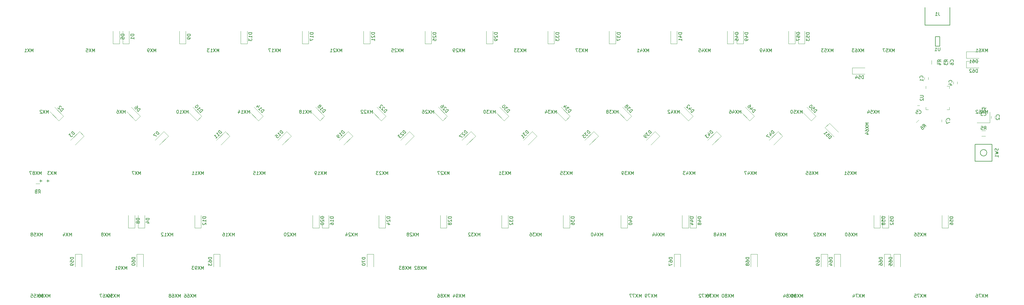
<source format=gbr>
%TF.GenerationSoftware,KiCad,Pcbnew,(5.1.10)-1*%
%TF.CreationDate,2021-07-26T00:01:35+07:00*%
%TF.ProjectId,Leopold Replacement,4c656f70-6f6c-4642-9052-65706c616365,rev?*%
%TF.SameCoordinates,Original*%
%TF.FileFunction,Legend,Bot*%
%TF.FilePolarity,Positive*%
%FSLAX46Y46*%
G04 Gerber Fmt 4.6, Leading zero omitted, Abs format (unit mm)*
G04 Created by KiCad (PCBNEW (5.1.10)-1) date 2021-07-26 00:01:35*
%MOMM*%
%LPD*%
G01*
G04 APERTURE LIST*
%ADD10C,0.150000*%
%ADD11C,0.120000*%
%ADD12C,0.200000*%
G04 APERTURE END LIST*
D10*
%TO.C,J1*%
X287900000Y-6950000D02*
X295600000Y-6950000D01*
X295600000Y-1500000D02*
X295600000Y-6950000D01*
X287900000Y-1500000D02*
X287900000Y-6950000D01*
D11*
%TO.C,D44*%
X214717367Y-69785000D02*
X214717367Y-65885000D01*
X212717367Y-69785000D02*
X212717367Y-65885000D01*
X214717367Y-69785000D02*
X212717367Y-69785000D01*
%TO.C,D40*%
X195707367Y-69785000D02*
X195707367Y-65885000D01*
X193707367Y-69785000D02*
X193707367Y-65885000D01*
X195707367Y-69785000D02*
X193707367Y-69785000D01*
%TO.C,Y1*%
X307968400Y-37159200D02*
X303968400Y-37159200D01*
X307968400Y-33859200D02*
X307968400Y-37159200D01*
D10*
%TO.C,U1*%
X291100000Y-10550000D02*
X291100000Y-13450000D01*
X291100000Y-10550000D02*
X292400000Y-10550000D01*
X292400000Y-10550000D02*
X292400000Y-13450000D01*
X292400000Y-13450000D02*
X291100000Y-13450000D01*
D11*
%TO.C,D70*%
X115142000Y-77887000D02*
X115142000Y-81787000D01*
X117142000Y-77887000D02*
X117142000Y-81787000D01*
X115142000Y-77887000D02*
X117142000Y-77887000D01*
%TO.C,D69*%
X255717000Y-77887000D02*
X255717000Y-81787000D01*
X257717000Y-77887000D02*
X257717000Y-81787000D01*
X255717000Y-77887000D02*
X257717000Y-77887000D01*
%TO.C,D68*%
X233954500Y-77887000D02*
X233954500Y-81787000D01*
X235954500Y-77887000D02*
X235954500Y-81787000D01*
X233954500Y-77887000D02*
X235954500Y-77887000D01*
%TO.C,D67*%
X210192000Y-77887000D02*
X210192000Y-81787000D01*
X212192000Y-77887000D02*
X212192000Y-81787000D01*
X210192000Y-77887000D02*
X212192000Y-77887000D01*
%TO.C,D66*%
X275227000Y-77887000D02*
X275227000Y-81787000D01*
X277227000Y-77887000D02*
X277227000Y-81787000D01*
X275227000Y-77887000D02*
X277227000Y-77887000D01*
%TO.C,D65*%
X278227000Y-77887000D02*
X278227000Y-81787000D01*
X280227000Y-77887000D02*
X280227000Y-81787000D01*
X278227000Y-77887000D02*
X280227000Y-77887000D01*
%TO.C,D64*%
X259717000Y-77887000D02*
X259717000Y-81787000D01*
X261717000Y-77887000D02*
X261717000Y-81787000D01*
X259717000Y-77887000D02*
X261717000Y-77887000D01*
%TO.C,D63*%
X67617000Y-77887000D02*
X67617000Y-81787000D01*
X69617000Y-77887000D02*
X69617000Y-81787000D01*
X67617000Y-77887000D02*
X69617000Y-77887000D01*
%TO.C,D60*%
X43854500Y-77887000D02*
X43854500Y-81787000D01*
X45854500Y-77887000D02*
X45854500Y-81787000D01*
X43854500Y-77887000D02*
X45854500Y-77887000D01*
%TO.C,D59*%
X24844500Y-77887000D02*
X24844500Y-81787000D01*
X26844500Y-77887000D02*
X26844500Y-81787000D01*
X24844500Y-77887000D02*
X26844500Y-77887000D01*
D10*
%TO.C,SW1*%
X303400000Y-43900000D02*
X303400000Y-49100000D01*
X303400000Y-49100000D02*
X308600000Y-49100000D01*
X308600000Y-49100000D02*
X308600000Y-43900000D01*
X308600000Y-43900000D02*
X303400000Y-43900000D01*
X307000000Y-46500000D02*
G75*
G03*
X307000000Y-46500000I-1000000J0D01*
G01*
D11*
%TO.C,D3*%
X26121583Y-39890236D02*
X23363867Y-42647952D01*
X27535797Y-41304450D02*
X24778081Y-44062166D01*
X26121583Y-39890236D02*
X27535797Y-41304450D01*
%TO.C,D24*%
X120812500Y-69785000D02*
X120812500Y-65885000D01*
X118812500Y-69785000D02*
X118812500Y-65885000D01*
X120812500Y-69785000D02*
X118812500Y-69785000D01*
%TO.C,D23*%
X128300383Y-39890236D02*
X125542667Y-42647952D01*
X129714597Y-41304450D02*
X126956881Y-44062166D01*
X128300383Y-39890236D02*
X129714597Y-41304450D01*
%TO.C,D35*%
X185330383Y-39890236D02*
X182572667Y-42647952D01*
X186744597Y-41304450D02*
X183986881Y-44062166D01*
X185330383Y-39890236D02*
X186744597Y-41304450D01*
%TO.C,D27*%
X147310383Y-39890236D02*
X144552667Y-42647952D01*
X148724597Y-41304450D02*
X145966881Y-44062166D01*
X147310383Y-39890236D02*
X148724597Y-41304450D01*
%TO.C,D20*%
X100302500Y-69785000D02*
X100302500Y-65885000D01*
X98302500Y-69785000D02*
X98302500Y-65885000D01*
X100302500Y-69785000D02*
X98302500Y-69785000D01*
%TO.C,D28*%
X139822500Y-69785000D02*
X139822500Y-65885000D01*
X137822500Y-69785000D02*
X137822500Y-65885000D01*
X139822500Y-69785000D02*
X137822500Y-69785000D01*
%TO.C,D12*%
X63782500Y-69785000D02*
X63782500Y-65885000D01*
X61782500Y-69785000D02*
X61782500Y-65885000D01*
X63782500Y-69785000D02*
X61782500Y-69785000D01*
%TO.C,D11*%
X71270383Y-39890236D02*
X68512667Y-42647952D01*
X72684597Y-41304450D02*
X69926881Y-44062166D01*
X71270383Y-39890236D02*
X72684597Y-41304450D01*
%TO.C,D16*%
X103302500Y-69785000D02*
X103302500Y-65885000D01*
X101302500Y-69785000D02*
X101302500Y-65885000D01*
X103302500Y-69785000D02*
X101302500Y-69785000D01*
%TO.C,D4*%
X46272500Y-69785000D02*
X46272500Y-65885000D01*
X44272500Y-69785000D02*
X44272500Y-65885000D01*
X46272500Y-69785000D02*
X44272500Y-69785000D01*
%TO.C,D8*%
X43272500Y-69785000D02*
X43272500Y-65885000D01*
X41272500Y-69785000D02*
X41272500Y-65885000D01*
X43272500Y-69785000D02*
X41272500Y-69785000D01*
%TO.C,D7*%
X52260383Y-39890236D02*
X49502667Y-42647952D01*
X53674597Y-41304450D02*
X50916881Y-44062166D01*
X52260383Y-39890236D02*
X53674597Y-41304450D01*
%TO.C,D15*%
X90280383Y-39890236D02*
X91694597Y-41304450D01*
X91694597Y-41304450D02*
X88936881Y-44062166D01*
X90280383Y-39890236D02*
X87522667Y-42647952D01*
%TO.C,D19*%
X109290383Y-39890236D02*
X106532667Y-42647952D01*
X110704597Y-41304450D02*
X107946881Y-44062166D01*
X109290383Y-39890236D02*
X110704597Y-41304450D01*
%TO.C,D31*%
X166320383Y-39890236D02*
X163562667Y-42647952D01*
X167734597Y-41304450D02*
X164976881Y-44062166D01*
X166320383Y-39890236D02*
X167734597Y-41304450D01*
%TO.C,D36*%
X177842500Y-69785000D02*
X177842500Y-65885000D01*
X175842500Y-69785000D02*
X175842500Y-65885000D01*
X177842500Y-69785000D02*
X175842500Y-69785000D01*
%TO.C,D39*%
X204340383Y-39890236D02*
X201582667Y-42647952D01*
X205754597Y-41304450D02*
X202996881Y-44062166D01*
X204340383Y-39890236D02*
X205754597Y-41304450D01*
%TO.C,D32*%
X158832500Y-69785000D02*
X158832500Y-65885000D01*
X156832500Y-69785000D02*
X156832500Y-65885000D01*
X158832500Y-69785000D02*
X156832500Y-69785000D01*
%TO.C,D58*%
X274018750Y-69785000D02*
X272018750Y-69785000D01*
X272018750Y-69785000D02*
X272018750Y-65885000D01*
X274018750Y-69785000D02*
X274018750Y-65885000D01*
%TO.C,D52*%
X276629919Y-69785000D02*
X276629919Y-65885000D01*
X274629919Y-69785000D02*
X274629919Y-65885000D01*
X276629919Y-69785000D02*
X274629919Y-69785000D01*
%TO.C,D43*%
X223350383Y-39890236D02*
X220592667Y-42647952D01*
X224764597Y-41304450D02*
X222006881Y-44062166D01*
X223350383Y-39890236D02*
X224764597Y-41304450D01*
%TO.C,D47*%
X242360383Y-39890236D02*
X239602667Y-42647952D01*
X243774597Y-41304450D02*
X241016881Y-44062166D01*
X242360383Y-39890236D02*
X243774597Y-41304450D01*
%TO.C,D48*%
X217098619Y-69785000D02*
X217098619Y-65885000D01*
X215098619Y-69785000D02*
X215098619Y-65885000D01*
X217098619Y-69785000D02*
X215098619Y-69785000D01*
%TO.C,D51*%
X256883503Y-38740117D02*
X259641219Y-41497833D01*
X258297717Y-37325903D02*
X261055433Y-40083619D01*
X256883503Y-38740117D02*
X258297717Y-37325903D01*
%TO.C,D56*%
X295084622Y-69785000D02*
X293084622Y-69785000D01*
X293084622Y-69785000D02*
X293084622Y-65885000D01*
X295084622Y-69785000D02*
X295084622Y-65885000D01*
%TO.C,C2*%
X308368400Y-35159200D02*
X308368400Y-35859200D01*
X309568400Y-35859200D02*
X309568400Y-35159200D01*
%TO.C,C3*%
X306318400Y-32409200D02*
X305618400Y-32409200D01*
X305618400Y-33609200D02*
X306318400Y-33609200D01*
%TO.C,D42*%
X216029049Y-35151383D02*
X213271333Y-32393667D01*
X214614835Y-36565597D02*
X211857119Y-33807881D01*
X216029049Y-35151383D02*
X214614835Y-36565597D01*
%TO.C,D14*%
X82959049Y-35151383D02*
X80201333Y-32393667D01*
X81544835Y-36565597D02*
X78787119Y-33807881D01*
X82959049Y-35151383D02*
X81544835Y-36565597D01*
%TO.C,D26*%
X139989049Y-35151383D02*
X137231333Y-32393667D01*
X138574835Y-36565597D02*
X135817119Y-33807881D01*
X139989049Y-35151383D02*
X138574835Y-36565597D01*
%TO.C,D22*%
X120979049Y-35151383D02*
X118221333Y-32393667D01*
X119564835Y-36565597D02*
X116807119Y-33807881D01*
X120979049Y-35151383D02*
X119564835Y-36565597D01*
%TO.C,D10*%
X63949049Y-35151383D02*
X61191333Y-32393667D01*
X62534835Y-36565597D02*
X59777119Y-33807881D01*
X63949049Y-35151383D02*
X62534835Y-36565597D01*
%TO.C,D6*%
X44939049Y-35151383D02*
X42181333Y-32393667D01*
X43524835Y-36565597D02*
X40767119Y-33807881D01*
X44939049Y-35151383D02*
X43524835Y-36565597D01*
%TO.C,D18*%
X101969049Y-35151383D02*
X99211333Y-32393667D01*
X100554835Y-36565597D02*
X97797119Y-33807881D01*
X101969049Y-35151383D02*
X100554835Y-36565597D01*
%TO.C,D2*%
X21176549Y-35151383D02*
X18418833Y-32393667D01*
X19762335Y-36565597D02*
X17004619Y-33807881D01*
X21176549Y-35151383D02*
X19762335Y-36565597D01*
%TO.C,D34*%
X178009049Y-35151383D02*
X175251333Y-32393667D01*
X176594835Y-36565597D02*
X173837119Y-33807881D01*
X178009049Y-35151383D02*
X176594835Y-36565597D01*
%TO.C,D30*%
X158999049Y-35151383D02*
X156241333Y-32393667D01*
X157584835Y-36565597D02*
X154827119Y-33807881D01*
X158999049Y-35151383D02*
X157584835Y-36565597D01*
%TO.C,D38*%
X197019049Y-35151383D02*
X194261333Y-32393667D01*
X195604835Y-36565597D02*
X192847119Y-33807881D01*
X197019049Y-35151383D02*
X195604835Y-36565597D01*
%TO.C,D50*%
X254049049Y-35151383D02*
X251291333Y-32393667D01*
X252634835Y-36565597D02*
X249877119Y-33807881D01*
X254049049Y-35151383D02*
X252634835Y-36565597D01*
%TO.C,D62*%
X300645000Y-20177000D02*
X304545000Y-20177000D01*
X300645000Y-18177000D02*
X304545000Y-18177000D01*
X300645000Y-20177000D02*
X300645000Y-18177000D01*
%TO.C,D54*%
X265364400Y-22132800D02*
X269264400Y-22132800D01*
X265364400Y-20132800D02*
X269264400Y-20132800D01*
X265364400Y-22132800D02*
X265364400Y-20132800D01*
%TO.C,D46*%
X235039049Y-35151383D02*
X232281333Y-32393667D01*
X233624835Y-36565597D02*
X230867119Y-33807881D01*
X235039049Y-35151383D02*
X233624835Y-36565597D01*
%TO.C,R8*%
X13808000Y-56079500D02*
X12608000Y-56079500D01*
X12608000Y-57839500D02*
X13808000Y-57839500D01*
%TO.C,U2*%
X288140000Y-26615000D02*
X288140000Y-25890000D01*
X295360000Y-33110000D02*
X294635000Y-33110000D01*
X295360000Y-32385000D02*
X295360000Y-33110000D01*
X295360000Y-25890000D02*
X294635000Y-25890000D01*
X295360000Y-26615000D02*
X295360000Y-25890000D01*
X288140000Y-33110000D02*
X288865000Y-33110000D01*
X288140000Y-32385000D02*
X288140000Y-33110000D01*
%TO.C,R6*%
X286009210Y-36291482D02*
X285160682Y-37140010D01*
X286405190Y-38384518D02*
X287253718Y-37535990D01*
%TO.C,R5*%
X305400000Y-41380000D02*
X306600000Y-41380000D01*
X306600000Y-39620000D02*
X305400000Y-39620000D01*
%TO.C,R4*%
X289870000Y-17900000D02*
X289870000Y-19100000D01*
X291630000Y-19100000D02*
X291630000Y-17900000D01*
%TO.C,R3*%
X291870000Y-17900000D02*
X291870000Y-19100000D01*
X293630000Y-19100000D02*
X293630000Y-17900000D01*
%TO.C,D61*%
X300645000Y-17177000D02*
X304545000Y-17177000D01*
X300645000Y-15177000D02*
X304545000Y-15177000D01*
X300645000Y-17177000D02*
X300645000Y-15177000D01*
%TO.C,D57*%
X247630000Y-12755000D02*
X247630000Y-8855000D01*
X245630000Y-12755000D02*
X245630000Y-8855000D01*
X247630000Y-12755000D02*
X245630000Y-12755000D01*
%TO.C,D53*%
X250630000Y-12755000D02*
X250630000Y-8855000D01*
X248630000Y-12755000D02*
X248630000Y-8855000D01*
X250630000Y-12755000D02*
X248630000Y-12755000D01*
%TO.C,D49*%
X231620000Y-12755000D02*
X231620000Y-8855000D01*
X229620000Y-12755000D02*
X229620000Y-8855000D01*
X231620000Y-12755000D02*
X229620000Y-12755000D01*
%TO.C,D45*%
X228620000Y-12755000D02*
X228620000Y-8855000D01*
X226620000Y-12755000D02*
X226620000Y-8855000D01*
X228620000Y-12755000D02*
X226620000Y-12755000D01*
%TO.C,D41*%
X211110000Y-12755000D02*
X211110000Y-8855000D01*
X209110000Y-12755000D02*
X209110000Y-8855000D01*
X211110000Y-12755000D02*
X209110000Y-12755000D01*
%TO.C,D37*%
X192100000Y-12755000D02*
X192100000Y-8855000D01*
X190100000Y-12755000D02*
X190100000Y-8855000D01*
X192100000Y-12755000D02*
X190100000Y-12755000D01*
%TO.C,D33*%
X173090000Y-12755000D02*
X173090000Y-8855000D01*
X171090000Y-12755000D02*
X171090000Y-8855000D01*
X173090000Y-12755000D02*
X171090000Y-12755000D01*
%TO.C,D29*%
X154080000Y-12755000D02*
X154080000Y-8855000D01*
X152080000Y-12755000D02*
X152080000Y-8855000D01*
X154080000Y-12755000D02*
X152080000Y-12755000D01*
%TO.C,D25*%
X135070000Y-12755000D02*
X135070000Y-8855000D01*
X133070000Y-12755000D02*
X133070000Y-8855000D01*
X135070000Y-12755000D02*
X133070000Y-12755000D01*
%TO.C,D21*%
X116060000Y-12755000D02*
X116060000Y-8855000D01*
X114060000Y-12755000D02*
X114060000Y-8855000D01*
X116060000Y-12755000D02*
X114060000Y-12755000D01*
%TO.C,D17*%
X97050000Y-12755000D02*
X97050000Y-8855000D01*
X95050000Y-12755000D02*
X95050000Y-8855000D01*
X97050000Y-12755000D02*
X95050000Y-12755000D01*
%TO.C,D13*%
X78040000Y-12755000D02*
X78040000Y-8855000D01*
X76040000Y-12755000D02*
X76040000Y-8855000D01*
X78040000Y-12755000D02*
X76040000Y-12755000D01*
%TO.C,D9*%
X59030000Y-12755000D02*
X59030000Y-8855000D01*
X57030000Y-12755000D02*
X57030000Y-8855000D01*
X59030000Y-12755000D02*
X57030000Y-12755000D01*
%TO.C,D5*%
X38520000Y-12755000D02*
X38520000Y-8855000D01*
X36520000Y-12755000D02*
X36520000Y-8855000D01*
X38520000Y-12755000D02*
X36520000Y-12755000D01*
%TO.C,D1*%
X41520000Y-12755000D02*
X41520000Y-8855000D01*
X39520000Y-12755000D02*
X39520000Y-8855000D01*
X41520000Y-12755000D02*
X39520000Y-12755000D01*
%TO.C,C7*%
X293001670Y-36267170D02*
X293001670Y-36967170D01*
X294201670Y-36967170D02*
X294201670Y-36267170D01*
%TO.C,C6*%
X294150000Y-18150000D02*
X294150000Y-18850000D01*
X295350000Y-18850000D02*
X295350000Y-18150000D01*
%TO.C,C5*%
X286204670Y-31848500D02*
X285504670Y-31848500D01*
X285504670Y-33048500D02*
X286204670Y-33048500D01*
%TO.C,C4*%
X297881600Y-25191200D02*
X297881600Y-24491200D01*
X296681600Y-24491200D02*
X296681600Y-25191200D01*
%TO.C,C1*%
X288890000Y-23845000D02*
X288890000Y-23145000D01*
X287690000Y-23145000D02*
X287690000Y-23845000D01*
%TO.C,MX94*%
D12*
X145336654Y-91315380D02*
X145336654Y-90315380D01*
X145003321Y-91029666D01*
X144669988Y-90315380D01*
X144669988Y-91315380D01*
X144289035Y-90315380D02*
X143622369Y-91315380D01*
X143622369Y-90315380D02*
X144289035Y-91315380D01*
X143193797Y-91315380D02*
X143003321Y-91315380D01*
X142908083Y-91267761D01*
X142860464Y-91220142D01*
X142765226Y-91077285D01*
X142717607Y-90886809D01*
X142717607Y-90505857D01*
X142765226Y-90410619D01*
X142812845Y-90363000D01*
X142908083Y-90315380D01*
X143098559Y-90315380D01*
X143193797Y-90363000D01*
X143241416Y-90410619D01*
X143289035Y-90505857D01*
X143289035Y-90743952D01*
X143241416Y-90839190D01*
X143193797Y-90886809D01*
X143098559Y-90934428D01*
X142908083Y-90934428D01*
X142812845Y-90886809D01*
X142765226Y-90839190D01*
X142717607Y-90743952D01*
X141860464Y-90648714D02*
X141860464Y-91315380D01*
X142098559Y-90267761D02*
X142336654Y-90982047D01*
X141717607Y-90982047D01*
%TO.C,MX93*%
X64544404Y-82679380D02*
X64544404Y-81679380D01*
X64211071Y-82393666D01*
X63877738Y-81679380D01*
X63877738Y-82679380D01*
X63496785Y-81679380D02*
X62830119Y-82679380D01*
X62830119Y-81679380D02*
X63496785Y-82679380D01*
X62401547Y-82679380D02*
X62211071Y-82679380D01*
X62115833Y-82631761D01*
X62068214Y-82584142D01*
X61972976Y-82441285D01*
X61925357Y-82250809D01*
X61925357Y-81869857D01*
X61972976Y-81774619D01*
X62020595Y-81727000D01*
X62115833Y-81679380D01*
X62306309Y-81679380D01*
X62401547Y-81727000D01*
X62449166Y-81774619D01*
X62496785Y-81869857D01*
X62496785Y-82107952D01*
X62449166Y-82203190D01*
X62401547Y-82250809D01*
X62306309Y-82298428D01*
X62115833Y-82298428D01*
X62020595Y-82250809D01*
X61972976Y-82203190D01*
X61925357Y-82107952D01*
X61592023Y-81679380D02*
X60972976Y-81679380D01*
X61306309Y-82060333D01*
X61163452Y-82060333D01*
X61068214Y-82107952D01*
X61020595Y-82155571D01*
X60972976Y-82250809D01*
X60972976Y-82488904D01*
X61020595Y-82584142D01*
X61068214Y-82631761D01*
X61163452Y-82679380D01*
X61449166Y-82679380D01*
X61544404Y-82631761D01*
X61592023Y-82584142D01*
%TO.C,MX91*%
X40781904Y-82679380D02*
X40781904Y-81679380D01*
X40448571Y-82393666D01*
X40115238Y-81679380D01*
X40115238Y-82679380D01*
X39734285Y-81679380D02*
X39067619Y-82679380D01*
X39067619Y-81679380D02*
X39734285Y-82679380D01*
X38639047Y-82679380D02*
X38448571Y-82679380D01*
X38353333Y-82631761D01*
X38305714Y-82584142D01*
X38210476Y-82441285D01*
X38162857Y-82250809D01*
X38162857Y-81869857D01*
X38210476Y-81774619D01*
X38258095Y-81727000D01*
X38353333Y-81679380D01*
X38543809Y-81679380D01*
X38639047Y-81727000D01*
X38686666Y-81774619D01*
X38734285Y-81869857D01*
X38734285Y-82107952D01*
X38686666Y-82203190D01*
X38639047Y-82250809D01*
X38543809Y-82298428D01*
X38353333Y-82298428D01*
X38258095Y-82250809D01*
X38210476Y-82203190D01*
X38162857Y-82107952D01*
X37210476Y-82679380D02*
X37781904Y-82679380D01*
X37496190Y-82679380D02*
X37496190Y-81679380D01*
X37591428Y-81822238D01*
X37686666Y-81917476D01*
X37781904Y-81965095D01*
%TO.C,J1*%
D10*
X292083333Y-2984380D02*
X292083333Y-3698666D01*
X292130952Y-3841523D01*
X292226190Y-3936761D01*
X292369047Y-3984380D01*
X292464285Y-3984380D01*
X291083333Y-3984380D02*
X291654761Y-3984380D01*
X291369047Y-3984380D02*
X291369047Y-2984380D01*
X291464285Y-3127238D01*
X291559523Y-3222476D01*
X291654761Y-3270095D01*
%TO.C,D44*%
X216169747Y-66320714D02*
X215169747Y-66320714D01*
X215169747Y-66558809D01*
X215217367Y-66701666D01*
X215312605Y-66796904D01*
X215407843Y-66844523D01*
X215598319Y-66892142D01*
X215741176Y-66892142D01*
X215931652Y-66844523D01*
X216026890Y-66796904D01*
X216122128Y-66701666D01*
X216169747Y-66558809D01*
X216169747Y-66320714D01*
X215503081Y-67749285D02*
X216169747Y-67749285D01*
X215122128Y-67511190D02*
X215836414Y-67273095D01*
X215836414Y-67892142D01*
X215503081Y-68701666D02*
X216169747Y-68701666D01*
X215122128Y-68463571D02*
X215836414Y-68225476D01*
X215836414Y-68844523D01*
%TO.C,D40*%
X197159747Y-66320714D02*
X196159747Y-66320714D01*
X196159747Y-66558809D01*
X196207367Y-66701666D01*
X196302605Y-66796904D01*
X196397843Y-66844523D01*
X196588319Y-66892142D01*
X196731176Y-66892142D01*
X196921652Y-66844523D01*
X197016890Y-66796904D01*
X197112128Y-66701666D01*
X197159747Y-66558809D01*
X197159747Y-66320714D01*
X196493081Y-67749285D02*
X197159747Y-67749285D01*
X196112128Y-67511190D02*
X196826414Y-67273095D01*
X196826414Y-67892142D01*
X196159747Y-68463571D02*
X196159747Y-68558809D01*
X196207367Y-68654047D01*
X196254986Y-68701666D01*
X196350224Y-68749285D01*
X196540700Y-68796904D01*
X196778795Y-68796904D01*
X196969271Y-68749285D01*
X197064509Y-68701666D01*
X197112128Y-68654047D01*
X197159747Y-68558809D01*
X197159747Y-68463571D01*
X197112128Y-68368333D01*
X197064509Y-68320714D01*
X196969271Y-68273095D01*
X196778795Y-68225476D01*
X196540700Y-68225476D01*
X196350224Y-68273095D01*
X196254986Y-68320714D01*
X196207367Y-68368333D01*
X196159747Y-68463571D01*
%TO.C,MX89*%
D12*
X245139404Y-72305380D02*
X245139404Y-71305380D01*
X244806071Y-72019666D01*
X244472738Y-71305380D01*
X244472738Y-72305380D01*
X244091785Y-71305380D02*
X243425119Y-72305380D01*
X243425119Y-71305380D02*
X244091785Y-72305380D01*
X242901309Y-71733952D02*
X242996547Y-71686333D01*
X243044166Y-71638714D01*
X243091785Y-71543476D01*
X243091785Y-71495857D01*
X243044166Y-71400619D01*
X242996547Y-71353000D01*
X242901309Y-71305380D01*
X242710833Y-71305380D01*
X242615595Y-71353000D01*
X242567976Y-71400619D01*
X242520357Y-71495857D01*
X242520357Y-71543476D01*
X242567976Y-71638714D01*
X242615595Y-71686333D01*
X242710833Y-71733952D01*
X242901309Y-71733952D01*
X242996547Y-71781571D01*
X243044166Y-71829190D01*
X243091785Y-71924428D01*
X243091785Y-72114904D01*
X243044166Y-72210142D01*
X242996547Y-72257761D01*
X242901309Y-72305380D01*
X242710833Y-72305380D01*
X242615595Y-72257761D01*
X242567976Y-72210142D01*
X242520357Y-72114904D01*
X242520357Y-71924428D01*
X242567976Y-71829190D01*
X242615595Y-71781571D01*
X242710833Y-71733952D01*
X242044166Y-72305380D02*
X241853690Y-72305380D01*
X241758452Y-72257761D01*
X241710833Y-72210142D01*
X241615595Y-72067285D01*
X241567976Y-71876809D01*
X241567976Y-71495857D01*
X241615595Y-71400619D01*
X241663214Y-71353000D01*
X241758452Y-71305380D01*
X241948928Y-71305380D01*
X242044166Y-71353000D01*
X242091785Y-71400619D01*
X242139404Y-71495857D01*
X242139404Y-71733952D01*
X242091785Y-71829190D01*
X242044166Y-71876809D01*
X241948928Y-71924428D01*
X241758452Y-71924428D01*
X241663214Y-71876809D01*
X241615595Y-71829190D01*
X241567976Y-71733952D01*
%TO.C,Y1*%
D10*
X306444590Y-33035390D02*
X306444590Y-33511580D01*
X306777923Y-32511580D02*
X306444590Y-33035390D01*
X306111257Y-32511580D01*
X305254114Y-33511580D02*
X305825542Y-33511580D01*
X305539828Y-33511580D02*
X305539828Y-32511580D01*
X305635066Y-32654438D01*
X305730304Y-32749676D01*
X305825542Y-32797295D01*
%TO.C,MX51*%
D12*
X266525904Y-53295380D02*
X266525904Y-52295380D01*
X266192571Y-53009666D01*
X265859238Y-52295380D01*
X265859238Y-53295380D01*
X265478285Y-52295380D02*
X264811619Y-53295380D01*
X264811619Y-52295380D02*
X265478285Y-53295380D01*
X263954476Y-52295380D02*
X264430666Y-52295380D01*
X264478285Y-52771571D01*
X264430666Y-52723952D01*
X264335428Y-52676333D01*
X264097333Y-52676333D01*
X264002095Y-52723952D01*
X263954476Y-52771571D01*
X263906857Y-52866809D01*
X263906857Y-53104904D01*
X263954476Y-53200142D01*
X264002095Y-53247761D01*
X264097333Y-53295380D01*
X264335428Y-53295380D01*
X264430666Y-53247761D01*
X264478285Y-53200142D01*
X262954476Y-53295380D02*
X263525904Y-53295380D01*
X263240190Y-53295380D02*
X263240190Y-52295380D01*
X263335428Y-52438238D01*
X263430666Y-52533476D01*
X263525904Y-52581095D01*
%TO.C,MX64*%
X270403380Y-37258095D02*
X269403380Y-37258095D01*
X270117666Y-37591428D01*
X269403380Y-37924761D01*
X270403380Y-37924761D01*
X269403380Y-38305714D02*
X270403380Y-38972380D01*
X269403380Y-38972380D02*
X270403380Y-38305714D01*
X269403380Y-39781904D02*
X269403380Y-39591428D01*
X269451000Y-39496190D01*
X269498619Y-39448571D01*
X269641476Y-39353333D01*
X269831952Y-39305714D01*
X270212904Y-39305714D01*
X270308142Y-39353333D01*
X270355761Y-39400952D01*
X270403380Y-39496190D01*
X270403380Y-39686666D01*
X270355761Y-39781904D01*
X270308142Y-39829523D01*
X270212904Y-39877142D01*
X269974809Y-39877142D01*
X269879571Y-39829523D01*
X269831952Y-39781904D01*
X269784333Y-39686666D01*
X269784333Y-39496190D01*
X269831952Y-39400952D01*
X269879571Y-39353333D01*
X269974809Y-39305714D01*
X269736714Y-40734285D02*
X270403380Y-40734285D01*
X269355761Y-40496190D02*
X270070047Y-40258095D01*
X270070047Y-40877142D01*
%TO.C,MX65*%
X254643904Y-53295380D02*
X254643904Y-52295380D01*
X254310571Y-53009666D01*
X253977238Y-52295380D01*
X253977238Y-53295380D01*
X253596285Y-52295380D02*
X252929619Y-53295380D01*
X252929619Y-52295380D02*
X253596285Y-53295380D01*
X252120095Y-52295380D02*
X252310571Y-52295380D01*
X252405809Y-52343000D01*
X252453428Y-52390619D01*
X252548666Y-52533476D01*
X252596285Y-52723952D01*
X252596285Y-53104904D01*
X252548666Y-53200142D01*
X252501047Y-53247761D01*
X252405809Y-53295380D01*
X252215333Y-53295380D01*
X252120095Y-53247761D01*
X252072476Y-53200142D01*
X252024857Y-53104904D01*
X252024857Y-52866809D01*
X252072476Y-52771571D01*
X252120095Y-52723952D01*
X252215333Y-52676333D01*
X252405809Y-52676333D01*
X252501047Y-52723952D01*
X252548666Y-52771571D01*
X252596285Y-52866809D01*
X251120095Y-52295380D02*
X251596285Y-52295380D01*
X251643904Y-52771571D01*
X251596285Y-52723952D01*
X251501047Y-52676333D01*
X251262952Y-52676333D01*
X251167714Y-52723952D01*
X251120095Y-52771571D01*
X251072476Y-52866809D01*
X251072476Y-53104904D01*
X251120095Y-53200142D01*
X251167714Y-53247761D01*
X251262952Y-53295380D01*
X251501047Y-53295380D01*
X251596285Y-53247761D01*
X251643904Y-53200142D01*
%TO.C,U1*%
D10*
X292511904Y-13902380D02*
X292511904Y-14711904D01*
X292464285Y-14807142D01*
X292416666Y-14854761D01*
X292321428Y-14902380D01*
X292130952Y-14902380D01*
X292035714Y-14854761D01*
X291988095Y-14807142D01*
X291940476Y-14711904D01*
X291940476Y-13902380D01*
X290940476Y-14902380D02*
X291511904Y-14902380D01*
X291226190Y-14902380D02*
X291226190Y-13902380D01*
X291321428Y-14045238D01*
X291416666Y-14140476D01*
X291511904Y-14188095D01*
%TO.C,D71*%
X13770247Y-55200428D02*
X14532152Y-55200428D01*
X14151200Y-55581380D02*
X14151200Y-54819476D01*
%TO.C,MX87*%
D12*
X14315604Y-53295380D02*
X14315604Y-52295380D01*
X13982271Y-53009666D01*
X13648938Y-52295380D01*
X13648938Y-53295380D01*
X13267985Y-52295380D02*
X12601319Y-53295380D01*
X12601319Y-52295380D02*
X13267985Y-53295380D01*
X12077509Y-52723952D02*
X12172747Y-52676333D01*
X12220366Y-52628714D01*
X12267985Y-52533476D01*
X12267985Y-52485857D01*
X12220366Y-52390619D01*
X12172747Y-52343000D01*
X12077509Y-52295380D01*
X11887033Y-52295380D01*
X11791795Y-52343000D01*
X11744176Y-52390619D01*
X11696557Y-52485857D01*
X11696557Y-52533476D01*
X11744176Y-52628714D01*
X11791795Y-52676333D01*
X11887033Y-52723952D01*
X12077509Y-52723952D01*
X12172747Y-52771571D01*
X12220366Y-52819190D01*
X12267985Y-52914428D01*
X12267985Y-53104904D01*
X12220366Y-53200142D01*
X12172747Y-53247761D01*
X12077509Y-53295380D01*
X11887033Y-53295380D01*
X11791795Y-53247761D01*
X11744176Y-53200142D01*
X11696557Y-53104904D01*
X11696557Y-52914428D01*
X11744176Y-52819190D01*
X11791795Y-52771571D01*
X11887033Y-52723952D01*
X11363223Y-52295380D02*
X10696557Y-52295380D01*
X11125128Y-53295380D01*
%TO.C,MX88*%
X17019404Y-91315380D02*
X17019404Y-90315380D01*
X16686071Y-91029666D01*
X16352738Y-90315380D01*
X16352738Y-91315380D01*
X15971785Y-90315380D02*
X15305119Y-91315380D01*
X15305119Y-90315380D02*
X15971785Y-91315380D01*
X14781309Y-90743952D02*
X14876547Y-90696333D01*
X14924166Y-90648714D01*
X14971785Y-90553476D01*
X14971785Y-90505857D01*
X14924166Y-90410619D01*
X14876547Y-90363000D01*
X14781309Y-90315380D01*
X14590833Y-90315380D01*
X14495595Y-90363000D01*
X14447976Y-90410619D01*
X14400357Y-90505857D01*
X14400357Y-90553476D01*
X14447976Y-90648714D01*
X14495595Y-90696333D01*
X14590833Y-90743952D01*
X14781309Y-90743952D01*
X14876547Y-90791571D01*
X14924166Y-90839190D01*
X14971785Y-90934428D01*
X14971785Y-91124904D01*
X14924166Y-91220142D01*
X14876547Y-91267761D01*
X14781309Y-91315380D01*
X14590833Y-91315380D01*
X14495595Y-91267761D01*
X14447976Y-91220142D01*
X14400357Y-91124904D01*
X14400357Y-90934428D01*
X14447976Y-90839190D01*
X14495595Y-90791571D01*
X14590833Y-90743952D01*
X13828928Y-90743952D02*
X13924166Y-90696333D01*
X13971785Y-90648714D01*
X14019404Y-90553476D01*
X14019404Y-90505857D01*
X13971785Y-90410619D01*
X13924166Y-90363000D01*
X13828928Y-90315380D01*
X13638452Y-90315380D01*
X13543214Y-90363000D01*
X13495595Y-90410619D01*
X13447976Y-90505857D01*
X13447976Y-90553476D01*
X13495595Y-90648714D01*
X13543214Y-90696333D01*
X13638452Y-90743952D01*
X13828928Y-90743952D01*
X13924166Y-90791571D01*
X13971785Y-90839190D01*
X14019404Y-90934428D01*
X14019404Y-91124904D01*
X13971785Y-91220142D01*
X13924166Y-91267761D01*
X13828928Y-91315380D01*
X13638452Y-91315380D01*
X13543214Y-91267761D01*
X13495595Y-91220142D01*
X13447976Y-91124904D01*
X13447976Y-90934428D01*
X13495595Y-90839190D01*
X13543214Y-90791571D01*
X13638452Y-90743952D01*
%TO.C,MX44*%
X207119404Y-72305380D02*
X207119404Y-71305380D01*
X206786071Y-72019666D01*
X206452738Y-71305380D01*
X206452738Y-72305380D01*
X206071785Y-71305380D02*
X205405119Y-72305380D01*
X205405119Y-71305380D02*
X206071785Y-72305380D01*
X204595595Y-71638714D02*
X204595595Y-72305380D01*
X204833690Y-71257761D02*
X205071785Y-71972047D01*
X204452738Y-71972047D01*
X203643214Y-71638714D02*
X203643214Y-72305380D01*
X203881309Y-71257761D02*
X204119404Y-71972047D01*
X203500357Y-71972047D01*
%TO.C,MX86*%
X140584154Y-91315380D02*
X140584154Y-90315380D01*
X140250821Y-91029666D01*
X139917488Y-90315380D01*
X139917488Y-91315380D01*
X139536535Y-90315380D02*
X138869869Y-91315380D01*
X138869869Y-90315380D02*
X139536535Y-91315380D01*
X138346059Y-90743952D02*
X138441297Y-90696333D01*
X138488916Y-90648714D01*
X138536535Y-90553476D01*
X138536535Y-90505857D01*
X138488916Y-90410619D01*
X138441297Y-90363000D01*
X138346059Y-90315380D01*
X138155583Y-90315380D01*
X138060345Y-90363000D01*
X138012726Y-90410619D01*
X137965107Y-90505857D01*
X137965107Y-90553476D01*
X138012726Y-90648714D01*
X138060345Y-90696333D01*
X138155583Y-90743952D01*
X138346059Y-90743952D01*
X138441297Y-90791571D01*
X138488916Y-90839190D01*
X138536535Y-90934428D01*
X138536535Y-91124904D01*
X138488916Y-91220142D01*
X138441297Y-91267761D01*
X138346059Y-91315380D01*
X138155583Y-91315380D01*
X138060345Y-91267761D01*
X138012726Y-91220142D01*
X137965107Y-91124904D01*
X137965107Y-90934428D01*
X138012726Y-90839190D01*
X138060345Y-90791571D01*
X138155583Y-90743952D01*
X137107964Y-90315380D02*
X137298440Y-90315380D01*
X137393678Y-90363000D01*
X137441297Y-90410619D01*
X137536535Y-90553476D01*
X137584154Y-90743952D01*
X137584154Y-91124904D01*
X137536535Y-91220142D01*
X137488916Y-91267761D01*
X137393678Y-91315380D01*
X137203202Y-91315380D01*
X137107964Y-91267761D01*
X137060345Y-91220142D01*
X137012726Y-91124904D01*
X137012726Y-90886809D01*
X137060345Y-90791571D01*
X137107964Y-90743952D01*
X137203202Y-90696333D01*
X137393678Y-90696333D01*
X137488916Y-90743952D01*
X137536535Y-90791571D01*
X137584154Y-90886809D01*
%TO.C,MX72*%
X221476654Y-91315380D02*
X221476654Y-90315380D01*
X221143321Y-91029666D01*
X220809988Y-90315380D01*
X220809988Y-91315380D01*
X220429035Y-90315380D02*
X219762369Y-91315380D01*
X219762369Y-90315380D02*
X220429035Y-91315380D01*
X219476654Y-90315380D02*
X218809988Y-90315380D01*
X219238559Y-91315380D01*
X218476654Y-90410619D02*
X218429035Y-90363000D01*
X218333797Y-90315380D01*
X218095702Y-90315380D01*
X218000464Y-90363000D01*
X217952845Y-90410619D01*
X217905226Y-90505857D01*
X217905226Y-90601095D01*
X217952845Y-90743952D01*
X218524273Y-91315380D01*
X217905226Y-91315380D01*
%TO.C,MX68*%
X57415604Y-91315380D02*
X57415604Y-90315380D01*
X57082271Y-91029666D01*
X56748938Y-90315380D01*
X56748938Y-91315380D01*
X56367985Y-90315380D02*
X55701319Y-91315380D01*
X55701319Y-90315380D02*
X56367985Y-91315380D01*
X54891795Y-90315380D02*
X55082271Y-90315380D01*
X55177509Y-90363000D01*
X55225128Y-90410619D01*
X55320366Y-90553476D01*
X55367985Y-90743952D01*
X55367985Y-91124904D01*
X55320366Y-91220142D01*
X55272747Y-91267761D01*
X55177509Y-91315380D01*
X54987033Y-91315380D01*
X54891795Y-91267761D01*
X54844176Y-91220142D01*
X54796557Y-91124904D01*
X54796557Y-90886809D01*
X54844176Y-90791571D01*
X54891795Y-90743952D01*
X54987033Y-90696333D01*
X55177509Y-90696333D01*
X55272747Y-90743952D01*
X55320366Y-90791571D01*
X55367985Y-90886809D01*
X54225128Y-90743952D02*
X54320366Y-90696333D01*
X54367985Y-90648714D01*
X54415604Y-90553476D01*
X54415604Y-90505857D01*
X54367985Y-90410619D01*
X54320366Y-90363000D01*
X54225128Y-90315380D01*
X54034652Y-90315380D01*
X53939414Y-90363000D01*
X53891795Y-90410619D01*
X53844176Y-90505857D01*
X53844176Y-90553476D01*
X53891795Y-90648714D01*
X53939414Y-90696333D01*
X54034652Y-90743952D01*
X54225128Y-90743952D01*
X54320366Y-90791571D01*
X54367985Y-90839190D01*
X54415604Y-90934428D01*
X54415604Y-91124904D01*
X54367985Y-91220142D01*
X54320366Y-91267761D01*
X54225128Y-91315380D01*
X54034652Y-91315380D01*
X53939414Y-91267761D01*
X53891795Y-91220142D01*
X53844176Y-91124904D01*
X53844176Y-90934428D01*
X53891795Y-90839190D01*
X53939414Y-90791571D01*
X54034652Y-90743952D01*
%TO.C,MX67*%
X36029404Y-91315380D02*
X36029404Y-90315380D01*
X35696071Y-91029666D01*
X35362738Y-90315380D01*
X35362738Y-91315380D01*
X34981785Y-90315380D02*
X34315119Y-91315380D01*
X34315119Y-90315380D02*
X34981785Y-91315380D01*
X33505595Y-90315380D02*
X33696071Y-90315380D01*
X33791309Y-90363000D01*
X33838928Y-90410619D01*
X33934166Y-90553476D01*
X33981785Y-90743952D01*
X33981785Y-91124904D01*
X33934166Y-91220142D01*
X33886547Y-91267761D01*
X33791309Y-91315380D01*
X33600833Y-91315380D01*
X33505595Y-91267761D01*
X33457976Y-91220142D01*
X33410357Y-91124904D01*
X33410357Y-90886809D01*
X33457976Y-90791571D01*
X33505595Y-90743952D01*
X33600833Y-90696333D01*
X33791309Y-90696333D01*
X33886547Y-90743952D01*
X33934166Y-90791571D01*
X33981785Y-90886809D01*
X33077023Y-90315380D02*
X32410357Y-90315380D01*
X32838928Y-91315380D01*
%TO.C,MX66*%
X62168104Y-91315380D02*
X62168104Y-90315380D01*
X61834771Y-91029666D01*
X61501438Y-90315380D01*
X61501438Y-91315380D01*
X61120485Y-90315380D02*
X60453819Y-91315380D01*
X60453819Y-90315380D02*
X61120485Y-91315380D01*
X59644295Y-90315380D02*
X59834771Y-90315380D01*
X59930009Y-90363000D01*
X59977628Y-90410619D01*
X60072866Y-90553476D01*
X60120485Y-90743952D01*
X60120485Y-91124904D01*
X60072866Y-91220142D01*
X60025247Y-91267761D01*
X59930009Y-91315380D01*
X59739533Y-91315380D01*
X59644295Y-91267761D01*
X59596676Y-91220142D01*
X59549057Y-91124904D01*
X59549057Y-90886809D01*
X59596676Y-90791571D01*
X59644295Y-90743952D01*
X59739533Y-90696333D01*
X59930009Y-90696333D01*
X60025247Y-90743952D01*
X60072866Y-90791571D01*
X60120485Y-90886809D01*
X58691914Y-90315380D02*
X58882390Y-90315380D01*
X58977628Y-90363000D01*
X59025247Y-90410619D01*
X59120485Y-90553476D01*
X59168104Y-90743952D01*
X59168104Y-91124904D01*
X59120485Y-91220142D01*
X59072866Y-91267761D01*
X58977628Y-91315380D01*
X58787152Y-91315380D01*
X58691914Y-91267761D01*
X58644295Y-91220142D01*
X58596676Y-91124904D01*
X58596676Y-90886809D01*
X58644295Y-90791571D01*
X58691914Y-90743952D01*
X58787152Y-90696333D01*
X58977628Y-90696333D01*
X59072866Y-90743952D01*
X59120485Y-90791571D01*
X59168104Y-90886809D01*
%TO.C,MX59*%
X38405654Y-91315380D02*
X38405654Y-90315380D01*
X38072321Y-91029666D01*
X37738988Y-90315380D01*
X37738988Y-91315380D01*
X37358035Y-90315380D02*
X36691369Y-91315380D01*
X36691369Y-90315380D02*
X37358035Y-91315380D01*
X35834226Y-90315380D02*
X36310416Y-90315380D01*
X36358035Y-90791571D01*
X36310416Y-90743952D01*
X36215178Y-90696333D01*
X35977083Y-90696333D01*
X35881845Y-90743952D01*
X35834226Y-90791571D01*
X35786607Y-90886809D01*
X35786607Y-91124904D01*
X35834226Y-91220142D01*
X35881845Y-91267761D01*
X35977083Y-91315380D01*
X36215178Y-91315380D01*
X36310416Y-91267761D01*
X36358035Y-91220142D01*
X35310416Y-91315380D02*
X35119940Y-91315380D01*
X35024702Y-91267761D01*
X34977083Y-91220142D01*
X34881845Y-91077285D01*
X34834226Y-90886809D01*
X34834226Y-90505857D01*
X34881845Y-90410619D01*
X34929464Y-90363000D01*
X35024702Y-90315380D01*
X35215178Y-90315380D01*
X35310416Y-90363000D01*
X35358035Y-90410619D01*
X35405654Y-90505857D01*
X35405654Y-90743952D01*
X35358035Y-90839190D01*
X35310416Y-90886809D01*
X35215178Y-90934428D01*
X35024702Y-90934428D01*
X34929464Y-90886809D01*
X34881845Y-90839190D01*
X34834226Y-90743952D01*
%TO.C,MX55*%
X14643104Y-91315380D02*
X14643104Y-90315380D01*
X14309771Y-91029666D01*
X13976438Y-90315380D01*
X13976438Y-91315380D01*
X13595485Y-90315380D02*
X12928819Y-91315380D01*
X12928819Y-90315380D02*
X13595485Y-91315380D01*
X12071676Y-90315380D02*
X12547866Y-90315380D01*
X12595485Y-90791571D01*
X12547866Y-90743952D01*
X12452628Y-90696333D01*
X12214533Y-90696333D01*
X12119295Y-90743952D01*
X12071676Y-90791571D01*
X12024057Y-90886809D01*
X12024057Y-91124904D01*
X12071676Y-91220142D01*
X12119295Y-91267761D01*
X12214533Y-91315380D01*
X12452628Y-91315380D01*
X12547866Y-91267761D01*
X12595485Y-91220142D01*
X11119295Y-90315380D02*
X11595485Y-90315380D01*
X11643104Y-90791571D01*
X11595485Y-90743952D01*
X11500247Y-90696333D01*
X11262152Y-90696333D01*
X11166914Y-90743952D01*
X11119295Y-90791571D01*
X11071676Y-90886809D01*
X11071676Y-91124904D01*
X11119295Y-91220142D01*
X11166914Y-91267761D01*
X11262152Y-91315380D01*
X11500247Y-91315380D01*
X11595485Y-91267761D01*
X11643104Y-91220142D01*
%TO.C,MX83*%
X128702904Y-82679380D02*
X128702904Y-81679380D01*
X128369571Y-82393666D01*
X128036238Y-81679380D01*
X128036238Y-82679380D01*
X127655285Y-81679380D02*
X126988619Y-82679380D01*
X126988619Y-81679380D02*
X127655285Y-82679380D01*
X126464809Y-82107952D02*
X126560047Y-82060333D01*
X126607666Y-82012714D01*
X126655285Y-81917476D01*
X126655285Y-81869857D01*
X126607666Y-81774619D01*
X126560047Y-81727000D01*
X126464809Y-81679380D01*
X126274333Y-81679380D01*
X126179095Y-81727000D01*
X126131476Y-81774619D01*
X126083857Y-81869857D01*
X126083857Y-81917476D01*
X126131476Y-82012714D01*
X126179095Y-82060333D01*
X126274333Y-82107952D01*
X126464809Y-82107952D01*
X126560047Y-82155571D01*
X126607666Y-82203190D01*
X126655285Y-82298428D01*
X126655285Y-82488904D01*
X126607666Y-82584142D01*
X126560047Y-82631761D01*
X126464809Y-82679380D01*
X126274333Y-82679380D01*
X126179095Y-82631761D01*
X126131476Y-82584142D01*
X126083857Y-82488904D01*
X126083857Y-82298428D01*
X126131476Y-82203190D01*
X126179095Y-82155571D01*
X126274333Y-82107952D01*
X125750523Y-81679380D02*
X125131476Y-81679380D01*
X125464809Y-82060333D01*
X125321952Y-82060333D01*
X125226714Y-82107952D01*
X125179095Y-82155571D01*
X125131476Y-82250809D01*
X125131476Y-82488904D01*
X125179095Y-82584142D01*
X125226714Y-82631761D01*
X125321952Y-82679380D01*
X125607666Y-82679380D01*
X125702904Y-82631761D01*
X125750523Y-82584142D01*
%TO.C,MX82*%
X133455404Y-82679380D02*
X133455404Y-81679380D01*
X133122071Y-82393666D01*
X132788738Y-81679380D01*
X132788738Y-82679380D01*
X132407785Y-81679380D02*
X131741119Y-82679380D01*
X131741119Y-81679380D02*
X132407785Y-82679380D01*
X131217309Y-82107952D02*
X131312547Y-82060333D01*
X131360166Y-82012714D01*
X131407785Y-81917476D01*
X131407785Y-81869857D01*
X131360166Y-81774619D01*
X131312547Y-81727000D01*
X131217309Y-81679380D01*
X131026833Y-81679380D01*
X130931595Y-81727000D01*
X130883976Y-81774619D01*
X130836357Y-81869857D01*
X130836357Y-81917476D01*
X130883976Y-82012714D01*
X130931595Y-82060333D01*
X131026833Y-82107952D01*
X131217309Y-82107952D01*
X131312547Y-82155571D01*
X131360166Y-82203190D01*
X131407785Y-82298428D01*
X131407785Y-82488904D01*
X131360166Y-82584142D01*
X131312547Y-82631761D01*
X131217309Y-82679380D01*
X131026833Y-82679380D01*
X130931595Y-82631761D01*
X130883976Y-82584142D01*
X130836357Y-82488904D01*
X130836357Y-82298428D01*
X130883976Y-82203190D01*
X130931595Y-82155571D01*
X131026833Y-82107952D01*
X130455404Y-81774619D02*
X130407785Y-81727000D01*
X130312547Y-81679380D01*
X130074452Y-81679380D01*
X129979214Y-81727000D01*
X129931595Y-81774619D01*
X129883976Y-81869857D01*
X129883976Y-81965095D01*
X129931595Y-82107952D01*
X130503023Y-82679380D01*
X129883976Y-82679380D01*
%TO.C,D70*%
D10*
X114594380Y-78922714D02*
X113594380Y-78922714D01*
X113594380Y-79160809D01*
X113642000Y-79303666D01*
X113737238Y-79398904D01*
X113832476Y-79446523D01*
X114022952Y-79494142D01*
X114165809Y-79494142D01*
X114356285Y-79446523D01*
X114451523Y-79398904D01*
X114546761Y-79303666D01*
X114594380Y-79160809D01*
X114594380Y-78922714D01*
X113594380Y-79827476D02*
X113594380Y-80494142D01*
X114594380Y-80065571D01*
X113594380Y-81065571D02*
X113594380Y-81160809D01*
X113642000Y-81256047D01*
X113689619Y-81303666D01*
X113784857Y-81351285D01*
X113975333Y-81398904D01*
X114213428Y-81398904D01*
X114403904Y-81351285D01*
X114499142Y-81303666D01*
X114546761Y-81256047D01*
X114594380Y-81160809D01*
X114594380Y-81065571D01*
X114546761Y-80970333D01*
X114499142Y-80922714D01*
X114403904Y-80875095D01*
X114213428Y-80827476D01*
X113975333Y-80827476D01*
X113784857Y-80875095D01*
X113689619Y-80922714D01*
X113642000Y-80970333D01*
X113594380Y-81065571D01*
%TO.C,MX77*%
D12*
X200040904Y-91315380D02*
X200040904Y-90315380D01*
X199707571Y-91029666D01*
X199374238Y-90315380D01*
X199374238Y-91315380D01*
X198993285Y-90315380D02*
X198326619Y-91315380D01*
X198326619Y-90315380D02*
X198993285Y-91315380D01*
X198040904Y-90315380D02*
X197374238Y-90315380D01*
X197802809Y-91315380D01*
X197088523Y-90315380D02*
X196421857Y-90315380D01*
X196850428Y-91315380D01*
%TO.C,MX78*%
X223852904Y-91315380D02*
X223852904Y-90315380D01*
X223519571Y-91029666D01*
X223186238Y-90315380D01*
X223186238Y-91315380D01*
X222805285Y-90315380D02*
X222138619Y-91315380D01*
X222138619Y-90315380D02*
X222805285Y-91315380D01*
X221852904Y-90315380D02*
X221186238Y-90315380D01*
X221614809Y-91315380D01*
X220662428Y-90743952D02*
X220757666Y-90696333D01*
X220805285Y-90648714D01*
X220852904Y-90553476D01*
X220852904Y-90505857D01*
X220805285Y-90410619D01*
X220757666Y-90363000D01*
X220662428Y-90315380D01*
X220471952Y-90315380D01*
X220376714Y-90363000D01*
X220329095Y-90410619D01*
X220281476Y-90505857D01*
X220281476Y-90553476D01*
X220329095Y-90648714D01*
X220376714Y-90696333D01*
X220471952Y-90743952D01*
X220662428Y-90743952D01*
X220757666Y-90791571D01*
X220805285Y-90839190D01*
X220852904Y-90934428D01*
X220852904Y-91124904D01*
X220805285Y-91220142D01*
X220757666Y-91267761D01*
X220662428Y-91315380D01*
X220471952Y-91315380D01*
X220376714Y-91267761D01*
X220329095Y-91220142D01*
X220281476Y-91124904D01*
X220281476Y-90934428D01*
X220329095Y-90839190D01*
X220376714Y-90791571D01*
X220471952Y-90743952D01*
%TO.C,MX81*%
X250042154Y-91315380D02*
X250042154Y-90315380D01*
X249708821Y-91029666D01*
X249375488Y-90315380D01*
X249375488Y-91315380D01*
X248994535Y-90315380D02*
X248327869Y-91315380D01*
X248327869Y-90315380D02*
X248994535Y-91315380D01*
X247804059Y-90743952D02*
X247899297Y-90696333D01*
X247946916Y-90648714D01*
X247994535Y-90553476D01*
X247994535Y-90505857D01*
X247946916Y-90410619D01*
X247899297Y-90363000D01*
X247804059Y-90315380D01*
X247613583Y-90315380D01*
X247518345Y-90363000D01*
X247470726Y-90410619D01*
X247423107Y-90505857D01*
X247423107Y-90553476D01*
X247470726Y-90648714D01*
X247518345Y-90696333D01*
X247613583Y-90743952D01*
X247804059Y-90743952D01*
X247899297Y-90791571D01*
X247946916Y-90839190D01*
X247994535Y-90934428D01*
X247994535Y-91124904D01*
X247946916Y-91220142D01*
X247899297Y-91267761D01*
X247804059Y-91315380D01*
X247613583Y-91315380D01*
X247518345Y-91267761D01*
X247470726Y-91220142D01*
X247423107Y-91124904D01*
X247423107Y-90934428D01*
X247470726Y-90839190D01*
X247518345Y-90791571D01*
X247613583Y-90743952D01*
X246470726Y-91315380D02*
X247042154Y-91315380D01*
X246756440Y-91315380D02*
X246756440Y-90315380D01*
X246851678Y-90458238D01*
X246946916Y-90553476D01*
X247042154Y-90601095D01*
%TO.C,MX80*%
X228605404Y-91315380D02*
X228605404Y-90315380D01*
X228272071Y-91029666D01*
X227938738Y-90315380D01*
X227938738Y-91315380D01*
X227557785Y-90315380D02*
X226891119Y-91315380D01*
X226891119Y-90315380D02*
X227557785Y-91315380D01*
X226367309Y-90743952D02*
X226462547Y-90696333D01*
X226510166Y-90648714D01*
X226557785Y-90553476D01*
X226557785Y-90505857D01*
X226510166Y-90410619D01*
X226462547Y-90363000D01*
X226367309Y-90315380D01*
X226176833Y-90315380D01*
X226081595Y-90363000D01*
X226033976Y-90410619D01*
X225986357Y-90505857D01*
X225986357Y-90553476D01*
X226033976Y-90648714D01*
X226081595Y-90696333D01*
X226176833Y-90743952D01*
X226367309Y-90743952D01*
X226462547Y-90791571D01*
X226510166Y-90839190D01*
X226557785Y-90934428D01*
X226557785Y-91124904D01*
X226510166Y-91220142D01*
X226462547Y-91267761D01*
X226367309Y-91315380D01*
X226176833Y-91315380D01*
X226081595Y-91267761D01*
X226033976Y-91220142D01*
X225986357Y-91124904D01*
X225986357Y-90934428D01*
X226033976Y-90839190D01*
X226081595Y-90791571D01*
X226176833Y-90743952D01*
X225367309Y-90315380D02*
X225272071Y-90315380D01*
X225176833Y-90363000D01*
X225129214Y-90410619D01*
X225081595Y-90505857D01*
X225033976Y-90696333D01*
X225033976Y-90934428D01*
X225081595Y-91124904D01*
X225129214Y-91220142D01*
X225176833Y-91267761D01*
X225272071Y-91315380D01*
X225367309Y-91315380D01*
X225462547Y-91267761D01*
X225510166Y-91220142D01*
X225557785Y-91124904D01*
X225605404Y-90934428D01*
X225605404Y-90696333D01*
X225557785Y-90505857D01*
X225510166Y-90410619D01*
X225462547Y-90363000D01*
X225367309Y-90315380D01*
%TO.C,MX79*%
X204793404Y-91315380D02*
X204793404Y-90315380D01*
X204460071Y-91029666D01*
X204126738Y-90315380D01*
X204126738Y-91315380D01*
X203745785Y-90315380D02*
X203079119Y-91315380D01*
X203079119Y-90315380D02*
X203745785Y-91315380D01*
X202793404Y-90315380D02*
X202126738Y-90315380D01*
X202555309Y-91315380D01*
X201698166Y-91315380D02*
X201507690Y-91315380D01*
X201412452Y-91267761D01*
X201364833Y-91220142D01*
X201269595Y-91077285D01*
X201221976Y-90886809D01*
X201221976Y-90505857D01*
X201269595Y-90410619D01*
X201317214Y-90363000D01*
X201412452Y-90315380D01*
X201602928Y-90315380D01*
X201698166Y-90363000D01*
X201745785Y-90410619D01*
X201793404Y-90505857D01*
X201793404Y-90743952D01*
X201745785Y-90839190D01*
X201698166Y-90886809D01*
X201602928Y-90934428D01*
X201412452Y-90934428D01*
X201317214Y-90886809D01*
X201269595Y-90839190D01*
X201221976Y-90743952D01*
%TO.C,MX84*%
X247665904Y-91315380D02*
X247665904Y-90315380D01*
X247332571Y-91029666D01*
X246999238Y-90315380D01*
X246999238Y-91315380D01*
X246618285Y-90315380D02*
X245951619Y-91315380D01*
X245951619Y-90315380D02*
X246618285Y-91315380D01*
X245427809Y-90743952D02*
X245523047Y-90696333D01*
X245570666Y-90648714D01*
X245618285Y-90553476D01*
X245618285Y-90505857D01*
X245570666Y-90410619D01*
X245523047Y-90363000D01*
X245427809Y-90315380D01*
X245237333Y-90315380D01*
X245142095Y-90363000D01*
X245094476Y-90410619D01*
X245046857Y-90505857D01*
X245046857Y-90553476D01*
X245094476Y-90648714D01*
X245142095Y-90696333D01*
X245237333Y-90743952D01*
X245427809Y-90743952D01*
X245523047Y-90791571D01*
X245570666Y-90839190D01*
X245618285Y-90934428D01*
X245618285Y-91124904D01*
X245570666Y-91220142D01*
X245523047Y-91267761D01*
X245427809Y-91315380D01*
X245237333Y-91315380D01*
X245142095Y-91267761D01*
X245094476Y-91220142D01*
X245046857Y-91124904D01*
X245046857Y-90934428D01*
X245094476Y-90839190D01*
X245142095Y-90791571D01*
X245237333Y-90743952D01*
X244189714Y-90648714D02*
X244189714Y-91315380D01*
X244427809Y-90267761D02*
X244665904Y-90982047D01*
X244046857Y-90982047D01*
%TO.C,D69*%
D10*
X255169380Y-78922714D02*
X254169380Y-78922714D01*
X254169380Y-79160809D01*
X254217000Y-79303666D01*
X254312238Y-79398904D01*
X254407476Y-79446523D01*
X254597952Y-79494142D01*
X254740809Y-79494142D01*
X254931285Y-79446523D01*
X255026523Y-79398904D01*
X255121761Y-79303666D01*
X255169380Y-79160809D01*
X255169380Y-78922714D01*
X254169380Y-80351285D02*
X254169380Y-80160809D01*
X254217000Y-80065571D01*
X254264619Y-80017952D01*
X254407476Y-79922714D01*
X254597952Y-79875095D01*
X254978904Y-79875095D01*
X255074142Y-79922714D01*
X255121761Y-79970333D01*
X255169380Y-80065571D01*
X255169380Y-80256047D01*
X255121761Y-80351285D01*
X255074142Y-80398904D01*
X254978904Y-80446523D01*
X254740809Y-80446523D01*
X254645571Y-80398904D01*
X254597952Y-80351285D01*
X254550333Y-80256047D01*
X254550333Y-80065571D01*
X254597952Y-79970333D01*
X254645571Y-79922714D01*
X254740809Y-79875095D01*
X255169380Y-80922714D02*
X255169380Y-81113190D01*
X255121761Y-81208428D01*
X255074142Y-81256047D01*
X254931285Y-81351285D01*
X254740809Y-81398904D01*
X254359857Y-81398904D01*
X254264619Y-81351285D01*
X254217000Y-81303666D01*
X254169380Y-81208428D01*
X254169380Y-81017952D01*
X254217000Y-80922714D01*
X254264619Y-80875095D01*
X254359857Y-80827476D01*
X254597952Y-80827476D01*
X254693190Y-80875095D01*
X254740809Y-80922714D01*
X254788428Y-81017952D01*
X254788428Y-81208428D01*
X254740809Y-81303666D01*
X254693190Y-81351285D01*
X254597952Y-81398904D01*
%TO.C,D68*%
X233406880Y-78922714D02*
X232406880Y-78922714D01*
X232406880Y-79160809D01*
X232454500Y-79303666D01*
X232549738Y-79398904D01*
X232644976Y-79446523D01*
X232835452Y-79494142D01*
X232978309Y-79494142D01*
X233168785Y-79446523D01*
X233264023Y-79398904D01*
X233359261Y-79303666D01*
X233406880Y-79160809D01*
X233406880Y-78922714D01*
X232406880Y-80351285D02*
X232406880Y-80160809D01*
X232454500Y-80065571D01*
X232502119Y-80017952D01*
X232644976Y-79922714D01*
X232835452Y-79875095D01*
X233216404Y-79875095D01*
X233311642Y-79922714D01*
X233359261Y-79970333D01*
X233406880Y-80065571D01*
X233406880Y-80256047D01*
X233359261Y-80351285D01*
X233311642Y-80398904D01*
X233216404Y-80446523D01*
X232978309Y-80446523D01*
X232883071Y-80398904D01*
X232835452Y-80351285D01*
X232787833Y-80256047D01*
X232787833Y-80065571D01*
X232835452Y-79970333D01*
X232883071Y-79922714D01*
X232978309Y-79875095D01*
X232835452Y-81017952D02*
X232787833Y-80922714D01*
X232740214Y-80875095D01*
X232644976Y-80827476D01*
X232597357Y-80827476D01*
X232502119Y-80875095D01*
X232454500Y-80922714D01*
X232406880Y-81017952D01*
X232406880Y-81208428D01*
X232454500Y-81303666D01*
X232502119Y-81351285D01*
X232597357Y-81398904D01*
X232644976Y-81398904D01*
X232740214Y-81351285D01*
X232787833Y-81303666D01*
X232835452Y-81208428D01*
X232835452Y-81017952D01*
X232883071Y-80922714D01*
X232930690Y-80875095D01*
X233025928Y-80827476D01*
X233216404Y-80827476D01*
X233311642Y-80875095D01*
X233359261Y-80922714D01*
X233406880Y-81017952D01*
X233406880Y-81208428D01*
X233359261Y-81303666D01*
X233311642Y-81351285D01*
X233216404Y-81398904D01*
X233025928Y-81398904D01*
X232930690Y-81351285D01*
X232883071Y-81303666D01*
X232835452Y-81208428D01*
%TO.C,D67*%
X209644380Y-78922714D02*
X208644380Y-78922714D01*
X208644380Y-79160809D01*
X208692000Y-79303666D01*
X208787238Y-79398904D01*
X208882476Y-79446523D01*
X209072952Y-79494142D01*
X209215809Y-79494142D01*
X209406285Y-79446523D01*
X209501523Y-79398904D01*
X209596761Y-79303666D01*
X209644380Y-79160809D01*
X209644380Y-78922714D01*
X208644380Y-80351285D02*
X208644380Y-80160809D01*
X208692000Y-80065571D01*
X208739619Y-80017952D01*
X208882476Y-79922714D01*
X209072952Y-79875095D01*
X209453904Y-79875095D01*
X209549142Y-79922714D01*
X209596761Y-79970333D01*
X209644380Y-80065571D01*
X209644380Y-80256047D01*
X209596761Y-80351285D01*
X209549142Y-80398904D01*
X209453904Y-80446523D01*
X209215809Y-80446523D01*
X209120571Y-80398904D01*
X209072952Y-80351285D01*
X209025333Y-80256047D01*
X209025333Y-80065571D01*
X209072952Y-79970333D01*
X209120571Y-79922714D01*
X209215809Y-79875095D01*
X208644380Y-80779857D02*
X208644380Y-81446523D01*
X209644380Y-81017952D01*
%TO.C,MX76*%
D12*
X307221904Y-91315380D02*
X307221904Y-90315380D01*
X306888571Y-91029666D01*
X306555238Y-90315380D01*
X306555238Y-91315380D01*
X306174285Y-90315380D02*
X305507619Y-91315380D01*
X305507619Y-90315380D02*
X306174285Y-91315380D01*
X305221904Y-90315380D02*
X304555238Y-90315380D01*
X304983809Y-91315380D01*
X303745714Y-90315380D02*
X303936190Y-90315380D01*
X304031428Y-90363000D01*
X304079047Y-90410619D01*
X304174285Y-90553476D01*
X304221904Y-90743952D01*
X304221904Y-91124904D01*
X304174285Y-91220142D01*
X304126666Y-91267761D01*
X304031428Y-91315380D01*
X303840952Y-91315380D01*
X303745714Y-91267761D01*
X303698095Y-91220142D01*
X303650476Y-91124904D01*
X303650476Y-90886809D01*
X303698095Y-90791571D01*
X303745714Y-90743952D01*
X303840952Y-90696333D01*
X304031428Y-90696333D01*
X304126666Y-90743952D01*
X304174285Y-90791571D01*
X304221904Y-90886809D01*
%TO.C,MX75*%
X288161904Y-91315380D02*
X288161904Y-90315380D01*
X287828571Y-91029666D01*
X287495238Y-90315380D01*
X287495238Y-91315380D01*
X287114285Y-90315380D02*
X286447619Y-91315380D01*
X286447619Y-90315380D02*
X287114285Y-91315380D01*
X286161904Y-90315380D02*
X285495238Y-90315380D01*
X285923809Y-91315380D01*
X284638095Y-90315380D02*
X285114285Y-90315380D01*
X285161904Y-90791571D01*
X285114285Y-90743952D01*
X285019047Y-90696333D01*
X284780952Y-90696333D01*
X284685714Y-90743952D01*
X284638095Y-90791571D01*
X284590476Y-90886809D01*
X284590476Y-91124904D01*
X284638095Y-91220142D01*
X284685714Y-91267761D01*
X284780952Y-91315380D01*
X285019047Y-91315380D01*
X285114285Y-91267761D01*
X285161904Y-91220142D01*
%TO.C,MX74*%
X269101903Y-91315380D02*
X269101903Y-90315380D01*
X268768570Y-91029666D01*
X268435237Y-90315380D01*
X268435237Y-91315380D01*
X268054284Y-90315380D02*
X267387618Y-91315380D01*
X267387618Y-90315380D02*
X268054284Y-91315380D01*
X267101903Y-90315380D02*
X266435237Y-90315380D01*
X266863808Y-91315380D01*
X265625713Y-90648714D02*
X265625713Y-91315380D01*
X265863808Y-90267761D02*
X266101903Y-90982047D01*
X265482856Y-90982047D01*
%TO.C,D66*%
D10*
X274679380Y-78922714D02*
X273679380Y-78922714D01*
X273679380Y-79160809D01*
X273727000Y-79303666D01*
X273822238Y-79398904D01*
X273917476Y-79446523D01*
X274107952Y-79494142D01*
X274250809Y-79494142D01*
X274441285Y-79446523D01*
X274536523Y-79398904D01*
X274631761Y-79303666D01*
X274679380Y-79160809D01*
X274679380Y-78922714D01*
X273679380Y-80351285D02*
X273679380Y-80160809D01*
X273727000Y-80065571D01*
X273774619Y-80017952D01*
X273917476Y-79922714D01*
X274107952Y-79875095D01*
X274488904Y-79875095D01*
X274584142Y-79922714D01*
X274631761Y-79970333D01*
X274679380Y-80065571D01*
X274679380Y-80256047D01*
X274631761Y-80351285D01*
X274584142Y-80398904D01*
X274488904Y-80446523D01*
X274250809Y-80446523D01*
X274155571Y-80398904D01*
X274107952Y-80351285D01*
X274060333Y-80256047D01*
X274060333Y-80065571D01*
X274107952Y-79970333D01*
X274155571Y-79922714D01*
X274250809Y-79875095D01*
X273679380Y-81303666D02*
X273679380Y-81113190D01*
X273727000Y-81017952D01*
X273774619Y-80970333D01*
X273917476Y-80875095D01*
X274107952Y-80827476D01*
X274488904Y-80827476D01*
X274584142Y-80875095D01*
X274631761Y-80922714D01*
X274679380Y-81017952D01*
X274679380Y-81208428D01*
X274631761Y-81303666D01*
X274584142Y-81351285D01*
X274488904Y-81398904D01*
X274250809Y-81398904D01*
X274155571Y-81351285D01*
X274107952Y-81303666D01*
X274060333Y-81208428D01*
X274060333Y-81017952D01*
X274107952Y-80922714D01*
X274155571Y-80875095D01*
X274250809Y-80827476D01*
%TO.C,D65*%
X277679380Y-78922714D02*
X276679380Y-78922714D01*
X276679380Y-79160809D01*
X276727000Y-79303666D01*
X276822238Y-79398904D01*
X276917476Y-79446523D01*
X277107952Y-79494142D01*
X277250809Y-79494142D01*
X277441285Y-79446523D01*
X277536523Y-79398904D01*
X277631761Y-79303666D01*
X277679380Y-79160809D01*
X277679380Y-78922714D01*
X276679380Y-80351285D02*
X276679380Y-80160809D01*
X276727000Y-80065571D01*
X276774619Y-80017952D01*
X276917476Y-79922714D01*
X277107952Y-79875095D01*
X277488904Y-79875095D01*
X277584142Y-79922714D01*
X277631761Y-79970333D01*
X277679380Y-80065571D01*
X277679380Y-80256047D01*
X277631761Y-80351285D01*
X277584142Y-80398904D01*
X277488904Y-80446523D01*
X277250809Y-80446523D01*
X277155571Y-80398904D01*
X277107952Y-80351285D01*
X277060333Y-80256047D01*
X277060333Y-80065571D01*
X277107952Y-79970333D01*
X277155571Y-79922714D01*
X277250809Y-79875095D01*
X276679380Y-81351285D02*
X276679380Y-80875095D01*
X277155571Y-80827476D01*
X277107952Y-80875095D01*
X277060333Y-80970333D01*
X277060333Y-81208428D01*
X277107952Y-81303666D01*
X277155571Y-81351285D01*
X277250809Y-81398904D01*
X277488904Y-81398904D01*
X277584142Y-81351285D01*
X277631761Y-81303666D01*
X277679380Y-81208428D01*
X277679380Y-80970333D01*
X277631761Y-80875095D01*
X277584142Y-80827476D01*
%TO.C,D64*%
X259169380Y-78922714D02*
X258169380Y-78922714D01*
X258169380Y-79160809D01*
X258217000Y-79303666D01*
X258312238Y-79398904D01*
X258407476Y-79446523D01*
X258597952Y-79494142D01*
X258740809Y-79494142D01*
X258931285Y-79446523D01*
X259026523Y-79398904D01*
X259121761Y-79303666D01*
X259169380Y-79160809D01*
X259169380Y-78922714D01*
X258169380Y-80351285D02*
X258169380Y-80160809D01*
X258217000Y-80065571D01*
X258264619Y-80017952D01*
X258407476Y-79922714D01*
X258597952Y-79875095D01*
X258978904Y-79875095D01*
X259074142Y-79922714D01*
X259121761Y-79970333D01*
X259169380Y-80065571D01*
X259169380Y-80256047D01*
X259121761Y-80351285D01*
X259074142Y-80398904D01*
X258978904Y-80446523D01*
X258740809Y-80446523D01*
X258645571Y-80398904D01*
X258597952Y-80351285D01*
X258550333Y-80256047D01*
X258550333Y-80065571D01*
X258597952Y-79970333D01*
X258645571Y-79922714D01*
X258740809Y-79875095D01*
X258502714Y-81303666D02*
X259169380Y-81303666D01*
X258121761Y-81065571D02*
X258836047Y-80827476D01*
X258836047Y-81446523D01*
%TO.C,D63*%
X67069380Y-78922714D02*
X66069380Y-78922714D01*
X66069380Y-79160809D01*
X66117000Y-79303666D01*
X66212238Y-79398904D01*
X66307476Y-79446523D01*
X66497952Y-79494142D01*
X66640809Y-79494142D01*
X66831285Y-79446523D01*
X66926523Y-79398904D01*
X67021761Y-79303666D01*
X67069380Y-79160809D01*
X67069380Y-78922714D01*
X66069380Y-80351285D02*
X66069380Y-80160809D01*
X66117000Y-80065571D01*
X66164619Y-80017952D01*
X66307476Y-79922714D01*
X66497952Y-79875095D01*
X66878904Y-79875095D01*
X66974142Y-79922714D01*
X67021761Y-79970333D01*
X67069380Y-80065571D01*
X67069380Y-80256047D01*
X67021761Y-80351285D01*
X66974142Y-80398904D01*
X66878904Y-80446523D01*
X66640809Y-80446523D01*
X66545571Y-80398904D01*
X66497952Y-80351285D01*
X66450333Y-80256047D01*
X66450333Y-80065571D01*
X66497952Y-79970333D01*
X66545571Y-79922714D01*
X66640809Y-79875095D01*
X66069380Y-80779857D02*
X66069380Y-81398904D01*
X66450333Y-81065571D01*
X66450333Y-81208428D01*
X66497952Y-81303666D01*
X66545571Y-81351285D01*
X66640809Y-81398904D01*
X66878904Y-81398904D01*
X66974142Y-81351285D01*
X67021761Y-81303666D01*
X67069380Y-81208428D01*
X67069380Y-80922714D01*
X67021761Y-80827476D01*
X66974142Y-80779857D01*
%TO.C,D60*%
X43306880Y-78922714D02*
X42306880Y-78922714D01*
X42306880Y-79160809D01*
X42354500Y-79303666D01*
X42449738Y-79398904D01*
X42544976Y-79446523D01*
X42735452Y-79494142D01*
X42878309Y-79494142D01*
X43068785Y-79446523D01*
X43164023Y-79398904D01*
X43259261Y-79303666D01*
X43306880Y-79160809D01*
X43306880Y-78922714D01*
X42306880Y-80351285D02*
X42306880Y-80160809D01*
X42354500Y-80065571D01*
X42402119Y-80017952D01*
X42544976Y-79922714D01*
X42735452Y-79875095D01*
X43116404Y-79875095D01*
X43211642Y-79922714D01*
X43259261Y-79970333D01*
X43306880Y-80065571D01*
X43306880Y-80256047D01*
X43259261Y-80351285D01*
X43211642Y-80398904D01*
X43116404Y-80446523D01*
X42878309Y-80446523D01*
X42783071Y-80398904D01*
X42735452Y-80351285D01*
X42687833Y-80256047D01*
X42687833Y-80065571D01*
X42735452Y-79970333D01*
X42783071Y-79922714D01*
X42878309Y-79875095D01*
X42306880Y-81065571D02*
X42306880Y-81160809D01*
X42354500Y-81256047D01*
X42402119Y-81303666D01*
X42497357Y-81351285D01*
X42687833Y-81398904D01*
X42925928Y-81398904D01*
X43116404Y-81351285D01*
X43211642Y-81303666D01*
X43259261Y-81256047D01*
X43306880Y-81160809D01*
X43306880Y-81065571D01*
X43259261Y-80970333D01*
X43211642Y-80922714D01*
X43116404Y-80875095D01*
X42925928Y-80827476D01*
X42687833Y-80827476D01*
X42497357Y-80875095D01*
X42402119Y-80922714D01*
X42354500Y-80970333D01*
X42306880Y-81065571D01*
%TO.C,D59*%
X24296880Y-78922714D02*
X23296880Y-78922714D01*
X23296880Y-79160809D01*
X23344500Y-79303666D01*
X23439738Y-79398904D01*
X23534976Y-79446523D01*
X23725452Y-79494142D01*
X23868309Y-79494142D01*
X24058785Y-79446523D01*
X24154023Y-79398904D01*
X24249261Y-79303666D01*
X24296880Y-79160809D01*
X24296880Y-78922714D01*
X23296880Y-80398904D02*
X23296880Y-79922714D01*
X23773071Y-79875095D01*
X23725452Y-79922714D01*
X23677833Y-80017952D01*
X23677833Y-80256047D01*
X23725452Y-80351285D01*
X23773071Y-80398904D01*
X23868309Y-80446523D01*
X24106404Y-80446523D01*
X24201642Y-80398904D01*
X24249261Y-80351285D01*
X24296880Y-80256047D01*
X24296880Y-80017952D01*
X24249261Y-79922714D01*
X24201642Y-79875095D01*
X24296880Y-80922714D02*
X24296880Y-81113190D01*
X24249261Y-81208428D01*
X24201642Y-81256047D01*
X24058785Y-81351285D01*
X23868309Y-81398904D01*
X23487357Y-81398904D01*
X23392119Y-81351285D01*
X23344500Y-81303666D01*
X23296880Y-81208428D01*
X23296880Y-81017952D01*
X23344500Y-80922714D01*
X23392119Y-80875095D01*
X23487357Y-80827476D01*
X23725452Y-80827476D01*
X23820690Y-80875095D01*
X23868309Y-80922714D01*
X23915928Y-81017952D01*
X23915928Y-81208428D01*
X23868309Y-81303666D01*
X23820690Y-81351285D01*
X23725452Y-81398904D01*
%TO.C,SW1*%
X310468761Y-45166666D02*
X310516380Y-45309523D01*
X310516380Y-45547619D01*
X310468761Y-45642857D01*
X310421142Y-45690476D01*
X310325904Y-45738095D01*
X310230666Y-45738095D01*
X310135428Y-45690476D01*
X310087809Y-45642857D01*
X310040190Y-45547619D01*
X309992571Y-45357142D01*
X309944952Y-45261904D01*
X309897333Y-45214285D01*
X309802095Y-45166666D01*
X309706857Y-45166666D01*
X309611619Y-45214285D01*
X309564000Y-45261904D01*
X309516380Y-45357142D01*
X309516380Y-45595238D01*
X309564000Y-45738095D01*
X309516380Y-46071428D02*
X310516380Y-46309523D01*
X309802095Y-46500000D01*
X310516380Y-46690476D01*
X309516380Y-46928571D01*
X310516380Y-47833333D02*
X310516380Y-47261904D01*
X310516380Y-47547619D02*
X309516380Y-47547619D01*
X309659238Y-47452380D01*
X309754476Y-47357142D01*
X309802095Y-47261904D01*
%TO.C,D3*%
X24665279Y-40572088D02*
X23958173Y-39864981D01*
X23789814Y-40033340D01*
X23722470Y-40168027D01*
X23722470Y-40302714D01*
X23756142Y-40403729D01*
X23857157Y-40572088D01*
X23958173Y-40673103D01*
X24126531Y-40774119D01*
X24227547Y-40807790D01*
X24362234Y-40807790D01*
X24496921Y-40740447D01*
X24665279Y-40572088D01*
X23318409Y-40504744D02*
X22880676Y-40942477D01*
X23385753Y-40976149D01*
X23284737Y-41077164D01*
X23251066Y-41178180D01*
X23251066Y-41245523D01*
X23284737Y-41346538D01*
X23453096Y-41514897D01*
X23554111Y-41548569D01*
X23621455Y-41548569D01*
X23722470Y-41514897D01*
X23924501Y-41312867D01*
X23958173Y-41211851D01*
X23958173Y-41144508D01*
%TO.C,D24*%
X122264880Y-66320714D02*
X121264880Y-66320714D01*
X121264880Y-66558809D01*
X121312500Y-66701666D01*
X121407738Y-66796904D01*
X121502976Y-66844523D01*
X121693452Y-66892142D01*
X121836309Y-66892142D01*
X122026785Y-66844523D01*
X122122023Y-66796904D01*
X122217261Y-66701666D01*
X122264880Y-66558809D01*
X122264880Y-66320714D01*
X121360119Y-67273095D02*
X121312500Y-67320714D01*
X121264880Y-67415952D01*
X121264880Y-67654047D01*
X121312500Y-67749285D01*
X121360119Y-67796904D01*
X121455357Y-67844523D01*
X121550595Y-67844523D01*
X121693452Y-67796904D01*
X122264880Y-67225476D01*
X122264880Y-67844523D01*
X121598214Y-68701666D02*
X122264880Y-68701666D01*
X121217261Y-68463571D02*
X121931547Y-68225476D01*
X121931547Y-68844523D01*
%TO.C,D23*%
X127180797Y-40235370D02*
X126473690Y-39528264D01*
X126305331Y-39696622D01*
X126237988Y-39831309D01*
X126237988Y-39965996D01*
X126271660Y-40067012D01*
X126372675Y-40235370D01*
X126473690Y-40336386D01*
X126642049Y-40437401D01*
X126743064Y-40471073D01*
X126877751Y-40471073D01*
X127012438Y-40403729D01*
X127180797Y-40235370D01*
X125867598Y-40269042D02*
X125800255Y-40269042D01*
X125699240Y-40302714D01*
X125530881Y-40471073D01*
X125497209Y-40572088D01*
X125497209Y-40639431D01*
X125530881Y-40740447D01*
X125598224Y-40807790D01*
X125732911Y-40875134D01*
X126541034Y-40875134D01*
X126103301Y-41312867D01*
X125160492Y-40841462D02*
X124722759Y-41279195D01*
X125227835Y-41312867D01*
X125126820Y-41413882D01*
X125093148Y-41514897D01*
X125093148Y-41582241D01*
X125126820Y-41683256D01*
X125295179Y-41851615D01*
X125396194Y-41885286D01*
X125463537Y-41885286D01*
X125564553Y-41851615D01*
X125766583Y-41649584D01*
X125800255Y-41548569D01*
X125800255Y-41481225D01*
%TO.C,D35*%
X184210797Y-40235370D02*
X183503690Y-39528264D01*
X183335331Y-39696622D01*
X183267988Y-39831309D01*
X183267988Y-39965996D01*
X183301660Y-40067012D01*
X183402675Y-40235370D01*
X183503690Y-40336386D01*
X183672049Y-40437401D01*
X183773064Y-40471073D01*
X183907751Y-40471073D01*
X184042438Y-40403729D01*
X184210797Y-40235370D01*
X182863927Y-40168027D02*
X182426194Y-40605760D01*
X182931270Y-40639431D01*
X182830255Y-40740447D01*
X182796583Y-40841462D01*
X182796583Y-40908806D01*
X182830255Y-41009821D01*
X182998614Y-41178180D01*
X183099629Y-41211851D01*
X183166973Y-41211851D01*
X183267988Y-41178180D01*
X183470018Y-40976149D01*
X183503690Y-40875134D01*
X183503690Y-40807790D01*
X181786431Y-41245523D02*
X182123148Y-40908806D01*
X182493537Y-41211851D01*
X182426194Y-41211851D01*
X182325179Y-41245523D01*
X182156820Y-41413882D01*
X182123148Y-41514897D01*
X182123148Y-41582241D01*
X182156820Y-41683256D01*
X182325179Y-41851615D01*
X182426194Y-41885286D01*
X182493537Y-41885286D01*
X182594553Y-41851615D01*
X182762911Y-41683256D01*
X182796583Y-41582241D01*
X182796583Y-41514897D01*
%TO.C,D27*%
X146190797Y-40235370D02*
X145483690Y-39528264D01*
X145315331Y-39696622D01*
X145247988Y-39831309D01*
X145247988Y-39965996D01*
X145281660Y-40067012D01*
X145382675Y-40235370D01*
X145483690Y-40336386D01*
X145652049Y-40437401D01*
X145753064Y-40471073D01*
X145887751Y-40471073D01*
X146022438Y-40403729D01*
X146190797Y-40235370D01*
X144877598Y-40269042D02*
X144810255Y-40269042D01*
X144709240Y-40302714D01*
X144540881Y-40471073D01*
X144507209Y-40572088D01*
X144507209Y-40639431D01*
X144540881Y-40740447D01*
X144608224Y-40807790D01*
X144742911Y-40875134D01*
X145551034Y-40875134D01*
X145113301Y-41312867D01*
X144170492Y-40841462D02*
X143699087Y-41312867D01*
X144709240Y-41716928D01*
%TO.C,D20*%
X101754880Y-66320714D02*
X100754880Y-66320714D01*
X100754880Y-66558809D01*
X100802500Y-66701666D01*
X100897738Y-66796904D01*
X100992976Y-66844523D01*
X101183452Y-66892142D01*
X101326309Y-66892142D01*
X101516785Y-66844523D01*
X101612023Y-66796904D01*
X101707261Y-66701666D01*
X101754880Y-66558809D01*
X101754880Y-66320714D01*
X100850119Y-67273095D02*
X100802500Y-67320714D01*
X100754880Y-67415952D01*
X100754880Y-67654047D01*
X100802500Y-67749285D01*
X100850119Y-67796904D01*
X100945357Y-67844523D01*
X101040595Y-67844523D01*
X101183452Y-67796904D01*
X101754880Y-67225476D01*
X101754880Y-67844523D01*
X100754880Y-68463571D02*
X100754880Y-68558809D01*
X100802500Y-68654047D01*
X100850119Y-68701666D01*
X100945357Y-68749285D01*
X101135833Y-68796904D01*
X101373928Y-68796904D01*
X101564404Y-68749285D01*
X101659642Y-68701666D01*
X101707261Y-68654047D01*
X101754880Y-68558809D01*
X101754880Y-68463571D01*
X101707261Y-68368333D01*
X101659642Y-68320714D01*
X101564404Y-68273095D01*
X101373928Y-68225476D01*
X101135833Y-68225476D01*
X100945357Y-68273095D01*
X100850119Y-68320714D01*
X100802500Y-68368333D01*
X100754880Y-68463571D01*
%TO.C,D28*%
X141274880Y-66320714D02*
X140274880Y-66320714D01*
X140274880Y-66558809D01*
X140322500Y-66701666D01*
X140417738Y-66796904D01*
X140512976Y-66844523D01*
X140703452Y-66892142D01*
X140846309Y-66892142D01*
X141036785Y-66844523D01*
X141132023Y-66796904D01*
X141227261Y-66701666D01*
X141274880Y-66558809D01*
X141274880Y-66320714D01*
X140370119Y-67273095D02*
X140322500Y-67320714D01*
X140274880Y-67415952D01*
X140274880Y-67654047D01*
X140322500Y-67749285D01*
X140370119Y-67796904D01*
X140465357Y-67844523D01*
X140560595Y-67844523D01*
X140703452Y-67796904D01*
X141274880Y-67225476D01*
X141274880Y-67844523D01*
X140703452Y-68415952D02*
X140655833Y-68320714D01*
X140608214Y-68273095D01*
X140512976Y-68225476D01*
X140465357Y-68225476D01*
X140370119Y-68273095D01*
X140322500Y-68320714D01*
X140274880Y-68415952D01*
X140274880Y-68606428D01*
X140322500Y-68701666D01*
X140370119Y-68749285D01*
X140465357Y-68796904D01*
X140512976Y-68796904D01*
X140608214Y-68749285D01*
X140655833Y-68701666D01*
X140703452Y-68606428D01*
X140703452Y-68415952D01*
X140751071Y-68320714D01*
X140798690Y-68273095D01*
X140893928Y-68225476D01*
X141084404Y-68225476D01*
X141179642Y-68273095D01*
X141227261Y-68320714D01*
X141274880Y-68415952D01*
X141274880Y-68606428D01*
X141227261Y-68701666D01*
X141179642Y-68749285D01*
X141084404Y-68796904D01*
X140893928Y-68796904D01*
X140798690Y-68749285D01*
X140751071Y-68701666D01*
X140703452Y-68606428D01*
%TO.C,D12*%
X65234880Y-66320714D02*
X64234880Y-66320714D01*
X64234880Y-66558809D01*
X64282500Y-66701666D01*
X64377738Y-66796904D01*
X64472976Y-66844523D01*
X64663452Y-66892142D01*
X64806309Y-66892142D01*
X64996785Y-66844523D01*
X65092023Y-66796904D01*
X65187261Y-66701666D01*
X65234880Y-66558809D01*
X65234880Y-66320714D01*
X65234880Y-67844523D02*
X65234880Y-67273095D01*
X65234880Y-67558809D02*
X64234880Y-67558809D01*
X64377738Y-67463571D01*
X64472976Y-67368333D01*
X64520595Y-67273095D01*
X64330119Y-68225476D02*
X64282500Y-68273095D01*
X64234880Y-68368333D01*
X64234880Y-68606428D01*
X64282500Y-68701666D01*
X64330119Y-68749285D01*
X64425357Y-68796904D01*
X64520595Y-68796904D01*
X64663452Y-68749285D01*
X65234880Y-68177857D01*
X65234880Y-68796904D01*
%TO.C,D11*%
X70150797Y-40235370D02*
X69443690Y-39528264D01*
X69275331Y-39696622D01*
X69207988Y-39831309D01*
X69207988Y-39965996D01*
X69241660Y-40067012D01*
X69342675Y-40235370D01*
X69443690Y-40336386D01*
X69612049Y-40437401D01*
X69713064Y-40471073D01*
X69847751Y-40471073D01*
X69982438Y-40403729D01*
X70150797Y-40235370D01*
X69073301Y-41312867D02*
X69477362Y-40908806D01*
X69275331Y-41110836D02*
X68568224Y-40403729D01*
X68736583Y-40437401D01*
X68871270Y-40437401D01*
X68972286Y-40403729D01*
X68399866Y-41986302D02*
X68803927Y-41582241D01*
X68601896Y-41784271D02*
X67894789Y-41077164D01*
X68063148Y-41110836D01*
X68197835Y-41110836D01*
X68298850Y-41077164D01*
%TO.C,D16*%
X104754880Y-66320714D02*
X103754880Y-66320714D01*
X103754880Y-66558809D01*
X103802500Y-66701666D01*
X103897738Y-66796904D01*
X103992976Y-66844523D01*
X104183452Y-66892142D01*
X104326309Y-66892142D01*
X104516785Y-66844523D01*
X104612023Y-66796904D01*
X104707261Y-66701666D01*
X104754880Y-66558809D01*
X104754880Y-66320714D01*
X104754880Y-67844523D02*
X104754880Y-67273095D01*
X104754880Y-67558809D02*
X103754880Y-67558809D01*
X103897738Y-67463571D01*
X103992976Y-67368333D01*
X104040595Y-67273095D01*
X103754880Y-68701666D02*
X103754880Y-68511190D01*
X103802500Y-68415952D01*
X103850119Y-68368333D01*
X103992976Y-68273095D01*
X104183452Y-68225476D01*
X104564404Y-68225476D01*
X104659642Y-68273095D01*
X104707261Y-68320714D01*
X104754880Y-68415952D01*
X104754880Y-68606428D01*
X104707261Y-68701666D01*
X104659642Y-68749285D01*
X104564404Y-68796904D01*
X104326309Y-68796904D01*
X104231071Y-68749285D01*
X104183452Y-68701666D01*
X104135833Y-68606428D01*
X104135833Y-68415952D01*
X104183452Y-68320714D01*
X104231071Y-68273095D01*
X104326309Y-68225476D01*
%TO.C,D4*%
X47724880Y-66796904D02*
X46724880Y-66796904D01*
X46724880Y-67035000D01*
X46772500Y-67177857D01*
X46867738Y-67273095D01*
X46962976Y-67320714D01*
X47153452Y-67368333D01*
X47296309Y-67368333D01*
X47486785Y-67320714D01*
X47582023Y-67273095D01*
X47677261Y-67177857D01*
X47724880Y-67035000D01*
X47724880Y-66796904D01*
X47058214Y-68225476D02*
X47724880Y-68225476D01*
X46677261Y-67987380D02*
X47391547Y-67749285D01*
X47391547Y-68368333D01*
%TO.C,D8*%
X44724880Y-66796904D02*
X43724880Y-66796904D01*
X43724880Y-67035000D01*
X43772500Y-67177857D01*
X43867738Y-67273095D01*
X43962976Y-67320714D01*
X44153452Y-67368333D01*
X44296309Y-67368333D01*
X44486785Y-67320714D01*
X44582023Y-67273095D01*
X44677261Y-67177857D01*
X44724880Y-67035000D01*
X44724880Y-66796904D01*
X44153452Y-67939761D02*
X44105833Y-67844523D01*
X44058214Y-67796904D01*
X43962976Y-67749285D01*
X43915357Y-67749285D01*
X43820119Y-67796904D01*
X43772500Y-67844523D01*
X43724880Y-67939761D01*
X43724880Y-68130238D01*
X43772500Y-68225476D01*
X43820119Y-68273095D01*
X43915357Y-68320714D01*
X43962976Y-68320714D01*
X44058214Y-68273095D01*
X44105833Y-68225476D01*
X44153452Y-68130238D01*
X44153452Y-67939761D01*
X44201071Y-67844523D01*
X44248690Y-67796904D01*
X44343928Y-67749285D01*
X44534404Y-67749285D01*
X44629642Y-67796904D01*
X44677261Y-67844523D01*
X44724880Y-67939761D01*
X44724880Y-68130238D01*
X44677261Y-68225476D01*
X44629642Y-68273095D01*
X44534404Y-68320714D01*
X44343928Y-68320714D01*
X44248690Y-68273095D01*
X44201071Y-68225476D01*
X44153452Y-68130238D01*
%TO.C,D7*%
X50804079Y-40572088D02*
X50096973Y-39864981D01*
X49928614Y-40033340D01*
X49861270Y-40168027D01*
X49861270Y-40302714D01*
X49894942Y-40403729D01*
X49995957Y-40572088D01*
X50096973Y-40673103D01*
X50265331Y-40774119D01*
X50366347Y-40807790D01*
X50501034Y-40807790D01*
X50635721Y-40740447D01*
X50804079Y-40572088D01*
X49457209Y-40504744D02*
X48985805Y-40976149D01*
X49995957Y-41380210D01*
%TO.C,D15*%
X89160797Y-40235370D02*
X88453690Y-39528264D01*
X88285331Y-39696622D01*
X88217988Y-39831309D01*
X88217988Y-39965996D01*
X88251660Y-40067012D01*
X88352675Y-40235370D01*
X88453690Y-40336386D01*
X88622049Y-40437401D01*
X88723064Y-40471073D01*
X88857751Y-40471073D01*
X88992438Y-40403729D01*
X89160797Y-40235370D01*
X88083301Y-41312867D02*
X88487362Y-40908806D01*
X88285331Y-41110836D02*
X87578224Y-40403729D01*
X87746583Y-40437401D01*
X87881270Y-40437401D01*
X87982286Y-40403729D01*
X86736431Y-41245523D02*
X87073148Y-40908806D01*
X87443537Y-41211851D01*
X87376194Y-41211851D01*
X87275179Y-41245523D01*
X87106820Y-41413882D01*
X87073148Y-41514897D01*
X87073148Y-41582241D01*
X87106820Y-41683256D01*
X87275179Y-41851615D01*
X87376194Y-41885286D01*
X87443537Y-41885286D01*
X87544553Y-41851615D01*
X87712911Y-41683256D01*
X87746583Y-41582241D01*
X87746583Y-41514897D01*
%TO.C,D19*%
X108170797Y-40235370D02*
X107463690Y-39528264D01*
X107295331Y-39696622D01*
X107227988Y-39831309D01*
X107227988Y-39965996D01*
X107261660Y-40067012D01*
X107362675Y-40235370D01*
X107463690Y-40336386D01*
X107632049Y-40437401D01*
X107733064Y-40471073D01*
X107867751Y-40471073D01*
X108002438Y-40403729D01*
X108170797Y-40235370D01*
X107093301Y-41312867D02*
X107497362Y-40908806D01*
X107295331Y-41110836D02*
X106588224Y-40403729D01*
X106756583Y-40437401D01*
X106891270Y-40437401D01*
X106992286Y-40403729D01*
X106756583Y-41649584D02*
X106621896Y-41784271D01*
X106520881Y-41817943D01*
X106453537Y-41817943D01*
X106285179Y-41784271D01*
X106116820Y-41683256D01*
X105847446Y-41413882D01*
X105813774Y-41312867D01*
X105813774Y-41245523D01*
X105847446Y-41144508D01*
X105982133Y-41009821D01*
X106083148Y-40976149D01*
X106150492Y-40976149D01*
X106251507Y-41009821D01*
X106419866Y-41178180D01*
X106453537Y-41279195D01*
X106453537Y-41346538D01*
X106419866Y-41447554D01*
X106285179Y-41582241D01*
X106184163Y-41615912D01*
X106116820Y-41615912D01*
X106015805Y-41582241D01*
%TO.C,D31*%
X165200797Y-40235370D02*
X164493690Y-39528264D01*
X164325331Y-39696622D01*
X164257988Y-39831309D01*
X164257988Y-39965996D01*
X164291660Y-40067012D01*
X164392675Y-40235370D01*
X164493690Y-40336386D01*
X164662049Y-40437401D01*
X164763064Y-40471073D01*
X164897751Y-40471073D01*
X165032438Y-40403729D01*
X165200797Y-40235370D01*
X163853927Y-40168027D02*
X163416194Y-40605760D01*
X163921270Y-40639431D01*
X163820255Y-40740447D01*
X163786583Y-40841462D01*
X163786583Y-40908806D01*
X163820255Y-41009821D01*
X163988614Y-41178180D01*
X164089629Y-41211851D01*
X164156973Y-41211851D01*
X164257988Y-41178180D01*
X164460018Y-40976149D01*
X164493690Y-40875134D01*
X164493690Y-40807790D01*
X163449866Y-41986302D02*
X163853927Y-41582241D01*
X163651896Y-41784271D02*
X162944789Y-41077164D01*
X163113148Y-41110836D01*
X163247835Y-41110836D01*
X163348850Y-41077164D01*
%TO.C,D36*%
X179294880Y-66320714D02*
X178294880Y-66320714D01*
X178294880Y-66558809D01*
X178342500Y-66701666D01*
X178437738Y-66796904D01*
X178532976Y-66844523D01*
X178723452Y-66892142D01*
X178866309Y-66892142D01*
X179056785Y-66844523D01*
X179152023Y-66796904D01*
X179247261Y-66701666D01*
X179294880Y-66558809D01*
X179294880Y-66320714D01*
X178294880Y-67225476D02*
X178294880Y-67844523D01*
X178675833Y-67511190D01*
X178675833Y-67654047D01*
X178723452Y-67749285D01*
X178771071Y-67796904D01*
X178866309Y-67844523D01*
X179104404Y-67844523D01*
X179199642Y-67796904D01*
X179247261Y-67749285D01*
X179294880Y-67654047D01*
X179294880Y-67368333D01*
X179247261Y-67273095D01*
X179199642Y-67225476D01*
X178294880Y-68701666D02*
X178294880Y-68511190D01*
X178342500Y-68415952D01*
X178390119Y-68368333D01*
X178532976Y-68273095D01*
X178723452Y-68225476D01*
X179104404Y-68225476D01*
X179199642Y-68273095D01*
X179247261Y-68320714D01*
X179294880Y-68415952D01*
X179294880Y-68606428D01*
X179247261Y-68701666D01*
X179199642Y-68749285D01*
X179104404Y-68796904D01*
X178866309Y-68796904D01*
X178771071Y-68749285D01*
X178723452Y-68701666D01*
X178675833Y-68606428D01*
X178675833Y-68415952D01*
X178723452Y-68320714D01*
X178771071Y-68273095D01*
X178866309Y-68225476D01*
%TO.C,D39*%
X203220797Y-40235370D02*
X202513690Y-39528264D01*
X202345331Y-39696622D01*
X202277988Y-39831309D01*
X202277988Y-39965996D01*
X202311660Y-40067012D01*
X202412675Y-40235370D01*
X202513690Y-40336386D01*
X202682049Y-40437401D01*
X202783064Y-40471073D01*
X202917751Y-40471073D01*
X203052438Y-40403729D01*
X203220797Y-40235370D01*
X201873927Y-40168027D02*
X201436194Y-40605760D01*
X201941270Y-40639431D01*
X201840255Y-40740447D01*
X201806583Y-40841462D01*
X201806583Y-40908806D01*
X201840255Y-41009821D01*
X202008614Y-41178180D01*
X202109629Y-41211851D01*
X202176973Y-41211851D01*
X202277988Y-41178180D01*
X202480018Y-40976149D01*
X202513690Y-40875134D01*
X202513690Y-40807790D01*
X201806583Y-41649584D02*
X201671896Y-41784271D01*
X201570881Y-41817943D01*
X201503537Y-41817943D01*
X201335179Y-41784271D01*
X201166820Y-41683256D01*
X200897446Y-41413882D01*
X200863774Y-41312867D01*
X200863774Y-41245523D01*
X200897446Y-41144508D01*
X201032133Y-41009821D01*
X201133148Y-40976149D01*
X201200492Y-40976149D01*
X201301507Y-41009821D01*
X201469866Y-41178180D01*
X201503537Y-41279195D01*
X201503537Y-41346538D01*
X201469866Y-41447554D01*
X201335179Y-41582241D01*
X201234163Y-41615912D01*
X201166820Y-41615912D01*
X201065805Y-41582241D01*
%TO.C,D32*%
X160284880Y-66320714D02*
X159284880Y-66320714D01*
X159284880Y-66558809D01*
X159332500Y-66701666D01*
X159427738Y-66796904D01*
X159522976Y-66844523D01*
X159713452Y-66892142D01*
X159856309Y-66892142D01*
X160046785Y-66844523D01*
X160142023Y-66796904D01*
X160237261Y-66701666D01*
X160284880Y-66558809D01*
X160284880Y-66320714D01*
X159284880Y-67225476D02*
X159284880Y-67844523D01*
X159665833Y-67511190D01*
X159665833Y-67654047D01*
X159713452Y-67749285D01*
X159761071Y-67796904D01*
X159856309Y-67844523D01*
X160094404Y-67844523D01*
X160189642Y-67796904D01*
X160237261Y-67749285D01*
X160284880Y-67654047D01*
X160284880Y-67368333D01*
X160237261Y-67273095D01*
X160189642Y-67225476D01*
X159380119Y-68225476D02*
X159332500Y-68273095D01*
X159284880Y-68368333D01*
X159284880Y-68606428D01*
X159332500Y-68701666D01*
X159380119Y-68749285D01*
X159475357Y-68796904D01*
X159570595Y-68796904D01*
X159713452Y-68749285D01*
X160284880Y-68177857D01*
X160284880Y-68796904D01*
%TO.C,D58*%
X275471130Y-66320714D02*
X274471130Y-66320714D01*
X274471130Y-66558809D01*
X274518750Y-66701666D01*
X274613988Y-66796904D01*
X274709226Y-66844523D01*
X274899702Y-66892142D01*
X275042559Y-66892142D01*
X275233035Y-66844523D01*
X275328273Y-66796904D01*
X275423511Y-66701666D01*
X275471130Y-66558809D01*
X275471130Y-66320714D01*
X274471130Y-67796904D02*
X274471130Y-67320714D01*
X274947321Y-67273095D01*
X274899702Y-67320714D01*
X274852083Y-67415952D01*
X274852083Y-67654047D01*
X274899702Y-67749285D01*
X274947321Y-67796904D01*
X275042559Y-67844523D01*
X275280654Y-67844523D01*
X275375892Y-67796904D01*
X275423511Y-67749285D01*
X275471130Y-67654047D01*
X275471130Y-67415952D01*
X275423511Y-67320714D01*
X275375892Y-67273095D01*
X274899702Y-68415952D02*
X274852083Y-68320714D01*
X274804464Y-68273095D01*
X274709226Y-68225476D01*
X274661607Y-68225476D01*
X274566369Y-68273095D01*
X274518750Y-68320714D01*
X274471130Y-68415952D01*
X274471130Y-68606428D01*
X274518750Y-68701666D01*
X274566369Y-68749285D01*
X274661607Y-68796904D01*
X274709226Y-68796904D01*
X274804464Y-68749285D01*
X274852083Y-68701666D01*
X274899702Y-68606428D01*
X274899702Y-68415952D01*
X274947321Y-68320714D01*
X274994940Y-68273095D01*
X275090178Y-68225476D01*
X275280654Y-68225476D01*
X275375892Y-68273095D01*
X275423511Y-68320714D01*
X275471130Y-68415952D01*
X275471130Y-68606428D01*
X275423511Y-68701666D01*
X275375892Y-68749285D01*
X275280654Y-68796904D01*
X275090178Y-68796904D01*
X274994940Y-68749285D01*
X274947321Y-68701666D01*
X274899702Y-68606428D01*
%TO.C,D52*%
X278082299Y-66320714D02*
X277082299Y-66320714D01*
X277082299Y-66558809D01*
X277129919Y-66701666D01*
X277225157Y-66796904D01*
X277320395Y-66844523D01*
X277510871Y-66892142D01*
X277653728Y-66892142D01*
X277844204Y-66844523D01*
X277939442Y-66796904D01*
X278034680Y-66701666D01*
X278082299Y-66558809D01*
X278082299Y-66320714D01*
X277082299Y-67796904D02*
X277082299Y-67320714D01*
X277558490Y-67273095D01*
X277510871Y-67320714D01*
X277463252Y-67415952D01*
X277463252Y-67654047D01*
X277510871Y-67749285D01*
X277558490Y-67796904D01*
X277653728Y-67844523D01*
X277891823Y-67844523D01*
X277987061Y-67796904D01*
X278034680Y-67749285D01*
X278082299Y-67654047D01*
X278082299Y-67415952D01*
X278034680Y-67320714D01*
X277987061Y-67273095D01*
X277177538Y-68225476D02*
X277129919Y-68273095D01*
X277082299Y-68368333D01*
X277082299Y-68606428D01*
X277129919Y-68701666D01*
X277177538Y-68749285D01*
X277272776Y-68796904D01*
X277368014Y-68796904D01*
X277510871Y-68749285D01*
X278082299Y-68177857D01*
X278082299Y-68796904D01*
%TO.C,D43*%
X222230797Y-40235370D02*
X221523690Y-39528264D01*
X221355331Y-39696622D01*
X221287988Y-39831309D01*
X221287988Y-39965996D01*
X221321660Y-40067012D01*
X221422675Y-40235370D01*
X221523690Y-40336386D01*
X221692049Y-40437401D01*
X221793064Y-40471073D01*
X221927751Y-40471073D01*
X222062438Y-40403729D01*
X222230797Y-40235370D01*
X220749240Y-40774119D02*
X221220644Y-41245523D01*
X220648224Y-40336386D02*
X221321660Y-40673103D01*
X220883927Y-41110836D01*
X220210492Y-40841462D02*
X219772759Y-41279195D01*
X220277835Y-41312867D01*
X220176820Y-41413882D01*
X220143148Y-41514897D01*
X220143148Y-41582241D01*
X220176820Y-41683256D01*
X220345179Y-41851615D01*
X220446194Y-41885286D01*
X220513537Y-41885286D01*
X220614553Y-41851615D01*
X220816583Y-41649584D01*
X220850255Y-41548569D01*
X220850255Y-41481225D01*
%TO.C,D47*%
X241240797Y-40235370D02*
X240533690Y-39528264D01*
X240365331Y-39696622D01*
X240297988Y-39831309D01*
X240297988Y-39965996D01*
X240331660Y-40067012D01*
X240432675Y-40235370D01*
X240533690Y-40336386D01*
X240702049Y-40437401D01*
X240803064Y-40471073D01*
X240937751Y-40471073D01*
X241072438Y-40403729D01*
X241240797Y-40235370D01*
X239759240Y-40774119D02*
X240230644Y-41245523D01*
X239658224Y-40336386D02*
X240331660Y-40673103D01*
X239893927Y-41110836D01*
X239220492Y-40841462D02*
X238749087Y-41312867D01*
X239759240Y-41716928D01*
%TO.C,D48*%
X218550999Y-66320714D02*
X217550999Y-66320714D01*
X217550999Y-66558809D01*
X217598619Y-66701666D01*
X217693857Y-66796904D01*
X217789095Y-66844523D01*
X217979571Y-66892142D01*
X218122428Y-66892142D01*
X218312904Y-66844523D01*
X218408142Y-66796904D01*
X218503380Y-66701666D01*
X218550999Y-66558809D01*
X218550999Y-66320714D01*
X217884333Y-67749285D02*
X218550999Y-67749285D01*
X217503380Y-67511190D02*
X218217666Y-67273095D01*
X218217666Y-67892142D01*
X217979571Y-68415952D02*
X217931952Y-68320714D01*
X217884333Y-68273095D01*
X217789095Y-68225476D01*
X217741476Y-68225476D01*
X217646238Y-68273095D01*
X217598619Y-68320714D01*
X217550999Y-68415952D01*
X217550999Y-68606428D01*
X217598619Y-68701666D01*
X217646238Y-68749285D01*
X217741476Y-68796904D01*
X217789095Y-68796904D01*
X217884333Y-68749285D01*
X217931952Y-68701666D01*
X217979571Y-68606428D01*
X217979571Y-68415952D01*
X218027190Y-68320714D01*
X218074809Y-68273095D01*
X218170047Y-68225476D01*
X218360523Y-68225476D01*
X218455761Y-68273095D01*
X218503380Y-68320714D01*
X218550999Y-68415952D01*
X218550999Y-68606428D01*
X218503380Y-68701666D01*
X218455761Y-68749285D01*
X218360523Y-68796904D01*
X218170047Y-68796904D01*
X218074809Y-68749285D01*
X218027190Y-68701666D01*
X217979571Y-68606428D01*
%TO.C,D51*%
X258306134Y-42216725D02*
X259013240Y-41509618D01*
X258844882Y-41341259D01*
X258710195Y-41273916D01*
X258575508Y-41273916D01*
X258474492Y-41307588D01*
X258306134Y-41408603D01*
X258205118Y-41509618D01*
X258104103Y-41677977D01*
X258070431Y-41778992D01*
X258070431Y-41913679D01*
X258137775Y-42048366D01*
X258306134Y-42216725D01*
X257969416Y-40465794D02*
X258306134Y-40802511D01*
X258003088Y-41172901D01*
X258003088Y-41105557D01*
X257969416Y-41004542D01*
X257801057Y-40836183D01*
X257700042Y-40802511D01*
X257632698Y-40802511D01*
X257531683Y-40836183D01*
X257363324Y-41004542D01*
X257329653Y-41105557D01*
X257329653Y-41172901D01*
X257363324Y-41273916D01*
X257531683Y-41442275D01*
X257632698Y-41475946D01*
X257700042Y-41475946D01*
X256555202Y-40465794D02*
X256959263Y-40869855D01*
X256757233Y-40667824D02*
X257464340Y-39960717D01*
X257430668Y-40129076D01*
X257430668Y-40263763D01*
X257464340Y-40364778D01*
%TO.C,D56*%
X296537002Y-66320714D02*
X295537002Y-66320714D01*
X295537002Y-66558809D01*
X295584622Y-66701666D01*
X295679860Y-66796904D01*
X295775098Y-66844523D01*
X295965574Y-66892142D01*
X296108431Y-66892142D01*
X296298907Y-66844523D01*
X296394145Y-66796904D01*
X296489383Y-66701666D01*
X296537002Y-66558809D01*
X296537002Y-66320714D01*
X295537002Y-67796904D02*
X295537002Y-67320714D01*
X296013193Y-67273095D01*
X295965574Y-67320714D01*
X295917955Y-67415952D01*
X295917955Y-67654047D01*
X295965574Y-67749285D01*
X296013193Y-67796904D01*
X296108431Y-67844523D01*
X296346526Y-67844523D01*
X296441764Y-67796904D01*
X296489383Y-67749285D01*
X296537002Y-67654047D01*
X296537002Y-67415952D01*
X296489383Y-67320714D01*
X296441764Y-67273095D01*
X295537002Y-68701666D02*
X295537002Y-68511190D01*
X295584622Y-68415952D01*
X295632241Y-68368333D01*
X295775098Y-68273095D01*
X295965574Y-68225476D01*
X296346526Y-68225476D01*
X296441764Y-68273095D01*
X296489383Y-68320714D01*
X296537002Y-68415952D01*
X296537002Y-68606428D01*
X296489383Y-68701666D01*
X296441764Y-68749285D01*
X296346526Y-68796904D01*
X296108431Y-68796904D01*
X296013193Y-68749285D01*
X295965574Y-68701666D01*
X295917955Y-68606428D01*
X295917955Y-68415952D01*
X295965574Y-68320714D01*
X296013193Y-68273095D01*
X296108431Y-68225476D01*
%TO.C,C2*%
X310825542Y-35342533D02*
X310873161Y-35294914D01*
X310920780Y-35152057D01*
X310920780Y-35056819D01*
X310873161Y-34913961D01*
X310777923Y-34818723D01*
X310682685Y-34771104D01*
X310492209Y-34723485D01*
X310349352Y-34723485D01*
X310158876Y-34771104D01*
X310063638Y-34818723D01*
X309968400Y-34913961D01*
X309920780Y-35056819D01*
X309920780Y-35152057D01*
X309968400Y-35294914D01*
X310016019Y-35342533D01*
X310016019Y-35723485D02*
X309968400Y-35771104D01*
X309920780Y-35866342D01*
X309920780Y-36104438D01*
X309968400Y-36199676D01*
X310016019Y-36247295D01*
X310111257Y-36294914D01*
X310206495Y-36294914D01*
X310349352Y-36247295D01*
X310920780Y-35675866D01*
X310920780Y-36294914D01*
%TO.C,C3*%
X306135066Y-34866342D02*
X306182685Y-34913961D01*
X306325542Y-34961580D01*
X306420780Y-34961580D01*
X306563638Y-34913961D01*
X306658876Y-34818723D01*
X306706495Y-34723485D01*
X306754114Y-34533009D01*
X306754114Y-34390152D01*
X306706495Y-34199676D01*
X306658876Y-34104438D01*
X306563638Y-34009200D01*
X306420780Y-33961580D01*
X306325542Y-33961580D01*
X306182685Y-34009200D01*
X306135066Y-34056819D01*
X305801733Y-33961580D02*
X305182685Y-33961580D01*
X305516019Y-34342533D01*
X305373161Y-34342533D01*
X305277923Y-34390152D01*
X305230304Y-34437771D01*
X305182685Y-34533009D01*
X305182685Y-34771104D01*
X305230304Y-34866342D01*
X305277923Y-34913961D01*
X305373161Y-34961580D01*
X305658876Y-34961580D01*
X305754114Y-34913961D01*
X305801733Y-34866342D01*
%TO.C,D42*%
X215683914Y-34031797D02*
X216391020Y-33324690D01*
X216222662Y-33156331D01*
X216087975Y-33088988D01*
X215953288Y-33088988D01*
X215852272Y-33122660D01*
X215683914Y-33223675D01*
X215582898Y-33324690D01*
X215481883Y-33493049D01*
X215448211Y-33594064D01*
X215448211Y-33728751D01*
X215515555Y-33863438D01*
X215683914Y-34031797D01*
X215145166Y-32550240D02*
X214673761Y-33021644D01*
X215582898Y-32449224D02*
X215246181Y-33122660D01*
X214808448Y-32684927D01*
X214976807Y-32045163D02*
X214976807Y-31977820D01*
X214943135Y-31876805D01*
X214774776Y-31708446D01*
X214673761Y-31674774D01*
X214606417Y-31674774D01*
X214505402Y-31708446D01*
X214438059Y-31775789D01*
X214370715Y-31910476D01*
X214370715Y-32718598D01*
X213932982Y-32280866D01*
%TO.C,D14*%
X82613914Y-34031797D02*
X83321020Y-33324690D01*
X83152662Y-33156331D01*
X83017975Y-33088988D01*
X82883288Y-33088988D01*
X82782272Y-33122660D01*
X82613914Y-33223675D01*
X82512898Y-33324690D01*
X82411883Y-33493049D01*
X82378211Y-33594064D01*
X82378211Y-33728751D01*
X82445555Y-33863438D01*
X82613914Y-34031797D01*
X81536417Y-32954301D02*
X81940478Y-33358362D01*
X81738448Y-33156331D02*
X82445555Y-32449224D01*
X82411883Y-32617583D01*
X82411883Y-32752270D01*
X82445555Y-32853286D01*
X81401730Y-31876805D02*
X80930326Y-32348209D01*
X81839463Y-31775789D02*
X81502746Y-32449224D01*
X81065013Y-32011492D01*
%TO.C,D26*%
X139643914Y-34031797D02*
X140351020Y-33324690D01*
X140182662Y-33156331D01*
X140047975Y-33088988D01*
X139913288Y-33088988D01*
X139812272Y-33122660D01*
X139643914Y-33223675D01*
X139542898Y-33324690D01*
X139441883Y-33493049D01*
X139408211Y-33594064D01*
X139408211Y-33728751D01*
X139475555Y-33863438D01*
X139643914Y-34031797D01*
X139610242Y-32718598D02*
X139610242Y-32651255D01*
X139576570Y-32550240D01*
X139408211Y-32381881D01*
X139307196Y-32348209D01*
X139239853Y-32348209D01*
X139138837Y-32381881D01*
X139071494Y-32449224D01*
X139004150Y-32583911D01*
X139004150Y-33392034D01*
X138566417Y-32954301D01*
X138667433Y-31641102D02*
X138802120Y-31775789D01*
X138835791Y-31876805D01*
X138835791Y-31944148D01*
X138802120Y-32112507D01*
X138701104Y-32280866D01*
X138431730Y-32550240D01*
X138330715Y-32583911D01*
X138263372Y-32583911D01*
X138162356Y-32550240D01*
X138027669Y-32415553D01*
X137993998Y-32314537D01*
X137993998Y-32247194D01*
X138027669Y-32146179D01*
X138196028Y-31977820D01*
X138297043Y-31944148D01*
X138364387Y-31944148D01*
X138465402Y-31977820D01*
X138600089Y-32112507D01*
X138633761Y-32213522D01*
X138633761Y-32280866D01*
X138600089Y-32381881D01*
%TO.C,D22*%
X120633914Y-34031797D02*
X121341020Y-33324690D01*
X121172662Y-33156331D01*
X121037975Y-33088988D01*
X120903288Y-33088988D01*
X120802272Y-33122660D01*
X120633914Y-33223675D01*
X120532898Y-33324690D01*
X120431883Y-33493049D01*
X120398211Y-33594064D01*
X120398211Y-33728751D01*
X120465555Y-33863438D01*
X120633914Y-34031797D01*
X120600242Y-32718598D02*
X120600242Y-32651255D01*
X120566570Y-32550240D01*
X120398211Y-32381881D01*
X120297196Y-32348209D01*
X120229853Y-32348209D01*
X120128837Y-32381881D01*
X120061494Y-32449224D01*
X119994150Y-32583911D01*
X119994150Y-33392034D01*
X119556417Y-32954301D01*
X119926807Y-32045163D02*
X119926807Y-31977820D01*
X119893135Y-31876805D01*
X119724776Y-31708446D01*
X119623761Y-31674774D01*
X119556417Y-31674774D01*
X119455402Y-31708446D01*
X119388059Y-31775789D01*
X119320715Y-31910476D01*
X119320715Y-32718598D01*
X118882982Y-32280866D01*
%TO.C,D10*%
X63603914Y-34031797D02*
X64311020Y-33324690D01*
X64142662Y-33156331D01*
X64007975Y-33088988D01*
X63873288Y-33088988D01*
X63772272Y-33122660D01*
X63603914Y-33223675D01*
X63502898Y-33324690D01*
X63401883Y-33493049D01*
X63368211Y-33594064D01*
X63368211Y-33728751D01*
X63435555Y-33863438D01*
X63603914Y-34031797D01*
X62526417Y-32954301D02*
X62930478Y-33358362D01*
X62728448Y-33156331D02*
X63435555Y-32449224D01*
X63401883Y-32617583D01*
X63401883Y-32752270D01*
X63435555Y-32853286D01*
X62795791Y-31809461D02*
X62728448Y-31742118D01*
X62627433Y-31708446D01*
X62560089Y-31708446D01*
X62459074Y-31742118D01*
X62290715Y-31843133D01*
X62122356Y-32011492D01*
X62021341Y-32179850D01*
X61987669Y-32280866D01*
X61987669Y-32348209D01*
X62021341Y-32449224D01*
X62088685Y-32516568D01*
X62189700Y-32550240D01*
X62257043Y-32550240D01*
X62358059Y-32516568D01*
X62526417Y-32415553D01*
X62694776Y-32247194D01*
X62795791Y-32078835D01*
X62829463Y-31977820D01*
X62829463Y-31910476D01*
X62795791Y-31809461D01*
%TO.C,D6*%
X44257196Y-33695079D02*
X44964303Y-32987973D01*
X44795944Y-32819614D01*
X44661257Y-32752270D01*
X44526570Y-32752270D01*
X44425555Y-32785942D01*
X44257196Y-32886957D01*
X44156181Y-32987973D01*
X44055166Y-33156331D01*
X44021494Y-33257347D01*
X44021494Y-33392034D01*
X44088837Y-33526721D01*
X44257196Y-33695079D01*
X43954150Y-31977820D02*
X44088837Y-32112507D01*
X44122509Y-32213522D01*
X44122509Y-32280866D01*
X44088837Y-32449224D01*
X43987822Y-32617583D01*
X43718448Y-32886957D01*
X43617433Y-32920629D01*
X43550089Y-32920629D01*
X43449074Y-32886957D01*
X43314387Y-32752270D01*
X43280715Y-32651255D01*
X43280715Y-32583911D01*
X43314387Y-32482896D01*
X43482746Y-32314537D01*
X43583761Y-32280866D01*
X43651104Y-32280866D01*
X43752120Y-32314537D01*
X43886807Y-32449224D01*
X43920478Y-32550240D01*
X43920478Y-32617583D01*
X43886807Y-32718598D01*
%TO.C,D18*%
X101623914Y-34031797D02*
X102331020Y-33324690D01*
X102162662Y-33156331D01*
X102027975Y-33088988D01*
X101893288Y-33088988D01*
X101792272Y-33122660D01*
X101623914Y-33223675D01*
X101522898Y-33324690D01*
X101421883Y-33493049D01*
X101388211Y-33594064D01*
X101388211Y-33728751D01*
X101455555Y-33863438D01*
X101623914Y-34031797D01*
X100546417Y-32954301D02*
X100950478Y-33358362D01*
X100748448Y-33156331D02*
X101455555Y-32449224D01*
X101421883Y-32617583D01*
X101421883Y-32752270D01*
X101455555Y-32853286D01*
X100546417Y-32146179D02*
X100647433Y-32179850D01*
X100714776Y-32179850D01*
X100815791Y-32146179D01*
X100849463Y-32112507D01*
X100883135Y-32011492D01*
X100883135Y-31944148D01*
X100849463Y-31843133D01*
X100714776Y-31708446D01*
X100613761Y-31674774D01*
X100546417Y-31674774D01*
X100445402Y-31708446D01*
X100411730Y-31742118D01*
X100378059Y-31843133D01*
X100378059Y-31910476D01*
X100411730Y-32011492D01*
X100546417Y-32146179D01*
X100580089Y-32247194D01*
X100580089Y-32314537D01*
X100546417Y-32415553D01*
X100411730Y-32550240D01*
X100310715Y-32583911D01*
X100243372Y-32583911D01*
X100142356Y-32550240D01*
X100007669Y-32415553D01*
X99973998Y-32314537D01*
X99973998Y-32247194D01*
X100007669Y-32146179D01*
X100142356Y-32011492D01*
X100243372Y-31977820D01*
X100310715Y-31977820D01*
X100411730Y-32011492D01*
%TO.C,D2*%
X20494696Y-33695079D02*
X21201803Y-32987973D01*
X21033444Y-32819614D01*
X20898757Y-32752270D01*
X20764070Y-32752270D01*
X20663055Y-32785942D01*
X20494696Y-32886957D01*
X20393681Y-32987973D01*
X20292666Y-33156331D01*
X20258994Y-33257347D01*
X20258994Y-33392034D01*
X20326337Y-33526721D01*
X20494696Y-33695079D01*
X20461024Y-32381881D02*
X20461024Y-32314537D01*
X20427353Y-32213522D01*
X20258994Y-32045163D01*
X20157978Y-32011492D01*
X20090635Y-32011492D01*
X19989620Y-32045163D01*
X19922276Y-32112507D01*
X19854933Y-32247194D01*
X19854933Y-33055316D01*
X19417200Y-32617583D01*
%TO.C,D34*%
X177663914Y-34031797D02*
X178371020Y-33324690D01*
X178202662Y-33156331D01*
X178067975Y-33088988D01*
X177933288Y-33088988D01*
X177832272Y-33122660D01*
X177663914Y-33223675D01*
X177562898Y-33324690D01*
X177461883Y-33493049D01*
X177428211Y-33594064D01*
X177428211Y-33728751D01*
X177495555Y-33863438D01*
X177663914Y-34031797D01*
X177731257Y-32684927D02*
X177293524Y-32247194D01*
X177259853Y-32752270D01*
X177158837Y-32651255D01*
X177057822Y-32617583D01*
X176990478Y-32617583D01*
X176889463Y-32651255D01*
X176721104Y-32819614D01*
X176687433Y-32920629D01*
X176687433Y-32987973D01*
X176721104Y-33088988D01*
X176923135Y-33291018D01*
X177024150Y-33324690D01*
X177091494Y-33324690D01*
X176451730Y-31876805D02*
X175980326Y-32348209D01*
X176889463Y-31775789D02*
X176552746Y-32449224D01*
X176115013Y-32011492D01*
%TO.C,D30*%
X158653914Y-34031797D02*
X159361020Y-33324690D01*
X159192662Y-33156331D01*
X159057975Y-33088988D01*
X158923288Y-33088988D01*
X158822272Y-33122660D01*
X158653914Y-33223675D01*
X158552898Y-33324690D01*
X158451883Y-33493049D01*
X158418211Y-33594064D01*
X158418211Y-33728751D01*
X158485555Y-33863438D01*
X158653914Y-34031797D01*
X158721257Y-32684927D02*
X158283524Y-32247194D01*
X158249853Y-32752270D01*
X158148837Y-32651255D01*
X158047822Y-32617583D01*
X157980478Y-32617583D01*
X157879463Y-32651255D01*
X157711104Y-32819614D01*
X157677433Y-32920629D01*
X157677433Y-32987973D01*
X157711104Y-33088988D01*
X157913135Y-33291018D01*
X158014150Y-33324690D01*
X158081494Y-33324690D01*
X157845791Y-31809461D02*
X157778448Y-31742118D01*
X157677433Y-31708446D01*
X157610089Y-31708446D01*
X157509074Y-31742118D01*
X157340715Y-31843133D01*
X157172356Y-32011492D01*
X157071341Y-32179850D01*
X157037669Y-32280866D01*
X157037669Y-32348209D01*
X157071341Y-32449224D01*
X157138685Y-32516568D01*
X157239700Y-32550240D01*
X157307043Y-32550240D01*
X157408059Y-32516568D01*
X157576417Y-32415553D01*
X157744776Y-32247194D01*
X157845791Y-32078835D01*
X157879463Y-31977820D01*
X157879463Y-31910476D01*
X157845791Y-31809461D01*
%TO.C,D38*%
X196673914Y-34031797D02*
X197381020Y-33324690D01*
X197212662Y-33156331D01*
X197077975Y-33088988D01*
X196943288Y-33088988D01*
X196842272Y-33122660D01*
X196673914Y-33223675D01*
X196572898Y-33324690D01*
X196471883Y-33493049D01*
X196438211Y-33594064D01*
X196438211Y-33728751D01*
X196505555Y-33863438D01*
X196673914Y-34031797D01*
X196741257Y-32684927D02*
X196303524Y-32247194D01*
X196269853Y-32752270D01*
X196168837Y-32651255D01*
X196067822Y-32617583D01*
X196000478Y-32617583D01*
X195899463Y-32651255D01*
X195731104Y-32819614D01*
X195697433Y-32920629D01*
X195697433Y-32987973D01*
X195731104Y-33088988D01*
X195933135Y-33291018D01*
X196034150Y-33324690D01*
X196101494Y-33324690D01*
X195596417Y-32146179D02*
X195697433Y-32179850D01*
X195764776Y-32179850D01*
X195865791Y-32146179D01*
X195899463Y-32112507D01*
X195933135Y-32011492D01*
X195933135Y-31944148D01*
X195899463Y-31843133D01*
X195764776Y-31708446D01*
X195663761Y-31674774D01*
X195596417Y-31674774D01*
X195495402Y-31708446D01*
X195461730Y-31742118D01*
X195428059Y-31843133D01*
X195428059Y-31910476D01*
X195461730Y-32011492D01*
X195596417Y-32146179D01*
X195630089Y-32247194D01*
X195630089Y-32314537D01*
X195596417Y-32415553D01*
X195461730Y-32550240D01*
X195360715Y-32583911D01*
X195293372Y-32583911D01*
X195192356Y-32550240D01*
X195057669Y-32415553D01*
X195023998Y-32314537D01*
X195023998Y-32247194D01*
X195057669Y-32146179D01*
X195192356Y-32011492D01*
X195293372Y-31977820D01*
X195360715Y-31977820D01*
X195461730Y-32011492D01*
%TO.C,D50*%
X253703914Y-34031797D02*
X254411020Y-33324690D01*
X254242662Y-33156331D01*
X254107975Y-33088988D01*
X253973288Y-33088988D01*
X253872272Y-33122660D01*
X253703914Y-33223675D01*
X253602898Y-33324690D01*
X253501883Y-33493049D01*
X253468211Y-33594064D01*
X253468211Y-33728751D01*
X253535555Y-33863438D01*
X253703914Y-34031797D01*
X253367196Y-32280866D02*
X253703914Y-32617583D01*
X253400868Y-32987973D01*
X253400868Y-32920629D01*
X253367196Y-32819614D01*
X253198837Y-32651255D01*
X253097822Y-32617583D01*
X253030478Y-32617583D01*
X252929463Y-32651255D01*
X252761104Y-32819614D01*
X252727433Y-32920629D01*
X252727433Y-32987973D01*
X252761104Y-33088988D01*
X252929463Y-33257347D01*
X253030478Y-33291018D01*
X253097822Y-33291018D01*
X252895791Y-31809461D02*
X252828448Y-31742118D01*
X252727433Y-31708446D01*
X252660089Y-31708446D01*
X252559074Y-31742118D01*
X252390715Y-31843133D01*
X252222356Y-32011492D01*
X252121341Y-32179850D01*
X252087669Y-32280866D01*
X252087669Y-32348209D01*
X252121341Y-32449224D01*
X252188685Y-32516568D01*
X252289700Y-32550240D01*
X252357043Y-32550240D01*
X252458059Y-32516568D01*
X252626417Y-32415553D01*
X252794776Y-32247194D01*
X252895791Y-32078835D01*
X252929463Y-31977820D01*
X252929463Y-31910476D01*
X252895791Y-31809461D01*
%TO.C,D62*%
X304109285Y-21629380D02*
X304109285Y-20629380D01*
X303871190Y-20629380D01*
X303728333Y-20677000D01*
X303633095Y-20772238D01*
X303585476Y-20867476D01*
X303537857Y-21057952D01*
X303537857Y-21200809D01*
X303585476Y-21391285D01*
X303633095Y-21486523D01*
X303728333Y-21581761D01*
X303871190Y-21629380D01*
X304109285Y-21629380D01*
X302680714Y-20629380D02*
X302871190Y-20629380D01*
X302966428Y-20677000D01*
X303014047Y-20724619D01*
X303109285Y-20867476D01*
X303156904Y-21057952D01*
X303156904Y-21438904D01*
X303109285Y-21534142D01*
X303061666Y-21581761D01*
X302966428Y-21629380D01*
X302775952Y-21629380D01*
X302680714Y-21581761D01*
X302633095Y-21534142D01*
X302585476Y-21438904D01*
X302585476Y-21200809D01*
X302633095Y-21105571D01*
X302680714Y-21057952D01*
X302775952Y-21010333D01*
X302966428Y-21010333D01*
X303061666Y-21057952D01*
X303109285Y-21105571D01*
X303156904Y-21200809D01*
X302204523Y-20724619D02*
X302156904Y-20677000D01*
X302061666Y-20629380D01*
X301823571Y-20629380D01*
X301728333Y-20677000D01*
X301680714Y-20724619D01*
X301633095Y-20819857D01*
X301633095Y-20915095D01*
X301680714Y-21057952D01*
X302252142Y-21629380D01*
X301633095Y-21629380D01*
%TO.C,D54*%
X268828685Y-23585180D02*
X268828685Y-22585180D01*
X268590590Y-22585180D01*
X268447733Y-22632800D01*
X268352495Y-22728038D01*
X268304876Y-22823276D01*
X268257257Y-23013752D01*
X268257257Y-23156609D01*
X268304876Y-23347085D01*
X268352495Y-23442323D01*
X268447733Y-23537561D01*
X268590590Y-23585180D01*
X268828685Y-23585180D01*
X267352495Y-22585180D02*
X267828685Y-22585180D01*
X267876304Y-23061371D01*
X267828685Y-23013752D01*
X267733447Y-22966133D01*
X267495352Y-22966133D01*
X267400114Y-23013752D01*
X267352495Y-23061371D01*
X267304876Y-23156609D01*
X267304876Y-23394704D01*
X267352495Y-23489942D01*
X267400114Y-23537561D01*
X267495352Y-23585180D01*
X267733447Y-23585180D01*
X267828685Y-23537561D01*
X267876304Y-23489942D01*
X266447733Y-22918514D02*
X266447733Y-23585180D01*
X266685828Y-22537561D02*
X266923923Y-23251847D01*
X266304876Y-23251847D01*
%TO.C,D46*%
X234693914Y-34031797D02*
X235401020Y-33324690D01*
X235232662Y-33156331D01*
X235097975Y-33088988D01*
X234963288Y-33088988D01*
X234862272Y-33122660D01*
X234693914Y-33223675D01*
X234592898Y-33324690D01*
X234491883Y-33493049D01*
X234458211Y-33594064D01*
X234458211Y-33728751D01*
X234525555Y-33863438D01*
X234693914Y-34031797D01*
X234155166Y-32550240D02*
X233683761Y-33021644D01*
X234592898Y-32449224D02*
X234256181Y-33122660D01*
X233818448Y-32684927D01*
X233717433Y-31641102D02*
X233852120Y-31775789D01*
X233885791Y-31876805D01*
X233885791Y-31944148D01*
X233852120Y-32112507D01*
X233751104Y-32280866D01*
X233481730Y-32550240D01*
X233380715Y-32583911D01*
X233313372Y-32583911D01*
X233212356Y-32550240D01*
X233077669Y-32415553D01*
X233043998Y-32314537D01*
X233043998Y-32247194D01*
X233077669Y-32146179D01*
X233246028Y-31977820D01*
X233347043Y-31944148D01*
X233414387Y-31944148D01*
X233515402Y-31977820D01*
X233650089Y-32112507D01*
X233683761Y-32213522D01*
X233683761Y-32280866D01*
X233650089Y-32381881D01*
%TO.C,MX49*%
D12*
X240386904Y-15275380D02*
X240386904Y-14275380D01*
X240053571Y-14989666D01*
X239720238Y-14275380D01*
X239720238Y-15275380D01*
X239339285Y-14275380D02*
X238672619Y-15275380D01*
X238672619Y-14275380D02*
X239339285Y-15275380D01*
X237863095Y-14608714D02*
X237863095Y-15275380D01*
X238101190Y-14227761D02*
X238339285Y-14942047D01*
X237720238Y-14942047D01*
X237291666Y-15275380D02*
X237101190Y-15275380D01*
X237005952Y-15227761D01*
X236958333Y-15180142D01*
X236863095Y-15037285D01*
X236815476Y-14846809D01*
X236815476Y-14465857D01*
X236863095Y-14370619D01*
X236910714Y-14323000D01*
X237005952Y-14275380D01*
X237196428Y-14275380D01*
X237291666Y-14323000D01*
X237339285Y-14370619D01*
X237386904Y-14465857D01*
X237386904Y-14703952D01*
X237339285Y-14799190D01*
X237291666Y-14846809D01*
X237196428Y-14894428D01*
X237005952Y-14894428D01*
X236910714Y-14846809D01*
X236863095Y-14799190D01*
X236815476Y-14703952D01*
%TO.C,MX50*%
X249891904Y-34285380D02*
X249891904Y-33285380D01*
X249558571Y-33999666D01*
X249225238Y-33285380D01*
X249225238Y-34285380D01*
X248844285Y-33285380D02*
X248177619Y-34285380D01*
X248177619Y-33285380D02*
X248844285Y-34285380D01*
X247320476Y-33285380D02*
X247796666Y-33285380D01*
X247844285Y-33761571D01*
X247796666Y-33713952D01*
X247701428Y-33666333D01*
X247463333Y-33666333D01*
X247368095Y-33713952D01*
X247320476Y-33761571D01*
X247272857Y-33856809D01*
X247272857Y-34094904D01*
X247320476Y-34190142D01*
X247368095Y-34237761D01*
X247463333Y-34285380D01*
X247701428Y-34285380D01*
X247796666Y-34237761D01*
X247844285Y-34190142D01*
X246653809Y-33285380D02*
X246558571Y-33285380D01*
X246463333Y-33333000D01*
X246415714Y-33380619D01*
X246368095Y-33475857D01*
X246320476Y-33666333D01*
X246320476Y-33904428D01*
X246368095Y-34094904D01*
X246415714Y-34190142D01*
X246463333Y-34237761D01*
X246558571Y-34285380D01*
X246653809Y-34285380D01*
X246749047Y-34237761D01*
X246796666Y-34190142D01*
X246844285Y-34094904D01*
X246891904Y-33904428D01*
X246891904Y-33666333D01*
X246844285Y-33475857D01*
X246796666Y-33380619D01*
X246749047Y-33333000D01*
X246653809Y-33285380D01*
%TO.C,MX62*%
X307221904Y-34285380D02*
X307221904Y-33285380D01*
X306888571Y-33999666D01*
X306555238Y-33285380D01*
X306555238Y-34285380D01*
X306174285Y-33285380D02*
X305507619Y-34285380D01*
X305507619Y-33285380D02*
X306174285Y-34285380D01*
X304698095Y-33285380D02*
X304888571Y-33285380D01*
X304983809Y-33333000D01*
X305031428Y-33380619D01*
X305126666Y-33523476D01*
X305174285Y-33713952D01*
X305174285Y-34094904D01*
X305126666Y-34190142D01*
X305079047Y-34237761D01*
X304983809Y-34285380D01*
X304793333Y-34285380D01*
X304698095Y-34237761D01*
X304650476Y-34190142D01*
X304602857Y-34094904D01*
X304602857Y-33856809D01*
X304650476Y-33761571D01*
X304698095Y-33713952D01*
X304793333Y-33666333D01*
X304983809Y-33666333D01*
X305079047Y-33713952D01*
X305126666Y-33761571D01*
X305174285Y-33856809D01*
X304221904Y-33380619D02*
X304174285Y-33333000D01*
X304079047Y-33285380D01*
X303840952Y-33285380D01*
X303745714Y-33333000D01*
X303698095Y-33380619D01*
X303650476Y-33475857D01*
X303650476Y-33571095D01*
X303698095Y-33713952D01*
X304269523Y-34285380D01*
X303650476Y-34285380D01*
%TO.C,D55*%
D10*
X15982747Y-55200428D02*
X16744652Y-55200428D01*
X16363700Y-55581380D02*
X16363700Y-54819476D01*
%TO.C,R8*%
X13374666Y-59061880D02*
X13708000Y-58585690D01*
X13946095Y-59061880D02*
X13946095Y-58061880D01*
X13565142Y-58061880D01*
X13469904Y-58109500D01*
X13422285Y-58157119D01*
X13374666Y-58252357D01*
X13374666Y-58395214D01*
X13422285Y-58490452D01*
X13469904Y-58538071D01*
X13565142Y-58585690D01*
X13946095Y-58585690D01*
X12803238Y-58490452D02*
X12898476Y-58442833D01*
X12946095Y-58395214D01*
X12993714Y-58299976D01*
X12993714Y-58252357D01*
X12946095Y-58157119D01*
X12898476Y-58109500D01*
X12803238Y-58061880D01*
X12612761Y-58061880D01*
X12517523Y-58109500D01*
X12469904Y-58157119D01*
X12422285Y-58252357D01*
X12422285Y-58299976D01*
X12469904Y-58395214D01*
X12517523Y-58442833D01*
X12612761Y-58490452D01*
X12803238Y-58490452D01*
X12898476Y-58538071D01*
X12946095Y-58585690D01*
X12993714Y-58680928D01*
X12993714Y-58871404D01*
X12946095Y-58966642D01*
X12898476Y-59014261D01*
X12803238Y-59061880D01*
X12612761Y-59061880D01*
X12517523Y-59014261D01*
X12469904Y-58966642D01*
X12422285Y-58871404D01*
X12422285Y-58680928D01*
X12469904Y-58585690D01*
X12517523Y-58538071D01*
X12612761Y-58490452D01*
%TO.C,MX54*%
D12*
X273653904Y-34285380D02*
X273653904Y-33285380D01*
X273320571Y-33999666D01*
X272987238Y-33285380D01*
X272987238Y-34285380D01*
X272606285Y-33285380D02*
X271939619Y-34285380D01*
X271939619Y-33285380D02*
X272606285Y-34285380D01*
X271082476Y-33285380D02*
X271558666Y-33285380D01*
X271606285Y-33761571D01*
X271558666Y-33713952D01*
X271463428Y-33666333D01*
X271225333Y-33666333D01*
X271130095Y-33713952D01*
X271082476Y-33761571D01*
X271034857Y-33856809D01*
X271034857Y-34094904D01*
X271082476Y-34190142D01*
X271130095Y-34237761D01*
X271225333Y-34285380D01*
X271463428Y-34285380D01*
X271558666Y-34237761D01*
X271606285Y-34190142D01*
X270177714Y-33618714D02*
X270177714Y-34285380D01*
X270415809Y-33237761D02*
X270653904Y-33952047D01*
X270034857Y-33952047D01*
%TO.C,MX63*%
X268901904Y-15275380D02*
X268901904Y-14275380D01*
X268568571Y-14989666D01*
X268235238Y-14275380D01*
X268235238Y-15275380D01*
X267854285Y-14275380D02*
X267187619Y-15275380D01*
X267187619Y-14275380D02*
X267854285Y-15275380D01*
X266378095Y-14275380D02*
X266568571Y-14275380D01*
X266663809Y-14323000D01*
X266711428Y-14370619D01*
X266806666Y-14513476D01*
X266854285Y-14703952D01*
X266854285Y-15084904D01*
X266806666Y-15180142D01*
X266759047Y-15227761D01*
X266663809Y-15275380D01*
X266473333Y-15275380D01*
X266378095Y-15227761D01*
X266330476Y-15180142D01*
X266282857Y-15084904D01*
X266282857Y-14846809D01*
X266330476Y-14751571D01*
X266378095Y-14703952D01*
X266473333Y-14656333D01*
X266663809Y-14656333D01*
X266759047Y-14703952D01*
X266806666Y-14751571D01*
X266854285Y-14846809D01*
X265949523Y-14275380D02*
X265330476Y-14275380D01*
X265663809Y-14656333D01*
X265520952Y-14656333D01*
X265425714Y-14703952D01*
X265378095Y-14751571D01*
X265330476Y-14846809D01*
X265330476Y-15084904D01*
X265378095Y-15180142D01*
X265425714Y-15227761D01*
X265520952Y-15275380D01*
X265806666Y-15275380D01*
X265901904Y-15227761D01*
X265949523Y-15180142D01*
%TO.C,U2*%
D10*
X286382380Y-28738095D02*
X287191904Y-28738095D01*
X287287142Y-28785714D01*
X287334761Y-28833333D01*
X287382380Y-28928571D01*
X287382380Y-29119047D01*
X287334761Y-29214285D01*
X287287142Y-29261904D01*
X287191904Y-29309523D01*
X286382380Y-29309523D01*
X286477619Y-29738095D02*
X286430000Y-29785714D01*
X286382380Y-29880952D01*
X286382380Y-30119047D01*
X286430000Y-30214285D01*
X286477619Y-30261904D01*
X286572857Y-30309523D01*
X286668095Y-30309523D01*
X286810952Y-30261904D01*
X287382380Y-29690476D01*
X287382380Y-30309523D01*
%TO.C,MX1*%
D12*
X11790714Y-15275380D02*
X11790714Y-14275380D01*
X11457380Y-14989666D01*
X11124047Y-14275380D01*
X11124047Y-15275380D01*
X10743095Y-14275380D02*
X10076428Y-15275380D01*
X10076428Y-14275380D02*
X10743095Y-15275380D01*
X9171666Y-15275380D02*
X9743095Y-15275380D01*
X9457380Y-15275380D02*
X9457380Y-14275380D01*
X9552619Y-14418238D01*
X9647857Y-14513476D01*
X9743095Y-14561095D01*
%TO.C,MX60*%
X266775654Y-72305380D02*
X266775654Y-71305380D01*
X266442321Y-72019666D01*
X266108988Y-71305380D01*
X266108988Y-72305380D01*
X265728035Y-71305380D02*
X265061369Y-72305380D01*
X265061369Y-71305380D02*
X265728035Y-72305380D01*
X264251845Y-71305380D02*
X264442321Y-71305380D01*
X264537559Y-71353000D01*
X264585178Y-71400619D01*
X264680416Y-71543476D01*
X264728035Y-71733952D01*
X264728035Y-72114904D01*
X264680416Y-72210142D01*
X264632797Y-72257761D01*
X264537559Y-72305380D01*
X264347083Y-72305380D01*
X264251845Y-72257761D01*
X264204226Y-72210142D01*
X264156607Y-72114904D01*
X264156607Y-71876809D01*
X264204226Y-71781571D01*
X264251845Y-71733952D01*
X264347083Y-71686333D01*
X264537559Y-71686333D01*
X264632797Y-71733952D01*
X264680416Y-71781571D01*
X264728035Y-71876809D01*
X263537559Y-71305380D02*
X263442321Y-71305380D01*
X263347083Y-71353000D01*
X263299464Y-71400619D01*
X263251845Y-71495857D01*
X263204226Y-71686333D01*
X263204226Y-71924428D01*
X263251845Y-72114904D01*
X263299464Y-72210142D01*
X263347083Y-72257761D01*
X263442321Y-72305380D01*
X263537559Y-72305380D01*
X263632797Y-72257761D01*
X263680416Y-72210142D01*
X263728035Y-72114904D01*
X263775654Y-71924428D01*
X263775654Y-71686333D01*
X263728035Y-71495857D01*
X263680416Y-71400619D01*
X263632797Y-71353000D01*
X263537559Y-71305380D01*
%TO.C,MX58*%
X14643104Y-72305380D02*
X14643104Y-71305380D01*
X14309771Y-72019666D01*
X13976438Y-71305380D01*
X13976438Y-72305380D01*
X13595485Y-71305380D02*
X12928819Y-72305380D01*
X12928819Y-71305380D02*
X13595485Y-72305380D01*
X12071676Y-71305380D02*
X12547866Y-71305380D01*
X12595485Y-71781571D01*
X12547866Y-71733952D01*
X12452628Y-71686333D01*
X12214533Y-71686333D01*
X12119295Y-71733952D01*
X12071676Y-71781571D01*
X12024057Y-71876809D01*
X12024057Y-72114904D01*
X12071676Y-72210142D01*
X12119295Y-72257761D01*
X12214533Y-72305380D01*
X12452628Y-72305380D01*
X12547866Y-72257761D01*
X12595485Y-72210142D01*
X11452628Y-71733952D02*
X11547866Y-71686333D01*
X11595485Y-71638714D01*
X11643104Y-71543476D01*
X11643104Y-71495857D01*
X11595485Y-71400619D01*
X11547866Y-71353000D01*
X11452628Y-71305380D01*
X11262152Y-71305380D01*
X11166914Y-71353000D01*
X11119295Y-71400619D01*
X11071676Y-71495857D01*
X11071676Y-71543476D01*
X11119295Y-71638714D01*
X11166914Y-71686333D01*
X11262152Y-71733952D01*
X11452628Y-71733952D01*
X11547866Y-71781571D01*
X11595485Y-71829190D01*
X11643104Y-71924428D01*
X11643104Y-72114904D01*
X11595485Y-72210142D01*
X11547866Y-72257761D01*
X11452628Y-72305380D01*
X11262152Y-72305380D01*
X11166914Y-72257761D01*
X11119295Y-72210142D01*
X11071676Y-72114904D01*
X11071676Y-71924428D01*
X11119295Y-71829190D01*
X11166914Y-71781571D01*
X11262152Y-71733952D01*
%TO.C,R6*%
D10*
X287811658Y-38706756D02*
X287710643Y-38134336D01*
X288215719Y-38302695D02*
X287508613Y-37595588D01*
X287239238Y-37864962D01*
X287205567Y-37965977D01*
X287205567Y-38033321D01*
X287239238Y-38134336D01*
X287340254Y-38235351D01*
X287441269Y-38269023D01*
X287508613Y-38269023D01*
X287609628Y-38235351D01*
X287879002Y-37965977D01*
X286498460Y-38605741D02*
X286633147Y-38471054D01*
X286734162Y-38437382D01*
X286801506Y-38437382D01*
X286969864Y-38471054D01*
X287138223Y-38572069D01*
X287407597Y-38841443D01*
X287441269Y-38942458D01*
X287441269Y-39009802D01*
X287407597Y-39110817D01*
X287272910Y-39245504D01*
X287171895Y-39279176D01*
X287104551Y-39279176D01*
X287003536Y-39245504D01*
X286835177Y-39077145D01*
X286801506Y-38976130D01*
X286801506Y-38908787D01*
X286835177Y-38807771D01*
X286969864Y-38673084D01*
X287070880Y-38639413D01*
X287138223Y-38639413D01*
X287239238Y-38673084D01*
%TO.C,R5*%
X306166666Y-39302380D02*
X306500000Y-38826190D01*
X306738095Y-39302380D02*
X306738095Y-38302380D01*
X306357142Y-38302380D01*
X306261904Y-38350000D01*
X306214285Y-38397619D01*
X306166666Y-38492857D01*
X306166666Y-38635714D01*
X306214285Y-38730952D01*
X306261904Y-38778571D01*
X306357142Y-38826190D01*
X306738095Y-38826190D01*
X305261904Y-38302380D02*
X305738095Y-38302380D01*
X305785714Y-38778571D01*
X305738095Y-38730952D01*
X305642857Y-38683333D01*
X305404761Y-38683333D01*
X305309523Y-38730952D01*
X305261904Y-38778571D01*
X305214285Y-38873809D01*
X305214285Y-39111904D01*
X305261904Y-39207142D01*
X305309523Y-39254761D01*
X305404761Y-39302380D01*
X305642857Y-39302380D01*
X305738095Y-39254761D01*
X305785714Y-39207142D01*
%TO.C,R4*%
X292852380Y-18333333D02*
X292376190Y-18000000D01*
X292852380Y-17761904D02*
X291852380Y-17761904D01*
X291852380Y-18142857D01*
X291900000Y-18238095D01*
X291947619Y-18285714D01*
X292042857Y-18333333D01*
X292185714Y-18333333D01*
X292280952Y-18285714D01*
X292328571Y-18238095D01*
X292376190Y-18142857D01*
X292376190Y-17761904D01*
X292185714Y-19190476D02*
X292852380Y-19190476D01*
X291804761Y-18952380D02*
X292519047Y-18714285D01*
X292519047Y-19333333D01*
%TO.C,R3*%
X294852380Y-18333333D02*
X294376190Y-18000000D01*
X294852380Y-17761904D02*
X293852380Y-17761904D01*
X293852380Y-18142857D01*
X293900000Y-18238095D01*
X293947619Y-18285714D01*
X294042857Y-18333333D01*
X294185714Y-18333333D01*
X294280952Y-18285714D01*
X294328571Y-18238095D01*
X294376190Y-18142857D01*
X294376190Y-17761904D01*
X293852380Y-18666666D02*
X293852380Y-19285714D01*
X294233333Y-18952380D01*
X294233333Y-19095238D01*
X294280952Y-19190476D01*
X294328571Y-19238095D01*
X294423809Y-19285714D01*
X294661904Y-19285714D01*
X294757142Y-19238095D01*
X294804761Y-19190476D01*
X294852380Y-19095238D01*
X294852380Y-18809523D01*
X294804761Y-18714285D01*
X294757142Y-18666666D01*
%TO.C,D61*%
X304109285Y-18629380D02*
X304109285Y-17629380D01*
X303871190Y-17629380D01*
X303728333Y-17677000D01*
X303633095Y-17772238D01*
X303585476Y-17867476D01*
X303537857Y-18057952D01*
X303537857Y-18200809D01*
X303585476Y-18391285D01*
X303633095Y-18486523D01*
X303728333Y-18581761D01*
X303871190Y-18629380D01*
X304109285Y-18629380D01*
X302680714Y-17629380D02*
X302871190Y-17629380D01*
X302966428Y-17677000D01*
X303014047Y-17724619D01*
X303109285Y-17867476D01*
X303156904Y-18057952D01*
X303156904Y-18438904D01*
X303109285Y-18534142D01*
X303061666Y-18581761D01*
X302966428Y-18629380D01*
X302775952Y-18629380D01*
X302680714Y-18581761D01*
X302633095Y-18534142D01*
X302585476Y-18438904D01*
X302585476Y-18200809D01*
X302633095Y-18105571D01*
X302680714Y-18057952D01*
X302775952Y-18010333D01*
X302966428Y-18010333D01*
X303061666Y-18057952D01*
X303109285Y-18105571D01*
X303156904Y-18200809D01*
X301633095Y-18629380D02*
X302204523Y-18629380D01*
X301918809Y-18629380D02*
X301918809Y-17629380D01*
X302014047Y-17772238D01*
X302109285Y-17867476D01*
X302204523Y-17915095D01*
%TO.C,D57*%
X249082380Y-9290714D02*
X248082380Y-9290714D01*
X248082380Y-9528809D01*
X248130000Y-9671666D01*
X248225238Y-9766904D01*
X248320476Y-9814523D01*
X248510952Y-9862142D01*
X248653809Y-9862142D01*
X248844285Y-9814523D01*
X248939523Y-9766904D01*
X249034761Y-9671666D01*
X249082380Y-9528809D01*
X249082380Y-9290714D01*
X248082380Y-10766904D02*
X248082380Y-10290714D01*
X248558571Y-10243095D01*
X248510952Y-10290714D01*
X248463333Y-10385952D01*
X248463333Y-10624047D01*
X248510952Y-10719285D01*
X248558571Y-10766904D01*
X248653809Y-10814523D01*
X248891904Y-10814523D01*
X248987142Y-10766904D01*
X249034761Y-10719285D01*
X249082380Y-10624047D01*
X249082380Y-10385952D01*
X249034761Y-10290714D01*
X248987142Y-10243095D01*
X248082380Y-11147857D02*
X248082380Y-11814523D01*
X249082380Y-11385952D01*
%TO.C,D53*%
X252082380Y-9290714D02*
X251082380Y-9290714D01*
X251082380Y-9528809D01*
X251130000Y-9671666D01*
X251225238Y-9766904D01*
X251320476Y-9814523D01*
X251510952Y-9862142D01*
X251653809Y-9862142D01*
X251844285Y-9814523D01*
X251939523Y-9766904D01*
X252034761Y-9671666D01*
X252082380Y-9528809D01*
X252082380Y-9290714D01*
X251082380Y-10766904D02*
X251082380Y-10290714D01*
X251558571Y-10243095D01*
X251510952Y-10290714D01*
X251463333Y-10385952D01*
X251463333Y-10624047D01*
X251510952Y-10719285D01*
X251558571Y-10766904D01*
X251653809Y-10814523D01*
X251891904Y-10814523D01*
X251987142Y-10766904D01*
X252034761Y-10719285D01*
X252082380Y-10624047D01*
X252082380Y-10385952D01*
X252034761Y-10290714D01*
X251987142Y-10243095D01*
X251082380Y-11147857D02*
X251082380Y-11766904D01*
X251463333Y-11433571D01*
X251463333Y-11576428D01*
X251510952Y-11671666D01*
X251558571Y-11719285D01*
X251653809Y-11766904D01*
X251891904Y-11766904D01*
X251987142Y-11719285D01*
X252034761Y-11671666D01*
X252082380Y-11576428D01*
X252082380Y-11290714D01*
X252034761Y-11195476D01*
X251987142Y-11147857D01*
%TO.C,D49*%
X233072380Y-9290714D02*
X232072380Y-9290714D01*
X232072380Y-9528809D01*
X232120000Y-9671666D01*
X232215238Y-9766904D01*
X232310476Y-9814523D01*
X232500952Y-9862142D01*
X232643809Y-9862142D01*
X232834285Y-9814523D01*
X232929523Y-9766904D01*
X233024761Y-9671666D01*
X233072380Y-9528809D01*
X233072380Y-9290714D01*
X232405714Y-10719285D02*
X233072380Y-10719285D01*
X232024761Y-10481190D02*
X232739047Y-10243095D01*
X232739047Y-10862142D01*
X233072380Y-11290714D02*
X233072380Y-11481190D01*
X233024761Y-11576428D01*
X232977142Y-11624047D01*
X232834285Y-11719285D01*
X232643809Y-11766904D01*
X232262857Y-11766904D01*
X232167619Y-11719285D01*
X232120000Y-11671666D01*
X232072380Y-11576428D01*
X232072380Y-11385952D01*
X232120000Y-11290714D01*
X232167619Y-11243095D01*
X232262857Y-11195476D01*
X232500952Y-11195476D01*
X232596190Y-11243095D01*
X232643809Y-11290714D01*
X232691428Y-11385952D01*
X232691428Y-11576428D01*
X232643809Y-11671666D01*
X232596190Y-11719285D01*
X232500952Y-11766904D01*
%TO.C,D45*%
X230072380Y-9290714D02*
X229072380Y-9290714D01*
X229072380Y-9528809D01*
X229120000Y-9671666D01*
X229215238Y-9766904D01*
X229310476Y-9814523D01*
X229500952Y-9862142D01*
X229643809Y-9862142D01*
X229834285Y-9814523D01*
X229929523Y-9766904D01*
X230024761Y-9671666D01*
X230072380Y-9528809D01*
X230072380Y-9290714D01*
X229405714Y-10719285D02*
X230072380Y-10719285D01*
X229024761Y-10481190D02*
X229739047Y-10243095D01*
X229739047Y-10862142D01*
X229072380Y-11719285D02*
X229072380Y-11243095D01*
X229548571Y-11195476D01*
X229500952Y-11243095D01*
X229453333Y-11338333D01*
X229453333Y-11576428D01*
X229500952Y-11671666D01*
X229548571Y-11719285D01*
X229643809Y-11766904D01*
X229881904Y-11766904D01*
X229977142Y-11719285D01*
X230024761Y-11671666D01*
X230072380Y-11576428D01*
X230072380Y-11338333D01*
X230024761Y-11243095D01*
X229977142Y-11195476D01*
%TO.C,D41*%
X212562380Y-9290714D02*
X211562380Y-9290714D01*
X211562380Y-9528809D01*
X211610000Y-9671666D01*
X211705238Y-9766904D01*
X211800476Y-9814523D01*
X211990952Y-9862142D01*
X212133809Y-9862142D01*
X212324285Y-9814523D01*
X212419523Y-9766904D01*
X212514761Y-9671666D01*
X212562380Y-9528809D01*
X212562380Y-9290714D01*
X211895714Y-10719285D02*
X212562380Y-10719285D01*
X211514761Y-10481190D02*
X212229047Y-10243095D01*
X212229047Y-10862142D01*
X212562380Y-11766904D02*
X212562380Y-11195476D01*
X212562380Y-11481190D02*
X211562380Y-11481190D01*
X211705238Y-11385952D01*
X211800476Y-11290714D01*
X211848095Y-11195476D01*
%TO.C,D37*%
X193552380Y-9290714D02*
X192552380Y-9290714D01*
X192552380Y-9528809D01*
X192600000Y-9671666D01*
X192695238Y-9766904D01*
X192790476Y-9814523D01*
X192980952Y-9862142D01*
X193123809Y-9862142D01*
X193314285Y-9814523D01*
X193409523Y-9766904D01*
X193504761Y-9671666D01*
X193552380Y-9528809D01*
X193552380Y-9290714D01*
X192552380Y-10195476D02*
X192552380Y-10814523D01*
X192933333Y-10481190D01*
X192933333Y-10624047D01*
X192980952Y-10719285D01*
X193028571Y-10766904D01*
X193123809Y-10814523D01*
X193361904Y-10814523D01*
X193457142Y-10766904D01*
X193504761Y-10719285D01*
X193552380Y-10624047D01*
X193552380Y-10338333D01*
X193504761Y-10243095D01*
X193457142Y-10195476D01*
X192552380Y-11147857D02*
X192552380Y-11814523D01*
X193552380Y-11385952D01*
%TO.C,D33*%
X174542380Y-9290714D02*
X173542380Y-9290714D01*
X173542380Y-9528809D01*
X173590000Y-9671666D01*
X173685238Y-9766904D01*
X173780476Y-9814523D01*
X173970952Y-9862142D01*
X174113809Y-9862142D01*
X174304285Y-9814523D01*
X174399523Y-9766904D01*
X174494761Y-9671666D01*
X174542380Y-9528809D01*
X174542380Y-9290714D01*
X173542380Y-10195476D02*
X173542380Y-10814523D01*
X173923333Y-10481190D01*
X173923333Y-10624047D01*
X173970952Y-10719285D01*
X174018571Y-10766904D01*
X174113809Y-10814523D01*
X174351904Y-10814523D01*
X174447142Y-10766904D01*
X174494761Y-10719285D01*
X174542380Y-10624047D01*
X174542380Y-10338333D01*
X174494761Y-10243095D01*
X174447142Y-10195476D01*
X173542380Y-11147857D02*
X173542380Y-11766904D01*
X173923333Y-11433571D01*
X173923333Y-11576428D01*
X173970952Y-11671666D01*
X174018571Y-11719285D01*
X174113809Y-11766904D01*
X174351904Y-11766904D01*
X174447142Y-11719285D01*
X174494761Y-11671666D01*
X174542380Y-11576428D01*
X174542380Y-11290714D01*
X174494761Y-11195476D01*
X174447142Y-11147857D01*
%TO.C,D29*%
X155532380Y-9290714D02*
X154532380Y-9290714D01*
X154532380Y-9528809D01*
X154580000Y-9671666D01*
X154675238Y-9766904D01*
X154770476Y-9814523D01*
X154960952Y-9862142D01*
X155103809Y-9862142D01*
X155294285Y-9814523D01*
X155389523Y-9766904D01*
X155484761Y-9671666D01*
X155532380Y-9528809D01*
X155532380Y-9290714D01*
X154627619Y-10243095D02*
X154580000Y-10290714D01*
X154532380Y-10385952D01*
X154532380Y-10624047D01*
X154580000Y-10719285D01*
X154627619Y-10766904D01*
X154722857Y-10814523D01*
X154818095Y-10814523D01*
X154960952Y-10766904D01*
X155532380Y-10195476D01*
X155532380Y-10814523D01*
X155532380Y-11290714D02*
X155532380Y-11481190D01*
X155484761Y-11576428D01*
X155437142Y-11624047D01*
X155294285Y-11719285D01*
X155103809Y-11766904D01*
X154722857Y-11766904D01*
X154627619Y-11719285D01*
X154580000Y-11671666D01*
X154532380Y-11576428D01*
X154532380Y-11385952D01*
X154580000Y-11290714D01*
X154627619Y-11243095D01*
X154722857Y-11195476D01*
X154960952Y-11195476D01*
X155056190Y-11243095D01*
X155103809Y-11290714D01*
X155151428Y-11385952D01*
X155151428Y-11576428D01*
X155103809Y-11671666D01*
X155056190Y-11719285D01*
X154960952Y-11766904D01*
%TO.C,D25*%
X136522380Y-9290714D02*
X135522380Y-9290714D01*
X135522380Y-9528809D01*
X135570000Y-9671666D01*
X135665238Y-9766904D01*
X135760476Y-9814523D01*
X135950952Y-9862142D01*
X136093809Y-9862142D01*
X136284285Y-9814523D01*
X136379523Y-9766904D01*
X136474761Y-9671666D01*
X136522380Y-9528809D01*
X136522380Y-9290714D01*
X135617619Y-10243095D02*
X135570000Y-10290714D01*
X135522380Y-10385952D01*
X135522380Y-10624047D01*
X135570000Y-10719285D01*
X135617619Y-10766904D01*
X135712857Y-10814523D01*
X135808095Y-10814523D01*
X135950952Y-10766904D01*
X136522380Y-10195476D01*
X136522380Y-10814523D01*
X135522380Y-11719285D02*
X135522380Y-11243095D01*
X135998571Y-11195476D01*
X135950952Y-11243095D01*
X135903333Y-11338333D01*
X135903333Y-11576428D01*
X135950952Y-11671666D01*
X135998571Y-11719285D01*
X136093809Y-11766904D01*
X136331904Y-11766904D01*
X136427142Y-11719285D01*
X136474761Y-11671666D01*
X136522380Y-11576428D01*
X136522380Y-11338333D01*
X136474761Y-11243095D01*
X136427142Y-11195476D01*
%TO.C,D21*%
X117512380Y-9290714D02*
X116512380Y-9290714D01*
X116512380Y-9528809D01*
X116560000Y-9671666D01*
X116655238Y-9766904D01*
X116750476Y-9814523D01*
X116940952Y-9862142D01*
X117083809Y-9862142D01*
X117274285Y-9814523D01*
X117369523Y-9766904D01*
X117464761Y-9671666D01*
X117512380Y-9528809D01*
X117512380Y-9290714D01*
X116607619Y-10243095D02*
X116560000Y-10290714D01*
X116512380Y-10385952D01*
X116512380Y-10624047D01*
X116560000Y-10719285D01*
X116607619Y-10766904D01*
X116702857Y-10814523D01*
X116798095Y-10814523D01*
X116940952Y-10766904D01*
X117512380Y-10195476D01*
X117512380Y-10814523D01*
X117512380Y-11766904D02*
X117512380Y-11195476D01*
X117512380Y-11481190D02*
X116512380Y-11481190D01*
X116655238Y-11385952D01*
X116750476Y-11290714D01*
X116798095Y-11195476D01*
%TO.C,D17*%
X98502380Y-9290714D02*
X97502380Y-9290714D01*
X97502380Y-9528809D01*
X97550000Y-9671666D01*
X97645238Y-9766904D01*
X97740476Y-9814523D01*
X97930952Y-9862142D01*
X98073809Y-9862142D01*
X98264285Y-9814523D01*
X98359523Y-9766904D01*
X98454761Y-9671666D01*
X98502380Y-9528809D01*
X98502380Y-9290714D01*
X98502380Y-10814523D02*
X98502380Y-10243095D01*
X98502380Y-10528809D02*
X97502380Y-10528809D01*
X97645238Y-10433571D01*
X97740476Y-10338333D01*
X97788095Y-10243095D01*
X97502380Y-11147857D02*
X97502380Y-11814523D01*
X98502380Y-11385952D01*
%TO.C,D13*%
X79492380Y-9290714D02*
X78492380Y-9290714D01*
X78492380Y-9528809D01*
X78540000Y-9671666D01*
X78635238Y-9766904D01*
X78730476Y-9814523D01*
X78920952Y-9862142D01*
X79063809Y-9862142D01*
X79254285Y-9814523D01*
X79349523Y-9766904D01*
X79444761Y-9671666D01*
X79492380Y-9528809D01*
X79492380Y-9290714D01*
X79492380Y-10814523D02*
X79492380Y-10243095D01*
X79492380Y-10528809D02*
X78492380Y-10528809D01*
X78635238Y-10433571D01*
X78730476Y-10338333D01*
X78778095Y-10243095D01*
X78492380Y-11147857D02*
X78492380Y-11766904D01*
X78873333Y-11433571D01*
X78873333Y-11576428D01*
X78920952Y-11671666D01*
X78968571Y-11719285D01*
X79063809Y-11766904D01*
X79301904Y-11766904D01*
X79397142Y-11719285D01*
X79444761Y-11671666D01*
X79492380Y-11576428D01*
X79492380Y-11290714D01*
X79444761Y-11195476D01*
X79397142Y-11147857D01*
%TO.C,D9*%
X60482380Y-9766904D02*
X59482380Y-9766904D01*
X59482380Y-10005000D01*
X59530000Y-10147857D01*
X59625238Y-10243095D01*
X59720476Y-10290714D01*
X59910952Y-10338333D01*
X60053809Y-10338333D01*
X60244285Y-10290714D01*
X60339523Y-10243095D01*
X60434761Y-10147857D01*
X60482380Y-10005000D01*
X60482380Y-9766904D01*
X60482380Y-10814523D02*
X60482380Y-11005000D01*
X60434761Y-11100238D01*
X60387142Y-11147857D01*
X60244285Y-11243095D01*
X60053809Y-11290714D01*
X59672857Y-11290714D01*
X59577619Y-11243095D01*
X59530000Y-11195476D01*
X59482380Y-11100238D01*
X59482380Y-10909761D01*
X59530000Y-10814523D01*
X59577619Y-10766904D01*
X59672857Y-10719285D01*
X59910952Y-10719285D01*
X60006190Y-10766904D01*
X60053809Y-10814523D01*
X60101428Y-10909761D01*
X60101428Y-11100238D01*
X60053809Y-11195476D01*
X60006190Y-11243095D01*
X59910952Y-11290714D01*
%TO.C,D5*%
X39972380Y-9766904D02*
X38972380Y-9766904D01*
X38972380Y-10005000D01*
X39020000Y-10147857D01*
X39115238Y-10243095D01*
X39210476Y-10290714D01*
X39400952Y-10338333D01*
X39543809Y-10338333D01*
X39734285Y-10290714D01*
X39829523Y-10243095D01*
X39924761Y-10147857D01*
X39972380Y-10005000D01*
X39972380Y-9766904D01*
X38972380Y-11243095D02*
X38972380Y-10766904D01*
X39448571Y-10719285D01*
X39400952Y-10766904D01*
X39353333Y-10862142D01*
X39353333Y-11100238D01*
X39400952Y-11195476D01*
X39448571Y-11243095D01*
X39543809Y-11290714D01*
X39781904Y-11290714D01*
X39877142Y-11243095D01*
X39924761Y-11195476D01*
X39972380Y-11100238D01*
X39972380Y-10862142D01*
X39924761Y-10766904D01*
X39877142Y-10719285D01*
%TO.C,D1*%
X42972380Y-9766904D02*
X41972380Y-9766904D01*
X41972380Y-10005000D01*
X42020000Y-10147857D01*
X42115238Y-10243095D01*
X42210476Y-10290714D01*
X42400952Y-10338333D01*
X42543809Y-10338333D01*
X42734285Y-10290714D01*
X42829523Y-10243095D01*
X42924761Y-10147857D01*
X42972380Y-10005000D01*
X42972380Y-9766904D01*
X42972380Y-11290714D02*
X42972380Y-10719285D01*
X42972380Y-11005000D02*
X41972380Y-11005000D01*
X42115238Y-10909761D01*
X42210476Y-10814523D01*
X42258095Y-10719285D01*
%TO.C,C7*%
X295458812Y-36450503D02*
X295506431Y-36402884D01*
X295554050Y-36260027D01*
X295554050Y-36164789D01*
X295506431Y-36021931D01*
X295411193Y-35926693D01*
X295315955Y-35879074D01*
X295125479Y-35831455D01*
X294982622Y-35831455D01*
X294792146Y-35879074D01*
X294696908Y-35926693D01*
X294601670Y-36021931D01*
X294554050Y-36164789D01*
X294554050Y-36260027D01*
X294601670Y-36402884D01*
X294649289Y-36450503D01*
X294554050Y-36783836D02*
X294554050Y-37450503D01*
X295554050Y-37021931D01*
%TO.C,C6*%
X296607142Y-18333333D02*
X296654761Y-18285714D01*
X296702380Y-18142857D01*
X296702380Y-18047619D01*
X296654761Y-17904761D01*
X296559523Y-17809523D01*
X296464285Y-17761904D01*
X296273809Y-17714285D01*
X296130952Y-17714285D01*
X295940476Y-17761904D01*
X295845238Y-17809523D01*
X295750000Y-17904761D01*
X295702380Y-18047619D01*
X295702380Y-18142857D01*
X295750000Y-18285714D01*
X295797619Y-18333333D01*
X295702380Y-19190476D02*
X295702380Y-19000000D01*
X295750000Y-18904761D01*
X295797619Y-18857142D01*
X295940476Y-18761904D01*
X296130952Y-18714285D01*
X296511904Y-18714285D01*
X296607142Y-18761904D01*
X296654761Y-18809523D01*
X296702380Y-18904761D01*
X296702380Y-19095238D01*
X296654761Y-19190476D01*
X296607142Y-19238095D01*
X296511904Y-19285714D01*
X296273809Y-19285714D01*
X296178571Y-19238095D01*
X296130952Y-19190476D01*
X296083333Y-19095238D01*
X296083333Y-18904761D01*
X296130952Y-18809523D01*
X296178571Y-18761904D01*
X296273809Y-18714285D01*
%TO.C,C5*%
X286021336Y-34305642D02*
X286068955Y-34353261D01*
X286211812Y-34400880D01*
X286307050Y-34400880D01*
X286449908Y-34353261D01*
X286545146Y-34258023D01*
X286592765Y-34162785D01*
X286640384Y-33972309D01*
X286640384Y-33829452D01*
X286592765Y-33638976D01*
X286545146Y-33543738D01*
X286449908Y-33448500D01*
X286307050Y-33400880D01*
X286211812Y-33400880D01*
X286068955Y-33448500D01*
X286021336Y-33496119D01*
X285116574Y-33400880D02*
X285592765Y-33400880D01*
X285640384Y-33877071D01*
X285592765Y-33829452D01*
X285497527Y-33781833D01*
X285259431Y-33781833D01*
X285164193Y-33829452D01*
X285116574Y-33877071D01*
X285068955Y-33972309D01*
X285068955Y-34210404D01*
X285116574Y-34305642D01*
X285164193Y-34353261D01*
X285259431Y-34400880D01*
X285497527Y-34400880D01*
X285592765Y-34353261D01*
X285640384Y-34305642D01*
%TO.C,C4*%
X296138742Y-24674533D02*
X296186361Y-24626914D01*
X296233980Y-24484057D01*
X296233980Y-24388819D01*
X296186361Y-24245961D01*
X296091123Y-24150723D01*
X295995885Y-24103104D01*
X295805409Y-24055485D01*
X295662552Y-24055485D01*
X295472076Y-24103104D01*
X295376838Y-24150723D01*
X295281600Y-24245961D01*
X295233980Y-24388819D01*
X295233980Y-24484057D01*
X295281600Y-24626914D01*
X295329219Y-24674533D01*
X295567314Y-25531676D02*
X296233980Y-25531676D01*
X295186361Y-25293580D02*
X295900647Y-25055485D01*
X295900647Y-25674533D01*
%TO.C,C1*%
X287147142Y-23328333D02*
X287194761Y-23280714D01*
X287242380Y-23137857D01*
X287242380Y-23042619D01*
X287194761Y-22899761D01*
X287099523Y-22804523D01*
X287004285Y-22756904D01*
X286813809Y-22709285D01*
X286670952Y-22709285D01*
X286480476Y-22756904D01*
X286385238Y-22804523D01*
X286290000Y-22899761D01*
X286242380Y-23042619D01*
X286242380Y-23137857D01*
X286290000Y-23280714D01*
X286337619Y-23328333D01*
X287242380Y-24280714D02*
X287242380Y-23709285D01*
X287242380Y-23995000D02*
X286242380Y-23995000D01*
X286385238Y-23899761D01*
X286480476Y-23804523D01*
X286528095Y-23709285D01*
%TO.C,MX52*%
D12*
X257020904Y-72305380D02*
X257020904Y-71305380D01*
X256687571Y-72019666D01*
X256354238Y-71305380D01*
X256354238Y-72305380D01*
X255973285Y-71305380D02*
X255306619Y-72305380D01*
X255306619Y-71305380D02*
X255973285Y-72305380D01*
X254449476Y-71305380D02*
X254925666Y-71305380D01*
X254973285Y-71781571D01*
X254925666Y-71733952D01*
X254830428Y-71686333D01*
X254592333Y-71686333D01*
X254497095Y-71733952D01*
X254449476Y-71781571D01*
X254401857Y-71876809D01*
X254401857Y-72114904D01*
X254449476Y-72210142D01*
X254497095Y-72257761D01*
X254592333Y-72305380D01*
X254830428Y-72305380D01*
X254925666Y-72257761D01*
X254973285Y-72210142D01*
X254020904Y-71400619D02*
X253973285Y-71353000D01*
X253878047Y-71305380D01*
X253639952Y-71305380D01*
X253544714Y-71353000D01*
X253497095Y-71400619D01*
X253449476Y-71495857D01*
X253449476Y-71591095D01*
X253497095Y-71733952D01*
X254068523Y-72305380D01*
X253449476Y-72305380D01*
%TO.C,MX4*%
X23672014Y-72305380D02*
X23672014Y-71305380D01*
X23338680Y-72019666D01*
X23005347Y-71305380D01*
X23005347Y-72305380D01*
X22624395Y-71305380D02*
X21957728Y-72305380D01*
X21957728Y-71305380D02*
X22624395Y-72305380D01*
X21148204Y-71638714D02*
X21148204Y-72305380D01*
X21386300Y-71257761D02*
X21624395Y-71972047D01*
X21005347Y-71972047D01*
%TO.C,MX45*%
X221376904Y-15275380D02*
X221376904Y-14275380D01*
X221043571Y-14989666D01*
X220710238Y-14275380D01*
X220710238Y-15275380D01*
X220329285Y-14275380D02*
X219662619Y-15275380D01*
X219662619Y-14275380D02*
X220329285Y-15275380D01*
X218853095Y-14608714D02*
X218853095Y-15275380D01*
X219091190Y-14227761D02*
X219329285Y-14942047D01*
X218710238Y-14942047D01*
X217853095Y-14275380D02*
X218329285Y-14275380D01*
X218376904Y-14751571D01*
X218329285Y-14703952D01*
X218234047Y-14656333D01*
X217995952Y-14656333D01*
X217900714Y-14703952D01*
X217853095Y-14751571D01*
X217805476Y-14846809D01*
X217805476Y-15084904D01*
X217853095Y-15180142D01*
X217900714Y-15227761D01*
X217995952Y-15275380D01*
X218234047Y-15275380D01*
X218329285Y-15227761D01*
X218376904Y-15180142D01*
%TO.C,MX61*%
X307221904Y-15275380D02*
X307221904Y-14275380D01*
X306888571Y-14989666D01*
X306555238Y-14275380D01*
X306555238Y-15275380D01*
X306174285Y-14275380D02*
X305507619Y-15275380D01*
X305507619Y-14275380D02*
X306174285Y-15275380D01*
X304698095Y-14275380D02*
X304888571Y-14275380D01*
X304983809Y-14323000D01*
X305031428Y-14370619D01*
X305126666Y-14513476D01*
X305174285Y-14703952D01*
X305174285Y-15084904D01*
X305126666Y-15180142D01*
X305079047Y-15227761D01*
X304983809Y-15275380D01*
X304793333Y-15275380D01*
X304698095Y-15227761D01*
X304650476Y-15180142D01*
X304602857Y-15084904D01*
X304602857Y-14846809D01*
X304650476Y-14751571D01*
X304698095Y-14703952D01*
X304793333Y-14656333D01*
X304983809Y-14656333D01*
X305079047Y-14703952D01*
X305126666Y-14751571D01*
X305174285Y-14846809D01*
X303650476Y-15275380D02*
X304221904Y-15275380D01*
X303936190Y-15275380D02*
X303936190Y-14275380D01*
X304031428Y-14418238D01*
X304126666Y-14513476D01*
X304221904Y-14561095D01*
%TO.C,MX57*%
X278406904Y-15275380D02*
X278406904Y-14275380D01*
X278073571Y-14989666D01*
X277740238Y-14275380D01*
X277740238Y-15275380D01*
X277359285Y-14275380D02*
X276692619Y-15275380D01*
X276692619Y-14275380D02*
X277359285Y-15275380D01*
X275835476Y-14275380D02*
X276311666Y-14275380D01*
X276359285Y-14751571D01*
X276311666Y-14703952D01*
X276216428Y-14656333D01*
X275978333Y-14656333D01*
X275883095Y-14703952D01*
X275835476Y-14751571D01*
X275787857Y-14846809D01*
X275787857Y-15084904D01*
X275835476Y-15180142D01*
X275883095Y-15227761D01*
X275978333Y-15275380D01*
X276216428Y-15275380D01*
X276311666Y-15227761D01*
X276359285Y-15180142D01*
X275454523Y-14275380D02*
X274787857Y-14275380D01*
X275216428Y-15275380D01*
%TO.C,MX56*%
X288161904Y-72305380D02*
X288161904Y-71305380D01*
X287828571Y-72019666D01*
X287495238Y-71305380D01*
X287495238Y-72305380D01*
X287114285Y-71305380D02*
X286447619Y-72305380D01*
X286447619Y-71305380D02*
X287114285Y-72305380D01*
X285590476Y-71305380D02*
X286066666Y-71305380D01*
X286114285Y-71781571D01*
X286066666Y-71733952D01*
X285971428Y-71686333D01*
X285733333Y-71686333D01*
X285638095Y-71733952D01*
X285590476Y-71781571D01*
X285542857Y-71876809D01*
X285542857Y-72114904D01*
X285590476Y-72210142D01*
X285638095Y-72257761D01*
X285733333Y-72305380D01*
X285971428Y-72305380D01*
X286066666Y-72257761D01*
X286114285Y-72210142D01*
X284685714Y-71305380D02*
X284876190Y-71305380D01*
X284971428Y-71353000D01*
X285019047Y-71400619D01*
X285114285Y-71543476D01*
X285161904Y-71733952D01*
X285161904Y-72114904D01*
X285114285Y-72210142D01*
X285066666Y-72257761D01*
X284971428Y-72305380D01*
X284780952Y-72305380D01*
X284685714Y-72257761D01*
X284638095Y-72210142D01*
X284590476Y-72114904D01*
X284590476Y-71876809D01*
X284638095Y-71781571D01*
X284685714Y-71733952D01*
X284780952Y-71686333D01*
X284971428Y-71686333D01*
X285066666Y-71733952D01*
X285114285Y-71781571D01*
X285161904Y-71876809D01*
%TO.C,MX53*%
X259396904Y-15275380D02*
X259396904Y-14275380D01*
X259063571Y-14989666D01*
X258730238Y-14275380D01*
X258730238Y-15275380D01*
X258349285Y-14275380D02*
X257682619Y-15275380D01*
X257682619Y-14275380D02*
X258349285Y-15275380D01*
X256825476Y-14275380D02*
X257301666Y-14275380D01*
X257349285Y-14751571D01*
X257301666Y-14703952D01*
X257206428Y-14656333D01*
X256968333Y-14656333D01*
X256873095Y-14703952D01*
X256825476Y-14751571D01*
X256777857Y-14846809D01*
X256777857Y-15084904D01*
X256825476Y-15180142D01*
X256873095Y-15227761D01*
X256968333Y-15275380D01*
X257206428Y-15275380D01*
X257301666Y-15227761D01*
X257349285Y-15180142D01*
X256444523Y-14275380D02*
X255825476Y-14275380D01*
X256158809Y-14656333D01*
X256015952Y-14656333D01*
X255920714Y-14703952D01*
X255873095Y-14751571D01*
X255825476Y-14846809D01*
X255825476Y-15084904D01*
X255873095Y-15180142D01*
X255920714Y-15227761D01*
X256015952Y-15275380D01*
X256301666Y-15275380D01*
X256396904Y-15227761D01*
X256444523Y-15180142D01*
%TO.C,MX48*%
X226129404Y-72305380D02*
X226129404Y-71305380D01*
X225796071Y-72019666D01*
X225462738Y-71305380D01*
X225462738Y-72305380D01*
X225081785Y-71305380D02*
X224415119Y-72305380D01*
X224415119Y-71305380D02*
X225081785Y-72305380D01*
X223605595Y-71638714D02*
X223605595Y-72305380D01*
X223843690Y-71257761D02*
X224081785Y-71972047D01*
X223462738Y-71972047D01*
X222938928Y-71733952D02*
X223034166Y-71686333D01*
X223081785Y-71638714D01*
X223129404Y-71543476D01*
X223129404Y-71495857D01*
X223081785Y-71400619D01*
X223034166Y-71353000D01*
X222938928Y-71305380D01*
X222748452Y-71305380D01*
X222653214Y-71353000D01*
X222605595Y-71400619D01*
X222557976Y-71495857D01*
X222557976Y-71543476D01*
X222605595Y-71638714D01*
X222653214Y-71686333D01*
X222748452Y-71733952D01*
X222938928Y-71733952D01*
X223034166Y-71781571D01*
X223081785Y-71829190D01*
X223129404Y-71924428D01*
X223129404Y-72114904D01*
X223081785Y-72210142D01*
X223034166Y-72257761D01*
X222938928Y-72305380D01*
X222748452Y-72305380D01*
X222653214Y-72257761D01*
X222605595Y-72210142D01*
X222557976Y-72114904D01*
X222557976Y-71924428D01*
X222605595Y-71829190D01*
X222653214Y-71781571D01*
X222748452Y-71733952D01*
%TO.C,MX47*%
X235634404Y-53295380D02*
X235634404Y-52295380D01*
X235301071Y-53009666D01*
X234967738Y-52295380D01*
X234967738Y-53295380D01*
X234586785Y-52295380D02*
X233920119Y-53295380D01*
X233920119Y-52295380D02*
X234586785Y-53295380D01*
X233110595Y-52628714D02*
X233110595Y-53295380D01*
X233348690Y-52247761D02*
X233586785Y-52962047D01*
X232967738Y-52962047D01*
X232682023Y-52295380D02*
X232015357Y-52295380D01*
X232443928Y-53295380D01*
%TO.C,MX46*%
X230881904Y-34285380D02*
X230881904Y-33285380D01*
X230548571Y-33999666D01*
X230215238Y-33285380D01*
X230215238Y-34285380D01*
X229834285Y-33285380D02*
X229167619Y-34285380D01*
X229167619Y-33285380D02*
X229834285Y-34285380D01*
X228358095Y-33618714D02*
X228358095Y-34285380D01*
X228596190Y-33237761D02*
X228834285Y-33952047D01*
X228215238Y-33952047D01*
X227405714Y-33285380D02*
X227596190Y-33285380D01*
X227691428Y-33333000D01*
X227739047Y-33380619D01*
X227834285Y-33523476D01*
X227881904Y-33713952D01*
X227881904Y-34094904D01*
X227834285Y-34190142D01*
X227786666Y-34237761D01*
X227691428Y-34285380D01*
X227500952Y-34285380D01*
X227405714Y-34237761D01*
X227358095Y-34190142D01*
X227310476Y-34094904D01*
X227310476Y-33856809D01*
X227358095Y-33761571D01*
X227405714Y-33713952D01*
X227500952Y-33666333D01*
X227691428Y-33666333D01*
X227786666Y-33713952D01*
X227834285Y-33761571D01*
X227881904Y-33856809D01*
%TO.C,MX43*%
X216624404Y-53295380D02*
X216624404Y-52295380D01*
X216291071Y-53009666D01*
X215957738Y-52295380D01*
X215957738Y-53295380D01*
X215576785Y-52295380D02*
X214910119Y-53295380D01*
X214910119Y-52295380D02*
X215576785Y-53295380D01*
X214100595Y-52628714D02*
X214100595Y-53295380D01*
X214338690Y-52247761D02*
X214576785Y-52962047D01*
X213957738Y-52962047D01*
X213672023Y-52295380D02*
X213052976Y-52295380D01*
X213386309Y-52676333D01*
X213243452Y-52676333D01*
X213148214Y-52723952D01*
X213100595Y-52771571D01*
X213052976Y-52866809D01*
X213052976Y-53104904D01*
X213100595Y-53200142D01*
X213148214Y-53247761D01*
X213243452Y-53295380D01*
X213529166Y-53295380D01*
X213624404Y-53247761D01*
X213672023Y-53200142D01*
%TO.C,MX42*%
X211871904Y-34285380D02*
X211871904Y-33285380D01*
X211538571Y-33999666D01*
X211205238Y-33285380D01*
X211205238Y-34285380D01*
X210824285Y-33285380D02*
X210157619Y-34285380D01*
X210157619Y-33285380D02*
X210824285Y-34285380D01*
X209348095Y-33618714D02*
X209348095Y-34285380D01*
X209586190Y-33237761D02*
X209824285Y-33952047D01*
X209205238Y-33952047D01*
X208871904Y-33380619D02*
X208824285Y-33333000D01*
X208729047Y-33285380D01*
X208490952Y-33285380D01*
X208395714Y-33333000D01*
X208348095Y-33380619D01*
X208300476Y-33475857D01*
X208300476Y-33571095D01*
X208348095Y-33713952D01*
X208919523Y-34285380D01*
X208300476Y-34285380D01*
%TO.C,MX41*%
X202366904Y-15275380D02*
X202366904Y-14275380D01*
X202033571Y-14989666D01*
X201700238Y-14275380D01*
X201700238Y-15275380D01*
X201319285Y-14275380D02*
X200652619Y-15275380D01*
X200652619Y-14275380D02*
X201319285Y-15275380D01*
X199843095Y-14608714D02*
X199843095Y-15275380D01*
X200081190Y-14227761D02*
X200319285Y-14942047D01*
X199700238Y-14942047D01*
X198795476Y-15275380D02*
X199366904Y-15275380D01*
X199081190Y-15275380D02*
X199081190Y-14275380D01*
X199176428Y-14418238D01*
X199271666Y-14513476D01*
X199366904Y-14561095D01*
%TO.C,MX40*%
X188109404Y-72305380D02*
X188109404Y-71305380D01*
X187776071Y-72019666D01*
X187442738Y-71305380D01*
X187442738Y-72305380D01*
X187061785Y-71305380D02*
X186395119Y-72305380D01*
X186395119Y-71305380D02*
X187061785Y-72305380D01*
X185585595Y-71638714D02*
X185585595Y-72305380D01*
X185823690Y-71257761D02*
X186061785Y-71972047D01*
X185442738Y-71972047D01*
X184871309Y-71305380D02*
X184776071Y-71305380D01*
X184680833Y-71353000D01*
X184633214Y-71400619D01*
X184585595Y-71495857D01*
X184537976Y-71686333D01*
X184537976Y-71924428D01*
X184585595Y-72114904D01*
X184633214Y-72210142D01*
X184680833Y-72257761D01*
X184776071Y-72305380D01*
X184871309Y-72305380D01*
X184966547Y-72257761D01*
X185014166Y-72210142D01*
X185061785Y-72114904D01*
X185109404Y-71924428D01*
X185109404Y-71686333D01*
X185061785Y-71495857D01*
X185014166Y-71400619D01*
X184966547Y-71353000D01*
X184871309Y-71305380D01*
%TO.C,MX39*%
X197614404Y-53295380D02*
X197614404Y-52295380D01*
X197281071Y-53009666D01*
X196947738Y-52295380D01*
X196947738Y-53295380D01*
X196566785Y-52295380D02*
X195900119Y-53295380D01*
X195900119Y-52295380D02*
X196566785Y-53295380D01*
X195614404Y-52295380D02*
X194995357Y-52295380D01*
X195328690Y-52676333D01*
X195185833Y-52676333D01*
X195090595Y-52723952D01*
X195042976Y-52771571D01*
X194995357Y-52866809D01*
X194995357Y-53104904D01*
X195042976Y-53200142D01*
X195090595Y-53247761D01*
X195185833Y-53295380D01*
X195471547Y-53295380D01*
X195566785Y-53247761D01*
X195614404Y-53200142D01*
X194519166Y-53295380D02*
X194328690Y-53295380D01*
X194233452Y-53247761D01*
X194185833Y-53200142D01*
X194090595Y-53057285D01*
X194042976Y-52866809D01*
X194042976Y-52485857D01*
X194090595Y-52390619D01*
X194138214Y-52343000D01*
X194233452Y-52295380D01*
X194423928Y-52295380D01*
X194519166Y-52343000D01*
X194566785Y-52390619D01*
X194614404Y-52485857D01*
X194614404Y-52723952D01*
X194566785Y-52819190D01*
X194519166Y-52866809D01*
X194423928Y-52914428D01*
X194233452Y-52914428D01*
X194138214Y-52866809D01*
X194090595Y-52819190D01*
X194042976Y-52723952D01*
%TO.C,MX38*%
X192861904Y-34285380D02*
X192861904Y-33285380D01*
X192528571Y-33999666D01*
X192195238Y-33285380D01*
X192195238Y-34285380D01*
X191814285Y-33285380D02*
X191147619Y-34285380D01*
X191147619Y-33285380D02*
X191814285Y-34285380D01*
X190861904Y-33285380D02*
X190242857Y-33285380D01*
X190576190Y-33666333D01*
X190433333Y-33666333D01*
X190338095Y-33713952D01*
X190290476Y-33761571D01*
X190242857Y-33856809D01*
X190242857Y-34094904D01*
X190290476Y-34190142D01*
X190338095Y-34237761D01*
X190433333Y-34285380D01*
X190719047Y-34285380D01*
X190814285Y-34237761D01*
X190861904Y-34190142D01*
X189671428Y-33713952D02*
X189766666Y-33666333D01*
X189814285Y-33618714D01*
X189861904Y-33523476D01*
X189861904Y-33475857D01*
X189814285Y-33380619D01*
X189766666Y-33333000D01*
X189671428Y-33285380D01*
X189480952Y-33285380D01*
X189385714Y-33333000D01*
X189338095Y-33380619D01*
X189290476Y-33475857D01*
X189290476Y-33523476D01*
X189338095Y-33618714D01*
X189385714Y-33666333D01*
X189480952Y-33713952D01*
X189671428Y-33713952D01*
X189766666Y-33761571D01*
X189814285Y-33809190D01*
X189861904Y-33904428D01*
X189861904Y-34094904D01*
X189814285Y-34190142D01*
X189766666Y-34237761D01*
X189671428Y-34285380D01*
X189480952Y-34285380D01*
X189385714Y-34237761D01*
X189338095Y-34190142D01*
X189290476Y-34094904D01*
X189290476Y-33904428D01*
X189338095Y-33809190D01*
X189385714Y-33761571D01*
X189480952Y-33713952D01*
%TO.C,MX37*%
X183356904Y-15275380D02*
X183356904Y-14275380D01*
X183023571Y-14989666D01*
X182690238Y-14275380D01*
X182690238Y-15275380D01*
X182309285Y-14275380D02*
X181642619Y-15275380D01*
X181642619Y-14275380D02*
X182309285Y-15275380D01*
X181356904Y-14275380D02*
X180737857Y-14275380D01*
X181071190Y-14656333D01*
X180928333Y-14656333D01*
X180833095Y-14703952D01*
X180785476Y-14751571D01*
X180737857Y-14846809D01*
X180737857Y-15084904D01*
X180785476Y-15180142D01*
X180833095Y-15227761D01*
X180928333Y-15275380D01*
X181214047Y-15275380D01*
X181309285Y-15227761D01*
X181356904Y-15180142D01*
X180404523Y-14275380D02*
X179737857Y-14275380D01*
X180166428Y-15275380D01*
%TO.C,MX36*%
X169099404Y-72305380D02*
X169099404Y-71305380D01*
X168766071Y-72019666D01*
X168432738Y-71305380D01*
X168432738Y-72305380D01*
X168051785Y-71305380D02*
X167385119Y-72305380D01*
X167385119Y-71305380D02*
X168051785Y-72305380D01*
X167099404Y-71305380D02*
X166480357Y-71305380D01*
X166813690Y-71686333D01*
X166670833Y-71686333D01*
X166575595Y-71733952D01*
X166527976Y-71781571D01*
X166480357Y-71876809D01*
X166480357Y-72114904D01*
X166527976Y-72210142D01*
X166575595Y-72257761D01*
X166670833Y-72305380D01*
X166956547Y-72305380D01*
X167051785Y-72257761D01*
X167099404Y-72210142D01*
X165623214Y-71305380D02*
X165813690Y-71305380D01*
X165908928Y-71353000D01*
X165956547Y-71400619D01*
X166051785Y-71543476D01*
X166099404Y-71733952D01*
X166099404Y-72114904D01*
X166051785Y-72210142D01*
X166004166Y-72257761D01*
X165908928Y-72305380D01*
X165718452Y-72305380D01*
X165623214Y-72257761D01*
X165575595Y-72210142D01*
X165527976Y-72114904D01*
X165527976Y-71876809D01*
X165575595Y-71781571D01*
X165623214Y-71733952D01*
X165718452Y-71686333D01*
X165908928Y-71686333D01*
X166004166Y-71733952D01*
X166051785Y-71781571D01*
X166099404Y-71876809D01*
%TO.C,MX35*%
X178604404Y-53295380D02*
X178604404Y-52295380D01*
X178271071Y-53009666D01*
X177937738Y-52295380D01*
X177937738Y-53295380D01*
X177556785Y-52295380D02*
X176890119Y-53295380D01*
X176890119Y-52295380D02*
X177556785Y-53295380D01*
X176604404Y-52295380D02*
X175985357Y-52295380D01*
X176318690Y-52676333D01*
X176175833Y-52676333D01*
X176080595Y-52723952D01*
X176032976Y-52771571D01*
X175985357Y-52866809D01*
X175985357Y-53104904D01*
X176032976Y-53200142D01*
X176080595Y-53247761D01*
X176175833Y-53295380D01*
X176461547Y-53295380D01*
X176556785Y-53247761D01*
X176604404Y-53200142D01*
X175080595Y-52295380D02*
X175556785Y-52295380D01*
X175604404Y-52771571D01*
X175556785Y-52723952D01*
X175461547Y-52676333D01*
X175223452Y-52676333D01*
X175128214Y-52723952D01*
X175080595Y-52771571D01*
X175032976Y-52866809D01*
X175032976Y-53104904D01*
X175080595Y-53200142D01*
X175128214Y-53247761D01*
X175223452Y-53295380D01*
X175461547Y-53295380D01*
X175556785Y-53247761D01*
X175604404Y-53200142D01*
%TO.C,MX34*%
X173851904Y-34285380D02*
X173851904Y-33285380D01*
X173518571Y-33999666D01*
X173185238Y-33285380D01*
X173185238Y-34285380D01*
X172804285Y-33285380D02*
X172137619Y-34285380D01*
X172137619Y-33285380D02*
X172804285Y-34285380D01*
X171851904Y-33285380D02*
X171232857Y-33285380D01*
X171566190Y-33666333D01*
X171423333Y-33666333D01*
X171328095Y-33713952D01*
X171280476Y-33761571D01*
X171232857Y-33856809D01*
X171232857Y-34094904D01*
X171280476Y-34190142D01*
X171328095Y-34237761D01*
X171423333Y-34285380D01*
X171709047Y-34285380D01*
X171804285Y-34237761D01*
X171851904Y-34190142D01*
X170375714Y-33618714D02*
X170375714Y-34285380D01*
X170613809Y-33237761D02*
X170851904Y-33952047D01*
X170232857Y-33952047D01*
%TO.C,MX33*%
X164346904Y-15275380D02*
X164346904Y-14275380D01*
X164013571Y-14989666D01*
X163680238Y-14275380D01*
X163680238Y-15275380D01*
X163299285Y-14275380D02*
X162632619Y-15275380D01*
X162632619Y-14275380D02*
X163299285Y-15275380D01*
X162346904Y-14275380D02*
X161727857Y-14275380D01*
X162061190Y-14656333D01*
X161918333Y-14656333D01*
X161823095Y-14703952D01*
X161775476Y-14751571D01*
X161727857Y-14846809D01*
X161727857Y-15084904D01*
X161775476Y-15180142D01*
X161823095Y-15227761D01*
X161918333Y-15275380D01*
X162204047Y-15275380D01*
X162299285Y-15227761D01*
X162346904Y-15180142D01*
X161394523Y-14275380D02*
X160775476Y-14275380D01*
X161108809Y-14656333D01*
X160965952Y-14656333D01*
X160870714Y-14703952D01*
X160823095Y-14751571D01*
X160775476Y-14846809D01*
X160775476Y-15084904D01*
X160823095Y-15180142D01*
X160870714Y-15227761D01*
X160965952Y-15275380D01*
X161251666Y-15275380D01*
X161346904Y-15227761D01*
X161394523Y-15180142D01*
%TO.C,MX32*%
X150089404Y-72305380D02*
X150089404Y-71305380D01*
X149756071Y-72019666D01*
X149422738Y-71305380D01*
X149422738Y-72305380D01*
X149041785Y-71305380D02*
X148375119Y-72305380D01*
X148375119Y-71305380D02*
X149041785Y-72305380D01*
X148089404Y-71305380D02*
X147470357Y-71305380D01*
X147803690Y-71686333D01*
X147660833Y-71686333D01*
X147565595Y-71733952D01*
X147517976Y-71781571D01*
X147470357Y-71876809D01*
X147470357Y-72114904D01*
X147517976Y-72210142D01*
X147565595Y-72257761D01*
X147660833Y-72305380D01*
X147946547Y-72305380D01*
X148041785Y-72257761D01*
X148089404Y-72210142D01*
X147089404Y-71400619D02*
X147041785Y-71353000D01*
X146946547Y-71305380D01*
X146708452Y-71305380D01*
X146613214Y-71353000D01*
X146565595Y-71400619D01*
X146517976Y-71495857D01*
X146517976Y-71591095D01*
X146565595Y-71733952D01*
X147137023Y-72305380D01*
X146517976Y-72305380D01*
%TO.C,MX31*%
X159594404Y-53295380D02*
X159594404Y-52295380D01*
X159261071Y-53009666D01*
X158927738Y-52295380D01*
X158927738Y-53295380D01*
X158546785Y-52295380D02*
X157880119Y-53295380D01*
X157880119Y-52295380D02*
X158546785Y-53295380D01*
X157594404Y-52295380D02*
X156975357Y-52295380D01*
X157308690Y-52676333D01*
X157165833Y-52676333D01*
X157070595Y-52723952D01*
X157022976Y-52771571D01*
X156975357Y-52866809D01*
X156975357Y-53104904D01*
X157022976Y-53200142D01*
X157070595Y-53247761D01*
X157165833Y-53295380D01*
X157451547Y-53295380D01*
X157546785Y-53247761D01*
X157594404Y-53200142D01*
X156022976Y-53295380D02*
X156594404Y-53295380D01*
X156308690Y-53295380D02*
X156308690Y-52295380D01*
X156403928Y-52438238D01*
X156499166Y-52533476D01*
X156594404Y-52581095D01*
%TO.C,MX30*%
X154841904Y-34285380D02*
X154841904Y-33285380D01*
X154508571Y-33999666D01*
X154175238Y-33285380D01*
X154175238Y-34285380D01*
X153794285Y-33285380D02*
X153127619Y-34285380D01*
X153127619Y-33285380D02*
X153794285Y-34285380D01*
X152841904Y-33285380D02*
X152222857Y-33285380D01*
X152556190Y-33666333D01*
X152413333Y-33666333D01*
X152318095Y-33713952D01*
X152270476Y-33761571D01*
X152222857Y-33856809D01*
X152222857Y-34094904D01*
X152270476Y-34190142D01*
X152318095Y-34237761D01*
X152413333Y-34285380D01*
X152699047Y-34285380D01*
X152794285Y-34237761D01*
X152841904Y-34190142D01*
X151603809Y-33285380D02*
X151508571Y-33285380D01*
X151413333Y-33333000D01*
X151365714Y-33380619D01*
X151318095Y-33475857D01*
X151270476Y-33666333D01*
X151270476Y-33904428D01*
X151318095Y-34094904D01*
X151365714Y-34190142D01*
X151413333Y-34237761D01*
X151508571Y-34285380D01*
X151603809Y-34285380D01*
X151699047Y-34237761D01*
X151746666Y-34190142D01*
X151794285Y-34094904D01*
X151841904Y-33904428D01*
X151841904Y-33666333D01*
X151794285Y-33475857D01*
X151746666Y-33380619D01*
X151699047Y-33333000D01*
X151603809Y-33285380D01*
%TO.C,MX29*%
X145336904Y-15275380D02*
X145336904Y-14275380D01*
X145003571Y-14989666D01*
X144670238Y-14275380D01*
X144670238Y-15275380D01*
X144289285Y-14275380D02*
X143622619Y-15275380D01*
X143622619Y-14275380D02*
X144289285Y-15275380D01*
X143289285Y-14370619D02*
X143241666Y-14323000D01*
X143146428Y-14275380D01*
X142908333Y-14275380D01*
X142813095Y-14323000D01*
X142765476Y-14370619D01*
X142717857Y-14465857D01*
X142717857Y-14561095D01*
X142765476Y-14703952D01*
X143336904Y-15275380D01*
X142717857Y-15275380D01*
X142241666Y-15275380D02*
X142051190Y-15275380D01*
X141955952Y-15227761D01*
X141908333Y-15180142D01*
X141813095Y-15037285D01*
X141765476Y-14846809D01*
X141765476Y-14465857D01*
X141813095Y-14370619D01*
X141860714Y-14323000D01*
X141955952Y-14275380D01*
X142146428Y-14275380D01*
X142241666Y-14323000D01*
X142289285Y-14370619D01*
X142336904Y-14465857D01*
X142336904Y-14703952D01*
X142289285Y-14799190D01*
X142241666Y-14846809D01*
X142146428Y-14894428D01*
X141955952Y-14894428D01*
X141860714Y-14846809D01*
X141813095Y-14799190D01*
X141765476Y-14703952D01*
%TO.C,MX28*%
X131079404Y-72305380D02*
X131079404Y-71305380D01*
X130746071Y-72019666D01*
X130412738Y-71305380D01*
X130412738Y-72305380D01*
X130031785Y-71305380D02*
X129365119Y-72305380D01*
X129365119Y-71305380D02*
X130031785Y-72305380D01*
X129031785Y-71400619D02*
X128984166Y-71353000D01*
X128888928Y-71305380D01*
X128650833Y-71305380D01*
X128555595Y-71353000D01*
X128507976Y-71400619D01*
X128460357Y-71495857D01*
X128460357Y-71591095D01*
X128507976Y-71733952D01*
X129079404Y-72305380D01*
X128460357Y-72305380D01*
X127888928Y-71733952D02*
X127984166Y-71686333D01*
X128031785Y-71638714D01*
X128079404Y-71543476D01*
X128079404Y-71495857D01*
X128031785Y-71400619D01*
X127984166Y-71353000D01*
X127888928Y-71305380D01*
X127698452Y-71305380D01*
X127603214Y-71353000D01*
X127555595Y-71400619D01*
X127507976Y-71495857D01*
X127507976Y-71543476D01*
X127555595Y-71638714D01*
X127603214Y-71686333D01*
X127698452Y-71733952D01*
X127888928Y-71733952D01*
X127984166Y-71781571D01*
X128031785Y-71829190D01*
X128079404Y-71924428D01*
X128079404Y-72114904D01*
X128031785Y-72210142D01*
X127984166Y-72257761D01*
X127888928Y-72305380D01*
X127698452Y-72305380D01*
X127603214Y-72257761D01*
X127555595Y-72210142D01*
X127507976Y-72114904D01*
X127507976Y-71924428D01*
X127555595Y-71829190D01*
X127603214Y-71781571D01*
X127698452Y-71733952D01*
%TO.C,MX27*%
X140584404Y-53295380D02*
X140584404Y-52295380D01*
X140251071Y-53009666D01*
X139917738Y-52295380D01*
X139917738Y-53295380D01*
X139536785Y-52295380D02*
X138870119Y-53295380D01*
X138870119Y-52295380D02*
X139536785Y-53295380D01*
X138536785Y-52390619D02*
X138489166Y-52343000D01*
X138393928Y-52295380D01*
X138155833Y-52295380D01*
X138060595Y-52343000D01*
X138012976Y-52390619D01*
X137965357Y-52485857D01*
X137965357Y-52581095D01*
X138012976Y-52723952D01*
X138584404Y-53295380D01*
X137965357Y-53295380D01*
X137632023Y-52295380D02*
X136965357Y-52295380D01*
X137393928Y-53295380D01*
%TO.C,MX26*%
X135831904Y-34285380D02*
X135831904Y-33285380D01*
X135498571Y-33999666D01*
X135165238Y-33285380D01*
X135165238Y-34285380D01*
X134784285Y-33285380D02*
X134117619Y-34285380D01*
X134117619Y-33285380D02*
X134784285Y-34285380D01*
X133784285Y-33380619D02*
X133736666Y-33333000D01*
X133641428Y-33285380D01*
X133403333Y-33285380D01*
X133308095Y-33333000D01*
X133260476Y-33380619D01*
X133212857Y-33475857D01*
X133212857Y-33571095D01*
X133260476Y-33713952D01*
X133831904Y-34285380D01*
X133212857Y-34285380D01*
X132355714Y-33285380D02*
X132546190Y-33285380D01*
X132641428Y-33333000D01*
X132689047Y-33380619D01*
X132784285Y-33523476D01*
X132831904Y-33713952D01*
X132831904Y-34094904D01*
X132784285Y-34190142D01*
X132736666Y-34237761D01*
X132641428Y-34285380D01*
X132450952Y-34285380D01*
X132355714Y-34237761D01*
X132308095Y-34190142D01*
X132260476Y-34094904D01*
X132260476Y-33856809D01*
X132308095Y-33761571D01*
X132355714Y-33713952D01*
X132450952Y-33666333D01*
X132641428Y-33666333D01*
X132736666Y-33713952D01*
X132784285Y-33761571D01*
X132831904Y-33856809D01*
%TO.C,MX25*%
X126326904Y-15275380D02*
X126326904Y-14275380D01*
X125993571Y-14989666D01*
X125660238Y-14275380D01*
X125660238Y-15275380D01*
X125279285Y-14275380D02*
X124612619Y-15275380D01*
X124612619Y-14275380D02*
X125279285Y-15275380D01*
X124279285Y-14370619D02*
X124231666Y-14323000D01*
X124136428Y-14275380D01*
X123898333Y-14275380D01*
X123803095Y-14323000D01*
X123755476Y-14370619D01*
X123707857Y-14465857D01*
X123707857Y-14561095D01*
X123755476Y-14703952D01*
X124326904Y-15275380D01*
X123707857Y-15275380D01*
X122803095Y-14275380D02*
X123279285Y-14275380D01*
X123326904Y-14751571D01*
X123279285Y-14703952D01*
X123184047Y-14656333D01*
X122945952Y-14656333D01*
X122850714Y-14703952D01*
X122803095Y-14751571D01*
X122755476Y-14846809D01*
X122755476Y-15084904D01*
X122803095Y-15180142D01*
X122850714Y-15227761D01*
X122945952Y-15275380D01*
X123184047Y-15275380D01*
X123279285Y-15227761D01*
X123326904Y-15180142D01*
%TO.C,MX24*%
X112069404Y-72305380D02*
X112069404Y-71305380D01*
X111736071Y-72019666D01*
X111402738Y-71305380D01*
X111402738Y-72305380D01*
X111021785Y-71305380D02*
X110355119Y-72305380D01*
X110355119Y-71305380D02*
X111021785Y-72305380D01*
X110021785Y-71400619D02*
X109974166Y-71353000D01*
X109878928Y-71305380D01*
X109640833Y-71305380D01*
X109545595Y-71353000D01*
X109497976Y-71400619D01*
X109450357Y-71495857D01*
X109450357Y-71591095D01*
X109497976Y-71733952D01*
X110069404Y-72305380D01*
X109450357Y-72305380D01*
X108593214Y-71638714D02*
X108593214Y-72305380D01*
X108831309Y-71257761D02*
X109069404Y-71972047D01*
X108450357Y-71972047D01*
%TO.C,MX23*%
X121574404Y-53295380D02*
X121574404Y-52295380D01*
X121241071Y-53009666D01*
X120907738Y-52295380D01*
X120907738Y-53295380D01*
X120526785Y-52295380D02*
X119860119Y-53295380D01*
X119860119Y-52295380D02*
X120526785Y-53295380D01*
X119526785Y-52390619D02*
X119479166Y-52343000D01*
X119383928Y-52295380D01*
X119145833Y-52295380D01*
X119050595Y-52343000D01*
X119002976Y-52390619D01*
X118955357Y-52485857D01*
X118955357Y-52581095D01*
X119002976Y-52723952D01*
X119574404Y-53295380D01*
X118955357Y-53295380D01*
X118622023Y-52295380D02*
X118002976Y-52295380D01*
X118336309Y-52676333D01*
X118193452Y-52676333D01*
X118098214Y-52723952D01*
X118050595Y-52771571D01*
X118002976Y-52866809D01*
X118002976Y-53104904D01*
X118050595Y-53200142D01*
X118098214Y-53247761D01*
X118193452Y-53295380D01*
X118479166Y-53295380D01*
X118574404Y-53247761D01*
X118622023Y-53200142D01*
%TO.C,MX22*%
X116821904Y-34285380D02*
X116821904Y-33285380D01*
X116488571Y-33999666D01*
X116155238Y-33285380D01*
X116155238Y-34285380D01*
X115774285Y-33285380D02*
X115107619Y-34285380D01*
X115107619Y-33285380D02*
X115774285Y-34285380D01*
X114774285Y-33380619D02*
X114726666Y-33333000D01*
X114631428Y-33285380D01*
X114393333Y-33285380D01*
X114298095Y-33333000D01*
X114250476Y-33380619D01*
X114202857Y-33475857D01*
X114202857Y-33571095D01*
X114250476Y-33713952D01*
X114821904Y-34285380D01*
X114202857Y-34285380D01*
X113821904Y-33380619D02*
X113774285Y-33333000D01*
X113679047Y-33285380D01*
X113440952Y-33285380D01*
X113345714Y-33333000D01*
X113298095Y-33380619D01*
X113250476Y-33475857D01*
X113250476Y-33571095D01*
X113298095Y-33713952D01*
X113869523Y-34285380D01*
X113250476Y-34285380D01*
%TO.C,MX21*%
X107316904Y-15275380D02*
X107316904Y-14275380D01*
X106983571Y-14989666D01*
X106650238Y-14275380D01*
X106650238Y-15275380D01*
X106269285Y-14275380D02*
X105602619Y-15275380D01*
X105602619Y-14275380D02*
X106269285Y-15275380D01*
X105269285Y-14370619D02*
X105221666Y-14323000D01*
X105126428Y-14275380D01*
X104888333Y-14275380D01*
X104793095Y-14323000D01*
X104745476Y-14370619D01*
X104697857Y-14465857D01*
X104697857Y-14561095D01*
X104745476Y-14703952D01*
X105316904Y-15275380D01*
X104697857Y-15275380D01*
X103745476Y-15275380D02*
X104316904Y-15275380D01*
X104031190Y-15275380D02*
X104031190Y-14275380D01*
X104126428Y-14418238D01*
X104221666Y-14513476D01*
X104316904Y-14561095D01*
%TO.C,MX20*%
X93059404Y-72305380D02*
X93059404Y-71305380D01*
X92726071Y-72019666D01*
X92392738Y-71305380D01*
X92392738Y-72305380D01*
X92011785Y-71305380D02*
X91345119Y-72305380D01*
X91345119Y-71305380D02*
X92011785Y-72305380D01*
X91011785Y-71400619D02*
X90964166Y-71353000D01*
X90868928Y-71305380D01*
X90630833Y-71305380D01*
X90535595Y-71353000D01*
X90487976Y-71400619D01*
X90440357Y-71495857D01*
X90440357Y-71591095D01*
X90487976Y-71733952D01*
X91059404Y-72305380D01*
X90440357Y-72305380D01*
X89821309Y-71305380D02*
X89726071Y-71305380D01*
X89630833Y-71353000D01*
X89583214Y-71400619D01*
X89535595Y-71495857D01*
X89487976Y-71686333D01*
X89487976Y-71924428D01*
X89535595Y-72114904D01*
X89583214Y-72210142D01*
X89630833Y-72257761D01*
X89726071Y-72305380D01*
X89821309Y-72305380D01*
X89916547Y-72257761D01*
X89964166Y-72210142D01*
X90011785Y-72114904D01*
X90059404Y-71924428D01*
X90059404Y-71686333D01*
X90011785Y-71495857D01*
X89964166Y-71400619D01*
X89916547Y-71353000D01*
X89821309Y-71305380D01*
%TO.C,MX19*%
X102564404Y-53295380D02*
X102564404Y-52295380D01*
X102231071Y-53009666D01*
X101897738Y-52295380D01*
X101897738Y-53295380D01*
X101516785Y-52295380D02*
X100850119Y-53295380D01*
X100850119Y-52295380D02*
X101516785Y-53295380D01*
X99945357Y-53295380D02*
X100516785Y-53295380D01*
X100231071Y-53295380D02*
X100231071Y-52295380D01*
X100326309Y-52438238D01*
X100421547Y-52533476D01*
X100516785Y-52581095D01*
X99469166Y-53295380D02*
X99278690Y-53295380D01*
X99183452Y-53247761D01*
X99135833Y-53200142D01*
X99040595Y-53057285D01*
X98992976Y-52866809D01*
X98992976Y-52485857D01*
X99040595Y-52390619D01*
X99088214Y-52343000D01*
X99183452Y-52295380D01*
X99373928Y-52295380D01*
X99469166Y-52343000D01*
X99516785Y-52390619D01*
X99564404Y-52485857D01*
X99564404Y-52723952D01*
X99516785Y-52819190D01*
X99469166Y-52866809D01*
X99373928Y-52914428D01*
X99183452Y-52914428D01*
X99088214Y-52866809D01*
X99040595Y-52819190D01*
X98992976Y-52723952D01*
%TO.C,MX18*%
X97811904Y-34285380D02*
X97811904Y-33285380D01*
X97478571Y-33999666D01*
X97145238Y-33285380D01*
X97145238Y-34285380D01*
X96764285Y-33285380D02*
X96097619Y-34285380D01*
X96097619Y-33285380D02*
X96764285Y-34285380D01*
X95192857Y-34285380D02*
X95764285Y-34285380D01*
X95478571Y-34285380D02*
X95478571Y-33285380D01*
X95573809Y-33428238D01*
X95669047Y-33523476D01*
X95764285Y-33571095D01*
X94621428Y-33713952D02*
X94716666Y-33666333D01*
X94764285Y-33618714D01*
X94811904Y-33523476D01*
X94811904Y-33475857D01*
X94764285Y-33380619D01*
X94716666Y-33333000D01*
X94621428Y-33285380D01*
X94430952Y-33285380D01*
X94335714Y-33333000D01*
X94288095Y-33380619D01*
X94240476Y-33475857D01*
X94240476Y-33523476D01*
X94288095Y-33618714D01*
X94335714Y-33666333D01*
X94430952Y-33713952D01*
X94621428Y-33713952D01*
X94716666Y-33761571D01*
X94764285Y-33809190D01*
X94811904Y-33904428D01*
X94811904Y-34094904D01*
X94764285Y-34190142D01*
X94716666Y-34237761D01*
X94621428Y-34285380D01*
X94430952Y-34285380D01*
X94335714Y-34237761D01*
X94288095Y-34190142D01*
X94240476Y-34094904D01*
X94240476Y-33904428D01*
X94288095Y-33809190D01*
X94335714Y-33761571D01*
X94430952Y-33713952D01*
%TO.C,MX17*%
X88306904Y-15275380D02*
X88306904Y-14275380D01*
X87973571Y-14989666D01*
X87640238Y-14275380D01*
X87640238Y-15275380D01*
X87259285Y-14275380D02*
X86592619Y-15275380D01*
X86592619Y-14275380D02*
X87259285Y-15275380D01*
X85687857Y-15275380D02*
X86259285Y-15275380D01*
X85973571Y-15275380D02*
X85973571Y-14275380D01*
X86068809Y-14418238D01*
X86164047Y-14513476D01*
X86259285Y-14561095D01*
X85354523Y-14275380D02*
X84687857Y-14275380D01*
X85116428Y-15275380D01*
%TO.C,MX16*%
X74049404Y-72305380D02*
X74049404Y-71305380D01*
X73716071Y-72019666D01*
X73382738Y-71305380D01*
X73382738Y-72305380D01*
X73001785Y-71305380D02*
X72335119Y-72305380D01*
X72335119Y-71305380D02*
X73001785Y-72305380D01*
X71430357Y-72305380D02*
X72001785Y-72305380D01*
X71716071Y-72305380D02*
X71716071Y-71305380D01*
X71811309Y-71448238D01*
X71906547Y-71543476D01*
X72001785Y-71591095D01*
X70573214Y-71305380D02*
X70763690Y-71305380D01*
X70858928Y-71353000D01*
X70906547Y-71400619D01*
X71001785Y-71543476D01*
X71049404Y-71733952D01*
X71049404Y-72114904D01*
X71001785Y-72210142D01*
X70954166Y-72257761D01*
X70858928Y-72305380D01*
X70668452Y-72305380D01*
X70573214Y-72257761D01*
X70525595Y-72210142D01*
X70477976Y-72114904D01*
X70477976Y-71876809D01*
X70525595Y-71781571D01*
X70573214Y-71733952D01*
X70668452Y-71686333D01*
X70858928Y-71686333D01*
X70954166Y-71733952D01*
X71001785Y-71781571D01*
X71049404Y-71876809D01*
%TO.C,MX15*%
X83554404Y-53295380D02*
X83554404Y-52295380D01*
X83221071Y-53009666D01*
X82887738Y-52295380D01*
X82887738Y-53295380D01*
X82506785Y-52295380D02*
X81840119Y-53295380D01*
X81840119Y-52295380D02*
X82506785Y-53295380D01*
X80935357Y-53295380D02*
X81506785Y-53295380D01*
X81221071Y-53295380D02*
X81221071Y-52295380D01*
X81316309Y-52438238D01*
X81411547Y-52533476D01*
X81506785Y-52581095D01*
X80030595Y-52295380D02*
X80506785Y-52295380D01*
X80554404Y-52771571D01*
X80506785Y-52723952D01*
X80411547Y-52676333D01*
X80173452Y-52676333D01*
X80078214Y-52723952D01*
X80030595Y-52771571D01*
X79982976Y-52866809D01*
X79982976Y-53104904D01*
X80030595Y-53200142D01*
X80078214Y-53247761D01*
X80173452Y-53295380D01*
X80411547Y-53295380D01*
X80506785Y-53247761D01*
X80554404Y-53200142D01*
%TO.C,MX14*%
X78801904Y-34285380D02*
X78801904Y-33285380D01*
X78468571Y-33999666D01*
X78135238Y-33285380D01*
X78135238Y-34285380D01*
X77754285Y-33285380D02*
X77087619Y-34285380D01*
X77087619Y-33285380D02*
X77754285Y-34285380D01*
X76182857Y-34285380D02*
X76754285Y-34285380D01*
X76468571Y-34285380D02*
X76468571Y-33285380D01*
X76563809Y-33428238D01*
X76659047Y-33523476D01*
X76754285Y-33571095D01*
X75325714Y-33618714D02*
X75325714Y-34285380D01*
X75563809Y-33237761D02*
X75801904Y-33952047D01*
X75182857Y-33952047D01*
%TO.C,MX13*%
X69296904Y-15275380D02*
X69296904Y-14275380D01*
X68963571Y-14989666D01*
X68630238Y-14275380D01*
X68630238Y-15275380D01*
X68249285Y-14275380D02*
X67582619Y-15275380D01*
X67582619Y-14275380D02*
X68249285Y-15275380D01*
X66677857Y-15275380D02*
X67249285Y-15275380D01*
X66963571Y-15275380D02*
X66963571Y-14275380D01*
X67058809Y-14418238D01*
X67154047Y-14513476D01*
X67249285Y-14561095D01*
X66344523Y-14275380D02*
X65725476Y-14275380D01*
X66058809Y-14656333D01*
X65915952Y-14656333D01*
X65820714Y-14703952D01*
X65773095Y-14751571D01*
X65725476Y-14846809D01*
X65725476Y-15084904D01*
X65773095Y-15180142D01*
X65820714Y-15227761D01*
X65915952Y-15275380D01*
X66201666Y-15275380D01*
X66296904Y-15227761D01*
X66344523Y-15180142D01*
%TO.C,MX12*%
X55039404Y-72305380D02*
X55039404Y-71305380D01*
X54706071Y-72019666D01*
X54372738Y-71305380D01*
X54372738Y-72305380D01*
X53991785Y-71305380D02*
X53325119Y-72305380D01*
X53325119Y-71305380D02*
X53991785Y-72305380D01*
X52420357Y-72305380D02*
X52991785Y-72305380D01*
X52706071Y-72305380D02*
X52706071Y-71305380D01*
X52801309Y-71448238D01*
X52896547Y-71543476D01*
X52991785Y-71591095D01*
X52039404Y-71400619D02*
X51991785Y-71353000D01*
X51896547Y-71305380D01*
X51658452Y-71305380D01*
X51563214Y-71353000D01*
X51515595Y-71400619D01*
X51467976Y-71495857D01*
X51467976Y-71591095D01*
X51515595Y-71733952D01*
X52087023Y-72305380D01*
X51467976Y-72305380D01*
%TO.C,MX11*%
X64544404Y-53295380D02*
X64544404Y-52295380D01*
X64211071Y-53009666D01*
X63877738Y-52295380D01*
X63877738Y-53295380D01*
X63496785Y-52295380D02*
X62830119Y-53295380D01*
X62830119Y-52295380D02*
X63496785Y-53295380D01*
X61925357Y-53295380D02*
X62496785Y-53295380D01*
X62211071Y-53295380D02*
X62211071Y-52295380D01*
X62306309Y-52438238D01*
X62401547Y-52533476D01*
X62496785Y-52581095D01*
X60972976Y-53295380D02*
X61544404Y-53295380D01*
X61258690Y-53295380D02*
X61258690Y-52295380D01*
X61353928Y-52438238D01*
X61449166Y-52533476D01*
X61544404Y-52581095D01*
%TO.C,MX10*%
X59791904Y-34285380D02*
X59791904Y-33285380D01*
X59458571Y-33999666D01*
X59125238Y-33285380D01*
X59125238Y-34285380D01*
X58744285Y-33285380D02*
X58077619Y-34285380D01*
X58077619Y-33285380D02*
X58744285Y-34285380D01*
X57172857Y-34285380D02*
X57744285Y-34285380D01*
X57458571Y-34285380D02*
X57458571Y-33285380D01*
X57553809Y-33428238D01*
X57649047Y-33523476D01*
X57744285Y-33571095D01*
X56553809Y-33285380D02*
X56458571Y-33285380D01*
X56363333Y-33333000D01*
X56315714Y-33380619D01*
X56268095Y-33475857D01*
X56220476Y-33666333D01*
X56220476Y-33904428D01*
X56268095Y-34094904D01*
X56315714Y-34190142D01*
X56363333Y-34237761D01*
X56458571Y-34285380D01*
X56553809Y-34285380D01*
X56649047Y-34237761D01*
X56696666Y-34190142D01*
X56744285Y-34094904D01*
X56791904Y-33904428D01*
X56791904Y-33666333D01*
X56744285Y-33475857D01*
X56696666Y-33380619D01*
X56649047Y-33333000D01*
X56553809Y-33285380D01*
%TO.C,MX9*%
X49810714Y-15275380D02*
X49810714Y-14275380D01*
X49477380Y-14989666D01*
X49144047Y-14275380D01*
X49144047Y-15275380D01*
X48763095Y-14275380D02*
X48096428Y-15275380D01*
X48096428Y-14275380D02*
X48763095Y-15275380D01*
X47667857Y-15275380D02*
X47477380Y-15275380D01*
X47382142Y-15227761D01*
X47334523Y-15180142D01*
X47239285Y-15037285D01*
X47191666Y-14846809D01*
X47191666Y-14465857D01*
X47239285Y-14370619D01*
X47286904Y-14323000D01*
X47382142Y-14275380D01*
X47572619Y-14275380D01*
X47667857Y-14323000D01*
X47715476Y-14370619D01*
X47763095Y-14465857D01*
X47763095Y-14703952D01*
X47715476Y-14799190D01*
X47667857Y-14846809D01*
X47572619Y-14894428D01*
X47382142Y-14894428D01*
X47286904Y-14846809D01*
X47239285Y-14799190D01*
X47191666Y-14703952D01*
%TO.C,MX8*%
X35553214Y-72305380D02*
X35553214Y-71305380D01*
X35219880Y-72019666D01*
X34886547Y-71305380D01*
X34886547Y-72305380D01*
X34505595Y-71305380D02*
X33838928Y-72305380D01*
X33838928Y-71305380D02*
X34505595Y-72305380D01*
X33315119Y-71733952D02*
X33410357Y-71686333D01*
X33457976Y-71638714D01*
X33505595Y-71543476D01*
X33505595Y-71495857D01*
X33457976Y-71400619D01*
X33410357Y-71353000D01*
X33315119Y-71305380D01*
X33124642Y-71305380D01*
X33029404Y-71353000D01*
X32981785Y-71400619D01*
X32934166Y-71495857D01*
X32934166Y-71543476D01*
X32981785Y-71638714D01*
X33029404Y-71686333D01*
X33124642Y-71733952D01*
X33315119Y-71733952D01*
X33410357Y-71781571D01*
X33457976Y-71829190D01*
X33505595Y-71924428D01*
X33505595Y-72114904D01*
X33457976Y-72210142D01*
X33410357Y-72257761D01*
X33315119Y-72305380D01*
X33124642Y-72305380D01*
X33029404Y-72257761D01*
X32981785Y-72210142D01*
X32934166Y-72114904D01*
X32934166Y-71924428D01*
X32981785Y-71829190D01*
X33029404Y-71781571D01*
X33124642Y-71733952D01*
%TO.C,MX7*%
X45058214Y-53295380D02*
X45058214Y-52295380D01*
X44724880Y-53009666D01*
X44391547Y-52295380D01*
X44391547Y-53295380D01*
X44010595Y-52295380D02*
X43343928Y-53295380D01*
X43343928Y-52295380D02*
X44010595Y-53295380D01*
X43058214Y-52295380D02*
X42391547Y-52295380D01*
X42820119Y-53295380D01*
%TO.C,MX6*%
X40305714Y-34285380D02*
X40305714Y-33285380D01*
X39972380Y-33999666D01*
X39639047Y-33285380D01*
X39639047Y-34285380D01*
X39258095Y-33285380D02*
X38591428Y-34285380D01*
X38591428Y-33285380D02*
X39258095Y-34285380D01*
X37781904Y-33285380D02*
X37972380Y-33285380D01*
X38067619Y-33333000D01*
X38115238Y-33380619D01*
X38210476Y-33523476D01*
X38258095Y-33713952D01*
X38258095Y-34094904D01*
X38210476Y-34190142D01*
X38162857Y-34237761D01*
X38067619Y-34285380D01*
X37877142Y-34285380D01*
X37781904Y-34237761D01*
X37734285Y-34190142D01*
X37686666Y-34094904D01*
X37686666Y-33856809D01*
X37734285Y-33761571D01*
X37781904Y-33713952D01*
X37877142Y-33666333D01*
X38067619Y-33666333D01*
X38162857Y-33713952D01*
X38210476Y-33761571D01*
X38258095Y-33856809D01*
%TO.C,MX5*%
X30800714Y-15275380D02*
X30800714Y-14275380D01*
X30467380Y-14989666D01*
X30134047Y-14275380D01*
X30134047Y-15275380D01*
X29753095Y-14275380D02*
X29086428Y-15275380D01*
X29086428Y-14275380D02*
X29753095Y-15275380D01*
X28229285Y-14275380D02*
X28705476Y-14275380D01*
X28753095Y-14751571D01*
X28705476Y-14703952D01*
X28610238Y-14656333D01*
X28372142Y-14656333D01*
X28276904Y-14703952D01*
X28229285Y-14751571D01*
X28181666Y-14846809D01*
X28181666Y-15084904D01*
X28229285Y-15180142D01*
X28276904Y-15227761D01*
X28372142Y-15275380D01*
X28610238Y-15275380D01*
X28705476Y-15227761D01*
X28753095Y-15180142D01*
%TO.C,MX3*%
X18919414Y-53295380D02*
X18919414Y-52295380D01*
X18586080Y-53009666D01*
X18252747Y-52295380D01*
X18252747Y-53295380D01*
X17871795Y-52295380D02*
X17205128Y-53295380D01*
X17205128Y-52295380D02*
X17871795Y-53295380D01*
X16919414Y-52295380D02*
X16300366Y-52295380D01*
X16633700Y-52676333D01*
X16490842Y-52676333D01*
X16395604Y-52723952D01*
X16347985Y-52771571D01*
X16300366Y-52866809D01*
X16300366Y-53104904D01*
X16347985Y-53200142D01*
X16395604Y-53247761D01*
X16490842Y-53295380D01*
X16776557Y-53295380D01*
X16871795Y-53247761D01*
X16919414Y-53200142D01*
%TO.C,MX2*%
X16543214Y-34285380D02*
X16543214Y-33285380D01*
X16209880Y-33999666D01*
X15876547Y-33285380D01*
X15876547Y-34285380D01*
X15495595Y-33285380D02*
X14828928Y-34285380D01*
X14828928Y-33285380D02*
X15495595Y-34285380D01*
X14495595Y-33380619D02*
X14447976Y-33333000D01*
X14352738Y-33285380D01*
X14114642Y-33285380D01*
X14019404Y-33333000D01*
X13971785Y-33380619D01*
X13924166Y-33475857D01*
X13924166Y-33571095D01*
X13971785Y-33713952D01*
X14543214Y-34285380D01*
X13924166Y-34285380D01*
%TD*%
M02*

</source>
